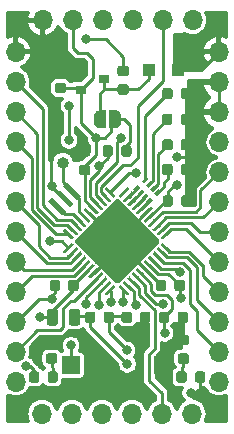
<source format=gbr>
G04 #@! TF.GenerationSoftware,KiCad,Pcbnew,5.1.2-f72e74a~84~ubuntu18.04.1*
G04 #@! TF.CreationDate,2019-12-11T23:46:12+03:00*
G04 #@! TF.ProjectId,OM-128,4f4d2d31-3238-42e6-9b69-6361645f7063,rev?*
G04 #@! TF.SameCoordinates,PX5f5e100PY7270e00*
G04 #@! TF.FileFunction,Copper,L1,Top*
G04 #@! TF.FilePolarity,Positive*
%FSLAX46Y46*%
G04 Gerber Fmt 4.6, Leading zero omitted, Abs format (unit mm)*
G04 Created by KiCad (PCBNEW 5.1.2-f72e74a~84~ubuntu18.04.1) date 2019-12-11 23:46:12*
%MOMM*%
%LPD*%
G04 APERTURE LIST*
%ADD10O,1.700000X1.700000*%
%ADD11C,0.100000*%
%ADD12C,5.200000*%
%ADD13C,0.700000*%
%ADD14C,0.250000*%
%ADD15C,0.875000*%
%ADD16R,0.900000X0.800000*%
%ADD17R,1.000000X1.000000*%
%ADD18O,1.000000X1.000000*%
%ADD19C,0.975000*%
%ADD20C,0.500000*%
%ADD21C,0.400000*%
%ADD22C,0.320000*%
%ADD23R,1.500000X1.500000*%
%ADD24C,0.800000*%
%ADD25C,0.250000*%
%ADD26C,0.400000*%
%ADD27C,0.350000*%
G04 APERTURE END LIST*
D10*
X16390000Y34700000D03*
X13850000Y34700000D03*
X11310000Y34700000D03*
X8770000Y34700000D03*
X6230000Y34700000D03*
X3690000Y34700000D03*
D11*
G36*
X10024504Y19572198D02*
G01*
X10048773Y19568598D01*
X10072571Y19562637D01*
X10095671Y19554372D01*
X10117849Y19543882D01*
X10138893Y19531269D01*
X10158598Y19516655D01*
X10176777Y19500179D01*
X13500179Y16176777D01*
X13516655Y16158598D01*
X13531269Y16138893D01*
X13543882Y16117849D01*
X13554372Y16095671D01*
X13562637Y16072571D01*
X13568598Y16048773D01*
X13572198Y16024504D01*
X13573402Y16000000D01*
X13572198Y15975496D01*
X13568598Y15951227D01*
X13562637Y15927429D01*
X13554372Y15904329D01*
X13543882Y15882151D01*
X13531269Y15861107D01*
X13516655Y15841402D01*
X13500179Y15823223D01*
X10176777Y12499821D01*
X10158598Y12483345D01*
X10138893Y12468731D01*
X10117849Y12456118D01*
X10095671Y12445628D01*
X10072571Y12437363D01*
X10048773Y12431402D01*
X10024504Y12427802D01*
X10000000Y12426598D01*
X9975496Y12427802D01*
X9951227Y12431402D01*
X9927429Y12437363D01*
X9904329Y12445628D01*
X9882151Y12456118D01*
X9861107Y12468731D01*
X9841402Y12483345D01*
X9823223Y12499821D01*
X6499821Y15823223D01*
X6483345Y15841402D01*
X6468731Y15861107D01*
X6456118Y15882151D01*
X6445628Y15904329D01*
X6437363Y15927429D01*
X6431402Y15951227D01*
X6427802Y15975496D01*
X6426598Y16000000D01*
X6427802Y16024504D01*
X6431402Y16048773D01*
X6437363Y16072571D01*
X6445628Y16095671D01*
X6456118Y16117849D01*
X6468731Y16138893D01*
X6483345Y16158598D01*
X6499821Y16176777D01*
X9823223Y19500179D01*
X9841402Y19516655D01*
X9861107Y19531269D01*
X9882151Y19543882D01*
X9904329Y19554372D01*
X9927429Y19562637D01*
X9951227Y19568598D01*
X9975496Y19572198D01*
X10000000Y19573402D01*
X10024504Y19572198D01*
X10024504Y19572198D01*
G37*
D12*
X10000000Y16000000D03*
D13*
X10070711Y18474874D03*
D11*
G36*
X9122242Y20570005D02*
G01*
X9128309Y20569105D01*
X9134259Y20567615D01*
X9140034Y20565548D01*
X9145578Y20562926D01*
X9150839Y20559773D01*
X9155766Y20556119D01*
X9160310Y20552000D01*
X9832062Y19880248D01*
X9836181Y19875704D01*
X9839835Y19870777D01*
X9842988Y19865516D01*
X9845610Y19859972D01*
X9847677Y19854197D01*
X9849167Y19848247D01*
X9850067Y19842180D01*
X9850368Y19836054D01*
X9850067Y19829928D01*
X9849167Y19823861D01*
X9847677Y19817911D01*
X9845610Y19812136D01*
X9842988Y19806592D01*
X9839835Y19801331D01*
X9836181Y19796404D01*
X9832062Y19791860D01*
X9743674Y19703472D01*
X9739130Y19699353D01*
X9734203Y19695699D01*
X9728942Y19692546D01*
X9723398Y19689924D01*
X9717623Y19687857D01*
X9711673Y19686367D01*
X9705606Y19685467D01*
X9699480Y19685166D01*
X9693354Y19685467D01*
X9687287Y19686367D01*
X9681337Y19687857D01*
X9675562Y19689924D01*
X9670018Y19692546D01*
X9664757Y19695699D01*
X9659830Y19699353D01*
X9655286Y19703472D01*
X8983534Y20375224D01*
X8979415Y20379768D01*
X8975761Y20384695D01*
X8972608Y20389956D01*
X8969986Y20395500D01*
X8967919Y20401275D01*
X8966429Y20407225D01*
X8965529Y20413292D01*
X8965228Y20419418D01*
X8965529Y20425544D01*
X8966429Y20431611D01*
X8967919Y20437561D01*
X8969986Y20443336D01*
X8972608Y20448880D01*
X8975761Y20454141D01*
X8979415Y20459068D01*
X8983534Y20463612D01*
X9071922Y20552000D01*
X9076466Y20556119D01*
X9081393Y20559773D01*
X9086654Y20562926D01*
X9092198Y20565548D01*
X9097973Y20567615D01*
X9103923Y20569105D01*
X9109990Y20570005D01*
X9116116Y20570306D01*
X9122242Y20570005D01*
X9122242Y20570005D01*
G37*
D14*
X9407798Y20127736D03*
D11*
G36*
X8768689Y20216451D02*
G01*
X8774756Y20215551D01*
X8780706Y20214061D01*
X8786481Y20211994D01*
X8792025Y20209372D01*
X8797286Y20206219D01*
X8802213Y20202565D01*
X8806757Y20198446D01*
X9478509Y19526694D01*
X9482628Y19522150D01*
X9486282Y19517223D01*
X9489435Y19511962D01*
X9492057Y19506418D01*
X9494124Y19500643D01*
X9495614Y19494693D01*
X9496514Y19488626D01*
X9496815Y19482500D01*
X9496514Y19476374D01*
X9495614Y19470307D01*
X9494124Y19464357D01*
X9492057Y19458582D01*
X9489435Y19453038D01*
X9486282Y19447777D01*
X9482628Y19442850D01*
X9478509Y19438306D01*
X9390121Y19349918D01*
X9385577Y19345799D01*
X9380650Y19342145D01*
X9375389Y19338992D01*
X9369845Y19336370D01*
X9364070Y19334303D01*
X9358120Y19332813D01*
X9352053Y19331913D01*
X9345927Y19331612D01*
X9339801Y19331913D01*
X9333734Y19332813D01*
X9327784Y19334303D01*
X9322009Y19336370D01*
X9316465Y19338992D01*
X9311204Y19342145D01*
X9306277Y19345799D01*
X9301733Y19349918D01*
X8629981Y20021670D01*
X8625862Y20026214D01*
X8622208Y20031141D01*
X8619055Y20036402D01*
X8616433Y20041946D01*
X8614366Y20047721D01*
X8612876Y20053671D01*
X8611976Y20059738D01*
X8611675Y20065864D01*
X8611976Y20071990D01*
X8612876Y20078057D01*
X8614366Y20084007D01*
X8616433Y20089782D01*
X8619055Y20095326D01*
X8622208Y20100587D01*
X8625862Y20105514D01*
X8629981Y20110058D01*
X8718369Y20198446D01*
X8722913Y20202565D01*
X8727840Y20206219D01*
X8733101Y20209372D01*
X8738645Y20211994D01*
X8744420Y20214061D01*
X8750370Y20215551D01*
X8756437Y20216451D01*
X8762563Y20216752D01*
X8768689Y20216451D01*
X8768689Y20216451D01*
G37*
D14*
X9054245Y19774182D03*
D11*
G36*
X8415135Y19862898D02*
G01*
X8421202Y19861998D01*
X8427152Y19860508D01*
X8432927Y19858441D01*
X8438471Y19855819D01*
X8443732Y19852666D01*
X8448659Y19849012D01*
X8453203Y19844893D01*
X9124955Y19173141D01*
X9129074Y19168597D01*
X9132728Y19163670D01*
X9135881Y19158409D01*
X9138503Y19152865D01*
X9140570Y19147090D01*
X9142060Y19141140D01*
X9142960Y19135073D01*
X9143261Y19128947D01*
X9142960Y19122821D01*
X9142060Y19116754D01*
X9140570Y19110804D01*
X9138503Y19105029D01*
X9135881Y19099485D01*
X9132728Y19094224D01*
X9129074Y19089297D01*
X9124955Y19084753D01*
X9036567Y18996365D01*
X9032023Y18992246D01*
X9027096Y18988592D01*
X9021835Y18985439D01*
X9016291Y18982817D01*
X9010516Y18980750D01*
X9004566Y18979260D01*
X8998499Y18978360D01*
X8992373Y18978059D01*
X8986247Y18978360D01*
X8980180Y18979260D01*
X8974230Y18980750D01*
X8968455Y18982817D01*
X8962911Y18985439D01*
X8957650Y18988592D01*
X8952723Y18992246D01*
X8948179Y18996365D01*
X8276427Y19668117D01*
X8272308Y19672661D01*
X8268654Y19677588D01*
X8265501Y19682849D01*
X8262879Y19688393D01*
X8260812Y19694168D01*
X8259322Y19700118D01*
X8258422Y19706185D01*
X8258121Y19712311D01*
X8258422Y19718437D01*
X8259322Y19724504D01*
X8260812Y19730454D01*
X8262879Y19736229D01*
X8265501Y19741773D01*
X8268654Y19747034D01*
X8272308Y19751961D01*
X8276427Y19756505D01*
X8364815Y19844893D01*
X8369359Y19849012D01*
X8374286Y19852666D01*
X8379547Y19855819D01*
X8385091Y19858441D01*
X8390866Y19860508D01*
X8396816Y19861998D01*
X8402883Y19862898D01*
X8409009Y19863199D01*
X8415135Y19862898D01*
X8415135Y19862898D01*
G37*
D14*
X8700691Y19420629D03*
D11*
G36*
X8061582Y19509345D02*
G01*
X8067649Y19508445D01*
X8073599Y19506955D01*
X8079374Y19504888D01*
X8084918Y19502266D01*
X8090179Y19499113D01*
X8095106Y19495459D01*
X8099650Y19491340D01*
X8771402Y18819588D01*
X8775521Y18815044D01*
X8779175Y18810117D01*
X8782328Y18804856D01*
X8784950Y18799312D01*
X8787017Y18793537D01*
X8788507Y18787587D01*
X8789407Y18781520D01*
X8789708Y18775394D01*
X8789407Y18769268D01*
X8788507Y18763201D01*
X8787017Y18757251D01*
X8784950Y18751476D01*
X8782328Y18745932D01*
X8779175Y18740671D01*
X8775521Y18735744D01*
X8771402Y18731200D01*
X8683014Y18642812D01*
X8678470Y18638693D01*
X8673543Y18635039D01*
X8668282Y18631886D01*
X8662738Y18629264D01*
X8656963Y18627197D01*
X8651013Y18625707D01*
X8644946Y18624807D01*
X8638820Y18624506D01*
X8632694Y18624807D01*
X8626627Y18625707D01*
X8620677Y18627197D01*
X8614902Y18629264D01*
X8609358Y18631886D01*
X8604097Y18635039D01*
X8599170Y18638693D01*
X8594626Y18642812D01*
X7922874Y19314564D01*
X7918755Y19319108D01*
X7915101Y19324035D01*
X7911948Y19329296D01*
X7909326Y19334840D01*
X7907259Y19340615D01*
X7905769Y19346565D01*
X7904869Y19352632D01*
X7904568Y19358758D01*
X7904869Y19364884D01*
X7905769Y19370951D01*
X7907259Y19376901D01*
X7909326Y19382676D01*
X7911948Y19388220D01*
X7915101Y19393481D01*
X7918755Y19398408D01*
X7922874Y19402952D01*
X8011262Y19491340D01*
X8015806Y19495459D01*
X8020733Y19499113D01*
X8025994Y19502266D01*
X8031538Y19504888D01*
X8037313Y19506955D01*
X8043263Y19508445D01*
X8049330Y19509345D01*
X8055456Y19509646D01*
X8061582Y19509345D01*
X8061582Y19509345D01*
G37*
D14*
X8347138Y19067076D03*
D11*
G36*
X7708029Y19155791D02*
G01*
X7714096Y19154891D01*
X7720046Y19153401D01*
X7725821Y19151334D01*
X7731365Y19148712D01*
X7736626Y19145559D01*
X7741553Y19141905D01*
X7746097Y19137786D01*
X8417849Y18466034D01*
X8421968Y18461490D01*
X8425622Y18456563D01*
X8428775Y18451302D01*
X8431397Y18445758D01*
X8433464Y18439983D01*
X8434954Y18434033D01*
X8435854Y18427966D01*
X8436155Y18421840D01*
X8435854Y18415714D01*
X8434954Y18409647D01*
X8433464Y18403697D01*
X8431397Y18397922D01*
X8428775Y18392378D01*
X8425622Y18387117D01*
X8421968Y18382190D01*
X8417849Y18377646D01*
X8329461Y18289258D01*
X8324917Y18285139D01*
X8319990Y18281485D01*
X8314729Y18278332D01*
X8309185Y18275710D01*
X8303410Y18273643D01*
X8297460Y18272153D01*
X8291393Y18271253D01*
X8285267Y18270952D01*
X8279141Y18271253D01*
X8273074Y18272153D01*
X8267124Y18273643D01*
X8261349Y18275710D01*
X8255805Y18278332D01*
X8250544Y18281485D01*
X8245617Y18285139D01*
X8241073Y18289258D01*
X7569321Y18961010D01*
X7565202Y18965554D01*
X7561548Y18970481D01*
X7558395Y18975742D01*
X7555773Y18981286D01*
X7553706Y18987061D01*
X7552216Y18993011D01*
X7551316Y18999078D01*
X7551015Y19005204D01*
X7551316Y19011330D01*
X7552216Y19017397D01*
X7553706Y19023347D01*
X7555773Y19029122D01*
X7558395Y19034666D01*
X7561548Y19039927D01*
X7565202Y19044854D01*
X7569321Y19049398D01*
X7657709Y19137786D01*
X7662253Y19141905D01*
X7667180Y19145559D01*
X7672441Y19148712D01*
X7677985Y19151334D01*
X7683760Y19153401D01*
X7689710Y19154891D01*
X7695777Y19155791D01*
X7701903Y19156092D01*
X7708029Y19155791D01*
X7708029Y19155791D01*
G37*
D14*
X7993585Y18713522D03*
D11*
G36*
X7354475Y18802238D02*
G01*
X7360542Y18801338D01*
X7366492Y18799848D01*
X7372267Y18797781D01*
X7377811Y18795159D01*
X7383072Y18792006D01*
X7387999Y18788352D01*
X7392543Y18784233D01*
X8064295Y18112481D01*
X8068414Y18107937D01*
X8072068Y18103010D01*
X8075221Y18097749D01*
X8077843Y18092205D01*
X8079910Y18086430D01*
X8081400Y18080480D01*
X8082300Y18074413D01*
X8082601Y18068287D01*
X8082300Y18062161D01*
X8081400Y18056094D01*
X8079910Y18050144D01*
X8077843Y18044369D01*
X8075221Y18038825D01*
X8072068Y18033564D01*
X8068414Y18028637D01*
X8064295Y18024093D01*
X7975907Y17935705D01*
X7971363Y17931586D01*
X7966436Y17927932D01*
X7961175Y17924779D01*
X7955631Y17922157D01*
X7949856Y17920090D01*
X7943906Y17918600D01*
X7937839Y17917700D01*
X7931713Y17917399D01*
X7925587Y17917700D01*
X7919520Y17918600D01*
X7913570Y17920090D01*
X7907795Y17922157D01*
X7902251Y17924779D01*
X7896990Y17927932D01*
X7892063Y17931586D01*
X7887519Y17935705D01*
X7215767Y18607457D01*
X7211648Y18612001D01*
X7207994Y18616928D01*
X7204841Y18622189D01*
X7202219Y18627733D01*
X7200152Y18633508D01*
X7198662Y18639458D01*
X7197762Y18645525D01*
X7197461Y18651651D01*
X7197762Y18657777D01*
X7198662Y18663844D01*
X7200152Y18669794D01*
X7202219Y18675569D01*
X7204841Y18681113D01*
X7207994Y18686374D01*
X7211648Y18691301D01*
X7215767Y18695845D01*
X7304155Y18784233D01*
X7308699Y18788352D01*
X7313626Y18792006D01*
X7318887Y18795159D01*
X7324431Y18797781D01*
X7330206Y18799848D01*
X7336156Y18801338D01*
X7342223Y18802238D01*
X7348349Y18802539D01*
X7354475Y18802238D01*
X7354475Y18802238D01*
G37*
D14*
X7640031Y18359969D03*
D11*
G36*
X7000922Y18448684D02*
G01*
X7006989Y18447784D01*
X7012939Y18446294D01*
X7018714Y18444227D01*
X7024258Y18441605D01*
X7029519Y18438452D01*
X7034446Y18434798D01*
X7038990Y18430679D01*
X7710742Y17758927D01*
X7714861Y17754383D01*
X7718515Y17749456D01*
X7721668Y17744195D01*
X7724290Y17738651D01*
X7726357Y17732876D01*
X7727847Y17726926D01*
X7728747Y17720859D01*
X7729048Y17714733D01*
X7728747Y17708607D01*
X7727847Y17702540D01*
X7726357Y17696590D01*
X7724290Y17690815D01*
X7721668Y17685271D01*
X7718515Y17680010D01*
X7714861Y17675083D01*
X7710742Y17670539D01*
X7622354Y17582151D01*
X7617810Y17578032D01*
X7612883Y17574378D01*
X7607622Y17571225D01*
X7602078Y17568603D01*
X7596303Y17566536D01*
X7590353Y17565046D01*
X7584286Y17564146D01*
X7578160Y17563845D01*
X7572034Y17564146D01*
X7565967Y17565046D01*
X7560017Y17566536D01*
X7554242Y17568603D01*
X7548698Y17571225D01*
X7543437Y17574378D01*
X7538510Y17578032D01*
X7533966Y17582151D01*
X6862214Y18253903D01*
X6858095Y18258447D01*
X6854441Y18263374D01*
X6851288Y18268635D01*
X6848666Y18274179D01*
X6846599Y18279954D01*
X6845109Y18285904D01*
X6844209Y18291971D01*
X6843908Y18298097D01*
X6844209Y18304223D01*
X6845109Y18310290D01*
X6846599Y18316240D01*
X6848666Y18322015D01*
X6851288Y18327559D01*
X6854441Y18332820D01*
X6858095Y18337747D01*
X6862214Y18342291D01*
X6950602Y18430679D01*
X6955146Y18434798D01*
X6960073Y18438452D01*
X6965334Y18441605D01*
X6970878Y18444227D01*
X6976653Y18446294D01*
X6982603Y18447784D01*
X6988670Y18448684D01*
X6994796Y18448985D01*
X7000922Y18448684D01*
X7000922Y18448684D01*
G37*
D14*
X7286478Y18006415D03*
D11*
G36*
X6647368Y18095131D02*
G01*
X6653435Y18094231D01*
X6659385Y18092741D01*
X6665160Y18090674D01*
X6670704Y18088052D01*
X6675965Y18084899D01*
X6680892Y18081245D01*
X6685436Y18077126D01*
X7357188Y17405374D01*
X7361307Y17400830D01*
X7364961Y17395903D01*
X7368114Y17390642D01*
X7370736Y17385098D01*
X7372803Y17379323D01*
X7374293Y17373373D01*
X7375193Y17367306D01*
X7375494Y17361180D01*
X7375193Y17355054D01*
X7374293Y17348987D01*
X7372803Y17343037D01*
X7370736Y17337262D01*
X7368114Y17331718D01*
X7364961Y17326457D01*
X7361307Y17321530D01*
X7357188Y17316986D01*
X7268800Y17228598D01*
X7264256Y17224479D01*
X7259329Y17220825D01*
X7254068Y17217672D01*
X7248524Y17215050D01*
X7242749Y17212983D01*
X7236799Y17211493D01*
X7230732Y17210593D01*
X7224606Y17210292D01*
X7218480Y17210593D01*
X7212413Y17211493D01*
X7206463Y17212983D01*
X7200688Y17215050D01*
X7195144Y17217672D01*
X7189883Y17220825D01*
X7184956Y17224479D01*
X7180412Y17228598D01*
X6508660Y17900350D01*
X6504541Y17904894D01*
X6500887Y17909821D01*
X6497734Y17915082D01*
X6495112Y17920626D01*
X6493045Y17926401D01*
X6491555Y17932351D01*
X6490655Y17938418D01*
X6490354Y17944544D01*
X6490655Y17950670D01*
X6491555Y17956737D01*
X6493045Y17962687D01*
X6495112Y17968462D01*
X6497734Y17974006D01*
X6500887Y17979267D01*
X6504541Y17984194D01*
X6508660Y17988738D01*
X6597048Y18077126D01*
X6601592Y18081245D01*
X6606519Y18084899D01*
X6611780Y18088052D01*
X6617324Y18090674D01*
X6623099Y18092741D01*
X6629049Y18094231D01*
X6635116Y18095131D01*
X6641242Y18095432D01*
X6647368Y18095131D01*
X6647368Y18095131D01*
G37*
D14*
X6932924Y17652862D03*
D11*
G36*
X6293815Y17741578D02*
G01*
X6299882Y17740678D01*
X6305832Y17739188D01*
X6311607Y17737121D01*
X6317151Y17734499D01*
X6322412Y17731346D01*
X6327339Y17727692D01*
X6331883Y17723573D01*
X7003635Y17051821D01*
X7007754Y17047277D01*
X7011408Y17042350D01*
X7014561Y17037089D01*
X7017183Y17031545D01*
X7019250Y17025770D01*
X7020740Y17019820D01*
X7021640Y17013753D01*
X7021941Y17007627D01*
X7021640Y17001501D01*
X7020740Y16995434D01*
X7019250Y16989484D01*
X7017183Y16983709D01*
X7014561Y16978165D01*
X7011408Y16972904D01*
X7007754Y16967977D01*
X7003635Y16963433D01*
X6915247Y16875045D01*
X6910703Y16870926D01*
X6905776Y16867272D01*
X6900515Y16864119D01*
X6894971Y16861497D01*
X6889196Y16859430D01*
X6883246Y16857940D01*
X6877179Y16857040D01*
X6871053Y16856739D01*
X6864927Y16857040D01*
X6858860Y16857940D01*
X6852910Y16859430D01*
X6847135Y16861497D01*
X6841591Y16864119D01*
X6836330Y16867272D01*
X6831403Y16870926D01*
X6826859Y16875045D01*
X6155107Y17546797D01*
X6150988Y17551341D01*
X6147334Y17556268D01*
X6144181Y17561529D01*
X6141559Y17567073D01*
X6139492Y17572848D01*
X6138002Y17578798D01*
X6137102Y17584865D01*
X6136801Y17590991D01*
X6137102Y17597117D01*
X6138002Y17603184D01*
X6139492Y17609134D01*
X6141559Y17614909D01*
X6144181Y17620453D01*
X6147334Y17625714D01*
X6150988Y17630641D01*
X6155107Y17635185D01*
X6243495Y17723573D01*
X6248039Y17727692D01*
X6252966Y17731346D01*
X6258227Y17734499D01*
X6263771Y17737121D01*
X6269546Y17739188D01*
X6275496Y17740678D01*
X6281563Y17741578D01*
X6287689Y17741879D01*
X6293815Y17741578D01*
X6293815Y17741578D01*
G37*
D14*
X6579371Y17299309D03*
D11*
G36*
X5940262Y17388024D02*
G01*
X5946329Y17387124D01*
X5952279Y17385634D01*
X5958054Y17383567D01*
X5963598Y17380945D01*
X5968859Y17377792D01*
X5973786Y17374138D01*
X5978330Y17370019D01*
X6650082Y16698267D01*
X6654201Y16693723D01*
X6657855Y16688796D01*
X6661008Y16683535D01*
X6663630Y16677991D01*
X6665697Y16672216D01*
X6667187Y16666266D01*
X6668087Y16660199D01*
X6668388Y16654073D01*
X6668087Y16647947D01*
X6667187Y16641880D01*
X6665697Y16635930D01*
X6663630Y16630155D01*
X6661008Y16624611D01*
X6657855Y16619350D01*
X6654201Y16614423D01*
X6650082Y16609879D01*
X6561694Y16521491D01*
X6557150Y16517372D01*
X6552223Y16513718D01*
X6546962Y16510565D01*
X6541418Y16507943D01*
X6535643Y16505876D01*
X6529693Y16504386D01*
X6523626Y16503486D01*
X6517500Y16503185D01*
X6511374Y16503486D01*
X6505307Y16504386D01*
X6499357Y16505876D01*
X6493582Y16507943D01*
X6488038Y16510565D01*
X6482777Y16513718D01*
X6477850Y16517372D01*
X6473306Y16521491D01*
X5801554Y17193243D01*
X5797435Y17197787D01*
X5793781Y17202714D01*
X5790628Y17207975D01*
X5788006Y17213519D01*
X5785939Y17219294D01*
X5784449Y17225244D01*
X5783549Y17231311D01*
X5783248Y17237437D01*
X5783549Y17243563D01*
X5784449Y17249630D01*
X5785939Y17255580D01*
X5788006Y17261355D01*
X5790628Y17266899D01*
X5793781Y17272160D01*
X5797435Y17277087D01*
X5801554Y17281631D01*
X5889942Y17370019D01*
X5894486Y17374138D01*
X5899413Y17377792D01*
X5904674Y17380945D01*
X5910218Y17383567D01*
X5915993Y17385634D01*
X5921943Y17387124D01*
X5928010Y17388024D01*
X5934136Y17388325D01*
X5940262Y17388024D01*
X5940262Y17388024D01*
G37*
D14*
X6225818Y16945755D03*
D11*
G36*
X5586708Y17034471D02*
G01*
X5592775Y17033571D01*
X5598725Y17032081D01*
X5604500Y17030014D01*
X5610044Y17027392D01*
X5615305Y17024239D01*
X5620232Y17020585D01*
X5624776Y17016466D01*
X6296528Y16344714D01*
X6300647Y16340170D01*
X6304301Y16335243D01*
X6307454Y16329982D01*
X6310076Y16324438D01*
X6312143Y16318663D01*
X6313633Y16312713D01*
X6314533Y16306646D01*
X6314834Y16300520D01*
X6314533Y16294394D01*
X6313633Y16288327D01*
X6312143Y16282377D01*
X6310076Y16276602D01*
X6307454Y16271058D01*
X6304301Y16265797D01*
X6300647Y16260870D01*
X6296528Y16256326D01*
X6208140Y16167938D01*
X6203596Y16163819D01*
X6198669Y16160165D01*
X6193408Y16157012D01*
X6187864Y16154390D01*
X6182089Y16152323D01*
X6176139Y16150833D01*
X6170072Y16149933D01*
X6163946Y16149632D01*
X6157820Y16149933D01*
X6151753Y16150833D01*
X6145803Y16152323D01*
X6140028Y16154390D01*
X6134484Y16157012D01*
X6129223Y16160165D01*
X6124296Y16163819D01*
X6119752Y16167938D01*
X5448000Y16839690D01*
X5443881Y16844234D01*
X5440227Y16849161D01*
X5437074Y16854422D01*
X5434452Y16859966D01*
X5432385Y16865741D01*
X5430895Y16871691D01*
X5429995Y16877758D01*
X5429694Y16883884D01*
X5429995Y16890010D01*
X5430895Y16896077D01*
X5432385Y16902027D01*
X5434452Y16907802D01*
X5437074Y16913346D01*
X5440227Y16918607D01*
X5443881Y16923534D01*
X5448000Y16928078D01*
X5536388Y17016466D01*
X5540932Y17020585D01*
X5545859Y17024239D01*
X5551120Y17027392D01*
X5556664Y17030014D01*
X5562439Y17032081D01*
X5568389Y17033571D01*
X5574456Y17034471D01*
X5580582Y17034772D01*
X5586708Y17034471D01*
X5586708Y17034471D01*
G37*
D14*
X5872264Y16592202D03*
D11*
G36*
X6170072Y15850067D02*
G01*
X6176139Y15849167D01*
X6182089Y15847677D01*
X6187864Y15845610D01*
X6193408Y15842988D01*
X6198669Y15839835D01*
X6203596Y15836181D01*
X6208140Y15832062D01*
X6296528Y15743674D01*
X6300647Y15739130D01*
X6304301Y15734203D01*
X6307454Y15728942D01*
X6310076Y15723398D01*
X6312143Y15717623D01*
X6313633Y15711673D01*
X6314533Y15705606D01*
X6314834Y15699480D01*
X6314533Y15693354D01*
X6313633Y15687287D01*
X6312143Y15681337D01*
X6310076Y15675562D01*
X6307454Y15670018D01*
X6304301Y15664757D01*
X6300647Y15659830D01*
X6296528Y15655286D01*
X5624776Y14983534D01*
X5620232Y14979415D01*
X5615305Y14975761D01*
X5610044Y14972608D01*
X5604500Y14969986D01*
X5598725Y14967919D01*
X5592775Y14966429D01*
X5586708Y14965529D01*
X5580582Y14965228D01*
X5574456Y14965529D01*
X5568389Y14966429D01*
X5562439Y14967919D01*
X5556664Y14969986D01*
X5551120Y14972608D01*
X5545859Y14975761D01*
X5540932Y14979415D01*
X5536388Y14983534D01*
X5448000Y15071922D01*
X5443881Y15076466D01*
X5440227Y15081393D01*
X5437074Y15086654D01*
X5434452Y15092198D01*
X5432385Y15097973D01*
X5430895Y15103923D01*
X5429995Y15109990D01*
X5429694Y15116116D01*
X5429995Y15122242D01*
X5430895Y15128309D01*
X5432385Y15134259D01*
X5434452Y15140034D01*
X5437074Y15145578D01*
X5440227Y15150839D01*
X5443881Y15155766D01*
X5448000Y15160310D01*
X6119752Y15832062D01*
X6124296Y15836181D01*
X6129223Y15839835D01*
X6134484Y15842988D01*
X6140028Y15845610D01*
X6145803Y15847677D01*
X6151753Y15849167D01*
X6157820Y15850067D01*
X6163946Y15850368D01*
X6170072Y15850067D01*
X6170072Y15850067D01*
G37*
D14*
X5872264Y15407798D03*
D11*
G36*
X6523626Y15496514D02*
G01*
X6529693Y15495614D01*
X6535643Y15494124D01*
X6541418Y15492057D01*
X6546962Y15489435D01*
X6552223Y15486282D01*
X6557150Y15482628D01*
X6561694Y15478509D01*
X6650082Y15390121D01*
X6654201Y15385577D01*
X6657855Y15380650D01*
X6661008Y15375389D01*
X6663630Y15369845D01*
X6665697Y15364070D01*
X6667187Y15358120D01*
X6668087Y15352053D01*
X6668388Y15345927D01*
X6668087Y15339801D01*
X6667187Y15333734D01*
X6665697Y15327784D01*
X6663630Y15322009D01*
X6661008Y15316465D01*
X6657855Y15311204D01*
X6654201Y15306277D01*
X6650082Y15301733D01*
X5978330Y14629981D01*
X5973786Y14625862D01*
X5968859Y14622208D01*
X5963598Y14619055D01*
X5958054Y14616433D01*
X5952279Y14614366D01*
X5946329Y14612876D01*
X5940262Y14611976D01*
X5934136Y14611675D01*
X5928010Y14611976D01*
X5921943Y14612876D01*
X5915993Y14614366D01*
X5910218Y14616433D01*
X5904674Y14619055D01*
X5899413Y14622208D01*
X5894486Y14625862D01*
X5889942Y14629981D01*
X5801554Y14718369D01*
X5797435Y14722913D01*
X5793781Y14727840D01*
X5790628Y14733101D01*
X5788006Y14738645D01*
X5785939Y14744420D01*
X5784449Y14750370D01*
X5783549Y14756437D01*
X5783248Y14762563D01*
X5783549Y14768689D01*
X5784449Y14774756D01*
X5785939Y14780706D01*
X5788006Y14786481D01*
X5790628Y14792025D01*
X5793781Y14797286D01*
X5797435Y14802213D01*
X5801554Y14806757D01*
X6473306Y15478509D01*
X6477850Y15482628D01*
X6482777Y15486282D01*
X6488038Y15489435D01*
X6493582Y15492057D01*
X6499357Y15494124D01*
X6505307Y15495614D01*
X6511374Y15496514D01*
X6517500Y15496815D01*
X6523626Y15496514D01*
X6523626Y15496514D01*
G37*
D14*
X6225818Y15054245D03*
D11*
G36*
X6877179Y15142960D02*
G01*
X6883246Y15142060D01*
X6889196Y15140570D01*
X6894971Y15138503D01*
X6900515Y15135881D01*
X6905776Y15132728D01*
X6910703Y15129074D01*
X6915247Y15124955D01*
X7003635Y15036567D01*
X7007754Y15032023D01*
X7011408Y15027096D01*
X7014561Y15021835D01*
X7017183Y15016291D01*
X7019250Y15010516D01*
X7020740Y15004566D01*
X7021640Y14998499D01*
X7021941Y14992373D01*
X7021640Y14986247D01*
X7020740Y14980180D01*
X7019250Y14974230D01*
X7017183Y14968455D01*
X7014561Y14962911D01*
X7011408Y14957650D01*
X7007754Y14952723D01*
X7003635Y14948179D01*
X6331883Y14276427D01*
X6327339Y14272308D01*
X6322412Y14268654D01*
X6317151Y14265501D01*
X6311607Y14262879D01*
X6305832Y14260812D01*
X6299882Y14259322D01*
X6293815Y14258422D01*
X6287689Y14258121D01*
X6281563Y14258422D01*
X6275496Y14259322D01*
X6269546Y14260812D01*
X6263771Y14262879D01*
X6258227Y14265501D01*
X6252966Y14268654D01*
X6248039Y14272308D01*
X6243495Y14276427D01*
X6155107Y14364815D01*
X6150988Y14369359D01*
X6147334Y14374286D01*
X6144181Y14379547D01*
X6141559Y14385091D01*
X6139492Y14390866D01*
X6138002Y14396816D01*
X6137102Y14402883D01*
X6136801Y14409009D01*
X6137102Y14415135D01*
X6138002Y14421202D01*
X6139492Y14427152D01*
X6141559Y14432927D01*
X6144181Y14438471D01*
X6147334Y14443732D01*
X6150988Y14448659D01*
X6155107Y14453203D01*
X6826859Y15124955D01*
X6831403Y15129074D01*
X6836330Y15132728D01*
X6841591Y15135881D01*
X6847135Y15138503D01*
X6852910Y15140570D01*
X6858860Y15142060D01*
X6864927Y15142960D01*
X6871053Y15143261D01*
X6877179Y15142960D01*
X6877179Y15142960D01*
G37*
D14*
X6579371Y14700691D03*
D11*
G36*
X7230732Y14789407D02*
G01*
X7236799Y14788507D01*
X7242749Y14787017D01*
X7248524Y14784950D01*
X7254068Y14782328D01*
X7259329Y14779175D01*
X7264256Y14775521D01*
X7268800Y14771402D01*
X7357188Y14683014D01*
X7361307Y14678470D01*
X7364961Y14673543D01*
X7368114Y14668282D01*
X7370736Y14662738D01*
X7372803Y14656963D01*
X7374293Y14651013D01*
X7375193Y14644946D01*
X7375494Y14638820D01*
X7375193Y14632694D01*
X7374293Y14626627D01*
X7372803Y14620677D01*
X7370736Y14614902D01*
X7368114Y14609358D01*
X7364961Y14604097D01*
X7361307Y14599170D01*
X7357188Y14594626D01*
X6685436Y13922874D01*
X6680892Y13918755D01*
X6675965Y13915101D01*
X6670704Y13911948D01*
X6665160Y13909326D01*
X6659385Y13907259D01*
X6653435Y13905769D01*
X6647368Y13904869D01*
X6641242Y13904568D01*
X6635116Y13904869D01*
X6629049Y13905769D01*
X6623099Y13907259D01*
X6617324Y13909326D01*
X6611780Y13911948D01*
X6606519Y13915101D01*
X6601592Y13918755D01*
X6597048Y13922874D01*
X6508660Y14011262D01*
X6504541Y14015806D01*
X6500887Y14020733D01*
X6497734Y14025994D01*
X6495112Y14031538D01*
X6493045Y14037313D01*
X6491555Y14043263D01*
X6490655Y14049330D01*
X6490354Y14055456D01*
X6490655Y14061582D01*
X6491555Y14067649D01*
X6493045Y14073599D01*
X6495112Y14079374D01*
X6497734Y14084918D01*
X6500887Y14090179D01*
X6504541Y14095106D01*
X6508660Y14099650D01*
X7180412Y14771402D01*
X7184956Y14775521D01*
X7189883Y14779175D01*
X7195144Y14782328D01*
X7200688Y14784950D01*
X7206463Y14787017D01*
X7212413Y14788507D01*
X7218480Y14789407D01*
X7224606Y14789708D01*
X7230732Y14789407D01*
X7230732Y14789407D01*
G37*
D14*
X6932924Y14347138D03*
D11*
G36*
X7584286Y14435854D02*
G01*
X7590353Y14434954D01*
X7596303Y14433464D01*
X7602078Y14431397D01*
X7607622Y14428775D01*
X7612883Y14425622D01*
X7617810Y14421968D01*
X7622354Y14417849D01*
X7710742Y14329461D01*
X7714861Y14324917D01*
X7718515Y14319990D01*
X7721668Y14314729D01*
X7724290Y14309185D01*
X7726357Y14303410D01*
X7727847Y14297460D01*
X7728747Y14291393D01*
X7729048Y14285267D01*
X7728747Y14279141D01*
X7727847Y14273074D01*
X7726357Y14267124D01*
X7724290Y14261349D01*
X7721668Y14255805D01*
X7718515Y14250544D01*
X7714861Y14245617D01*
X7710742Y14241073D01*
X7038990Y13569321D01*
X7034446Y13565202D01*
X7029519Y13561548D01*
X7024258Y13558395D01*
X7018714Y13555773D01*
X7012939Y13553706D01*
X7006989Y13552216D01*
X7000922Y13551316D01*
X6994796Y13551015D01*
X6988670Y13551316D01*
X6982603Y13552216D01*
X6976653Y13553706D01*
X6970878Y13555773D01*
X6965334Y13558395D01*
X6960073Y13561548D01*
X6955146Y13565202D01*
X6950602Y13569321D01*
X6862214Y13657709D01*
X6858095Y13662253D01*
X6854441Y13667180D01*
X6851288Y13672441D01*
X6848666Y13677985D01*
X6846599Y13683760D01*
X6845109Y13689710D01*
X6844209Y13695777D01*
X6843908Y13701903D01*
X6844209Y13708029D01*
X6845109Y13714096D01*
X6846599Y13720046D01*
X6848666Y13725821D01*
X6851288Y13731365D01*
X6854441Y13736626D01*
X6858095Y13741553D01*
X6862214Y13746097D01*
X7533966Y14417849D01*
X7538510Y14421968D01*
X7543437Y14425622D01*
X7548698Y14428775D01*
X7554242Y14431397D01*
X7560017Y14433464D01*
X7565967Y14434954D01*
X7572034Y14435854D01*
X7578160Y14436155D01*
X7584286Y14435854D01*
X7584286Y14435854D01*
G37*
D14*
X7286478Y13993585D03*
D11*
G36*
X7937839Y14082300D02*
G01*
X7943906Y14081400D01*
X7949856Y14079910D01*
X7955631Y14077843D01*
X7961175Y14075221D01*
X7966436Y14072068D01*
X7971363Y14068414D01*
X7975907Y14064295D01*
X8064295Y13975907D01*
X8068414Y13971363D01*
X8072068Y13966436D01*
X8075221Y13961175D01*
X8077843Y13955631D01*
X8079910Y13949856D01*
X8081400Y13943906D01*
X8082300Y13937839D01*
X8082601Y13931713D01*
X8082300Y13925587D01*
X8081400Y13919520D01*
X8079910Y13913570D01*
X8077843Y13907795D01*
X8075221Y13902251D01*
X8072068Y13896990D01*
X8068414Y13892063D01*
X8064295Y13887519D01*
X7392543Y13215767D01*
X7387999Y13211648D01*
X7383072Y13207994D01*
X7377811Y13204841D01*
X7372267Y13202219D01*
X7366492Y13200152D01*
X7360542Y13198662D01*
X7354475Y13197762D01*
X7348349Y13197461D01*
X7342223Y13197762D01*
X7336156Y13198662D01*
X7330206Y13200152D01*
X7324431Y13202219D01*
X7318887Y13204841D01*
X7313626Y13207994D01*
X7308699Y13211648D01*
X7304155Y13215767D01*
X7215767Y13304155D01*
X7211648Y13308699D01*
X7207994Y13313626D01*
X7204841Y13318887D01*
X7202219Y13324431D01*
X7200152Y13330206D01*
X7198662Y13336156D01*
X7197762Y13342223D01*
X7197461Y13348349D01*
X7197762Y13354475D01*
X7198662Y13360542D01*
X7200152Y13366492D01*
X7202219Y13372267D01*
X7204841Y13377811D01*
X7207994Y13383072D01*
X7211648Y13387999D01*
X7215767Y13392543D01*
X7887519Y14064295D01*
X7892063Y14068414D01*
X7896990Y14072068D01*
X7902251Y14075221D01*
X7907795Y14077843D01*
X7913570Y14079910D01*
X7919520Y14081400D01*
X7925587Y14082300D01*
X7931713Y14082601D01*
X7937839Y14082300D01*
X7937839Y14082300D01*
G37*
D14*
X7640031Y13640031D03*
D11*
G36*
X8291393Y13728747D02*
G01*
X8297460Y13727847D01*
X8303410Y13726357D01*
X8309185Y13724290D01*
X8314729Y13721668D01*
X8319990Y13718515D01*
X8324917Y13714861D01*
X8329461Y13710742D01*
X8417849Y13622354D01*
X8421968Y13617810D01*
X8425622Y13612883D01*
X8428775Y13607622D01*
X8431397Y13602078D01*
X8433464Y13596303D01*
X8434954Y13590353D01*
X8435854Y13584286D01*
X8436155Y13578160D01*
X8435854Y13572034D01*
X8434954Y13565967D01*
X8433464Y13560017D01*
X8431397Y13554242D01*
X8428775Y13548698D01*
X8425622Y13543437D01*
X8421968Y13538510D01*
X8417849Y13533966D01*
X7746097Y12862214D01*
X7741553Y12858095D01*
X7736626Y12854441D01*
X7731365Y12851288D01*
X7725821Y12848666D01*
X7720046Y12846599D01*
X7714096Y12845109D01*
X7708029Y12844209D01*
X7701903Y12843908D01*
X7695777Y12844209D01*
X7689710Y12845109D01*
X7683760Y12846599D01*
X7677985Y12848666D01*
X7672441Y12851288D01*
X7667180Y12854441D01*
X7662253Y12858095D01*
X7657709Y12862214D01*
X7569321Y12950602D01*
X7565202Y12955146D01*
X7561548Y12960073D01*
X7558395Y12965334D01*
X7555773Y12970878D01*
X7553706Y12976653D01*
X7552216Y12982603D01*
X7551316Y12988670D01*
X7551015Y12994796D01*
X7551316Y13000922D01*
X7552216Y13006989D01*
X7553706Y13012939D01*
X7555773Y13018714D01*
X7558395Y13024258D01*
X7561548Y13029519D01*
X7565202Y13034446D01*
X7569321Y13038990D01*
X8241073Y13710742D01*
X8245617Y13714861D01*
X8250544Y13718515D01*
X8255805Y13721668D01*
X8261349Y13724290D01*
X8267124Y13726357D01*
X8273074Y13727847D01*
X8279141Y13728747D01*
X8285267Y13729048D01*
X8291393Y13728747D01*
X8291393Y13728747D01*
G37*
D14*
X7993585Y13286478D03*
D11*
G36*
X8644946Y13375193D02*
G01*
X8651013Y13374293D01*
X8656963Y13372803D01*
X8662738Y13370736D01*
X8668282Y13368114D01*
X8673543Y13364961D01*
X8678470Y13361307D01*
X8683014Y13357188D01*
X8771402Y13268800D01*
X8775521Y13264256D01*
X8779175Y13259329D01*
X8782328Y13254068D01*
X8784950Y13248524D01*
X8787017Y13242749D01*
X8788507Y13236799D01*
X8789407Y13230732D01*
X8789708Y13224606D01*
X8789407Y13218480D01*
X8788507Y13212413D01*
X8787017Y13206463D01*
X8784950Y13200688D01*
X8782328Y13195144D01*
X8779175Y13189883D01*
X8775521Y13184956D01*
X8771402Y13180412D01*
X8099650Y12508660D01*
X8095106Y12504541D01*
X8090179Y12500887D01*
X8084918Y12497734D01*
X8079374Y12495112D01*
X8073599Y12493045D01*
X8067649Y12491555D01*
X8061582Y12490655D01*
X8055456Y12490354D01*
X8049330Y12490655D01*
X8043263Y12491555D01*
X8037313Y12493045D01*
X8031538Y12495112D01*
X8025994Y12497734D01*
X8020733Y12500887D01*
X8015806Y12504541D01*
X8011262Y12508660D01*
X7922874Y12597048D01*
X7918755Y12601592D01*
X7915101Y12606519D01*
X7911948Y12611780D01*
X7909326Y12617324D01*
X7907259Y12623099D01*
X7905769Y12629049D01*
X7904869Y12635116D01*
X7904568Y12641242D01*
X7904869Y12647368D01*
X7905769Y12653435D01*
X7907259Y12659385D01*
X7909326Y12665160D01*
X7911948Y12670704D01*
X7915101Y12675965D01*
X7918755Y12680892D01*
X7922874Y12685436D01*
X8594626Y13357188D01*
X8599170Y13361307D01*
X8604097Y13364961D01*
X8609358Y13368114D01*
X8614902Y13370736D01*
X8620677Y13372803D01*
X8626627Y13374293D01*
X8632694Y13375193D01*
X8638820Y13375494D01*
X8644946Y13375193D01*
X8644946Y13375193D01*
G37*
D14*
X8347138Y12932924D03*
D11*
G36*
X8998499Y13021640D02*
G01*
X9004566Y13020740D01*
X9010516Y13019250D01*
X9016291Y13017183D01*
X9021835Y13014561D01*
X9027096Y13011408D01*
X9032023Y13007754D01*
X9036567Y13003635D01*
X9124955Y12915247D01*
X9129074Y12910703D01*
X9132728Y12905776D01*
X9135881Y12900515D01*
X9138503Y12894971D01*
X9140570Y12889196D01*
X9142060Y12883246D01*
X9142960Y12877179D01*
X9143261Y12871053D01*
X9142960Y12864927D01*
X9142060Y12858860D01*
X9140570Y12852910D01*
X9138503Y12847135D01*
X9135881Y12841591D01*
X9132728Y12836330D01*
X9129074Y12831403D01*
X9124955Y12826859D01*
X8453203Y12155107D01*
X8448659Y12150988D01*
X8443732Y12147334D01*
X8438471Y12144181D01*
X8432927Y12141559D01*
X8427152Y12139492D01*
X8421202Y12138002D01*
X8415135Y12137102D01*
X8409009Y12136801D01*
X8402883Y12137102D01*
X8396816Y12138002D01*
X8390866Y12139492D01*
X8385091Y12141559D01*
X8379547Y12144181D01*
X8374286Y12147334D01*
X8369359Y12150988D01*
X8364815Y12155107D01*
X8276427Y12243495D01*
X8272308Y12248039D01*
X8268654Y12252966D01*
X8265501Y12258227D01*
X8262879Y12263771D01*
X8260812Y12269546D01*
X8259322Y12275496D01*
X8258422Y12281563D01*
X8258121Y12287689D01*
X8258422Y12293815D01*
X8259322Y12299882D01*
X8260812Y12305832D01*
X8262879Y12311607D01*
X8265501Y12317151D01*
X8268654Y12322412D01*
X8272308Y12327339D01*
X8276427Y12331883D01*
X8948179Y13003635D01*
X8952723Y13007754D01*
X8957650Y13011408D01*
X8962911Y13014561D01*
X8968455Y13017183D01*
X8974230Y13019250D01*
X8980180Y13020740D01*
X8986247Y13021640D01*
X8992373Y13021941D01*
X8998499Y13021640D01*
X8998499Y13021640D01*
G37*
D14*
X8700691Y12579371D03*
D11*
G36*
X9352053Y12668087D02*
G01*
X9358120Y12667187D01*
X9364070Y12665697D01*
X9369845Y12663630D01*
X9375389Y12661008D01*
X9380650Y12657855D01*
X9385577Y12654201D01*
X9390121Y12650082D01*
X9478509Y12561694D01*
X9482628Y12557150D01*
X9486282Y12552223D01*
X9489435Y12546962D01*
X9492057Y12541418D01*
X9494124Y12535643D01*
X9495614Y12529693D01*
X9496514Y12523626D01*
X9496815Y12517500D01*
X9496514Y12511374D01*
X9495614Y12505307D01*
X9494124Y12499357D01*
X9492057Y12493582D01*
X9489435Y12488038D01*
X9486282Y12482777D01*
X9482628Y12477850D01*
X9478509Y12473306D01*
X8806757Y11801554D01*
X8802213Y11797435D01*
X8797286Y11793781D01*
X8792025Y11790628D01*
X8786481Y11788006D01*
X8780706Y11785939D01*
X8774756Y11784449D01*
X8768689Y11783549D01*
X8762563Y11783248D01*
X8756437Y11783549D01*
X8750370Y11784449D01*
X8744420Y11785939D01*
X8738645Y11788006D01*
X8733101Y11790628D01*
X8727840Y11793781D01*
X8722913Y11797435D01*
X8718369Y11801554D01*
X8629981Y11889942D01*
X8625862Y11894486D01*
X8622208Y11899413D01*
X8619055Y11904674D01*
X8616433Y11910218D01*
X8614366Y11915993D01*
X8612876Y11921943D01*
X8611976Y11928010D01*
X8611675Y11934136D01*
X8611976Y11940262D01*
X8612876Y11946329D01*
X8614366Y11952279D01*
X8616433Y11958054D01*
X8619055Y11963598D01*
X8622208Y11968859D01*
X8625862Y11973786D01*
X8629981Y11978330D01*
X9301733Y12650082D01*
X9306277Y12654201D01*
X9311204Y12657855D01*
X9316465Y12661008D01*
X9322009Y12663630D01*
X9327784Y12665697D01*
X9333734Y12667187D01*
X9339801Y12668087D01*
X9345927Y12668388D01*
X9352053Y12668087D01*
X9352053Y12668087D01*
G37*
D14*
X9054245Y12225818D03*
D11*
G36*
X9705606Y12314533D02*
G01*
X9711673Y12313633D01*
X9717623Y12312143D01*
X9723398Y12310076D01*
X9728942Y12307454D01*
X9734203Y12304301D01*
X9739130Y12300647D01*
X9743674Y12296528D01*
X9832062Y12208140D01*
X9836181Y12203596D01*
X9839835Y12198669D01*
X9842988Y12193408D01*
X9845610Y12187864D01*
X9847677Y12182089D01*
X9849167Y12176139D01*
X9850067Y12170072D01*
X9850368Y12163946D01*
X9850067Y12157820D01*
X9849167Y12151753D01*
X9847677Y12145803D01*
X9845610Y12140028D01*
X9842988Y12134484D01*
X9839835Y12129223D01*
X9836181Y12124296D01*
X9832062Y12119752D01*
X9160310Y11448000D01*
X9155766Y11443881D01*
X9150839Y11440227D01*
X9145578Y11437074D01*
X9140034Y11434452D01*
X9134259Y11432385D01*
X9128309Y11430895D01*
X9122242Y11429995D01*
X9116116Y11429694D01*
X9109990Y11429995D01*
X9103923Y11430895D01*
X9097973Y11432385D01*
X9092198Y11434452D01*
X9086654Y11437074D01*
X9081393Y11440227D01*
X9076466Y11443881D01*
X9071922Y11448000D01*
X8983534Y11536388D01*
X8979415Y11540932D01*
X8975761Y11545859D01*
X8972608Y11551120D01*
X8969986Y11556664D01*
X8967919Y11562439D01*
X8966429Y11568389D01*
X8965529Y11574456D01*
X8965228Y11580582D01*
X8965529Y11586708D01*
X8966429Y11592775D01*
X8967919Y11598725D01*
X8969986Y11604500D01*
X8972608Y11610044D01*
X8975761Y11615305D01*
X8979415Y11620232D01*
X8983534Y11624776D01*
X9655286Y12296528D01*
X9659830Y12300647D01*
X9664757Y12304301D01*
X9670018Y12307454D01*
X9675562Y12310076D01*
X9681337Y12312143D01*
X9687287Y12313633D01*
X9693354Y12314533D01*
X9699480Y12314834D01*
X9705606Y12314533D01*
X9705606Y12314533D01*
G37*
D14*
X9407798Y11872264D03*
D11*
G36*
X10306646Y12314533D02*
G01*
X10312713Y12313633D01*
X10318663Y12312143D01*
X10324438Y12310076D01*
X10329982Y12307454D01*
X10335243Y12304301D01*
X10340170Y12300647D01*
X10344714Y12296528D01*
X11016466Y11624776D01*
X11020585Y11620232D01*
X11024239Y11615305D01*
X11027392Y11610044D01*
X11030014Y11604500D01*
X11032081Y11598725D01*
X11033571Y11592775D01*
X11034471Y11586708D01*
X11034772Y11580582D01*
X11034471Y11574456D01*
X11033571Y11568389D01*
X11032081Y11562439D01*
X11030014Y11556664D01*
X11027392Y11551120D01*
X11024239Y11545859D01*
X11020585Y11540932D01*
X11016466Y11536388D01*
X10928078Y11448000D01*
X10923534Y11443881D01*
X10918607Y11440227D01*
X10913346Y11437074D01*
X10907802Y11434452D01*
X10902027Y11432385D01*
X10896077Y11430895D01*
X10890010Y11429995D01*
X10883884Y11429694D01*
X10877758Y11429995D01*
X10871691Y11430895D01*
X10865741Y11432385D01*
X10859966Y11434452D01*
X10854422Y11437074D01*
X10849161Y11440227D01*
X10844234Y11443881D01*
X10839690Y11448000D01*
X10167938Y12119752D01*
X10163819Y12124296D01*
X10160165Y12129223D01*
X10157012Y12134484D01*
X10154390Y12140028D01*
X10152323Y12145803D01*
X10150833Y12151753D01*
X10149933Y12157820D01*
X10149632Y12163946D01*
X10149933Y12170072D01*
X10150833Y12176139D01*
X10152323Y12182089D01*
X10154390Y12187864D01*
X10157012Y12193408D01*
X10160165Y12198669D01*
X10163819Y12203596D01*
X10167938Y12208140D01*
X10256326Y12296528D01*
X10260870Y12300647D01*
X10265797Y12304301D01*
X10271058Y12307454D01*
X10276602Y12310076D01*
X10282377Y12312143D01*
X10288327Y12313633D01*
X10294394Y12314533D01*
X10300520Y12314834D01*
X10306646Y12314533D01*
X10306646Y12314533D01*
G37*
D14*
X10592202Y11872264D03*
D11*
G36*
X10660199Y12668087D02*
G01*
X10666266Y12667187D01*
X10672216Y12665697D01*
X10677991Y12663630D01*
X10683535Y12661008D01*
X10688796Y12657855D01*
X10693723Y12654201D01*
X10698267Y12650082D01*
X11370019Y11978330D01*
X11374138Y11973786D01*
X11377792Y11968859D01*
X11380945Y11963598D01*
X11383567Y11958054D01*
X11385634Y11952279D01*
X11387124Y11946329D01*
X11388024Y11940262D01*
X11388325Y11934136D01*
X11388024Y11928010D01*
X11387124Y11921943D01*
X11385634Y11915993D01*
X11383567Y11910218D01*
X11380945Y11904674D01*
X11377792Y11899413D01*
X11374138Y11894486D01*
X11370019Y11889942D01*
X11281631Y11801554D01*
X11277087Y11797435D01*
X11272160Y11793781D01*
X11266899Y11790628D01*
X11261355Y11788006D01*
X11255580Y11785939D01*
X11249630Y11784449D01*
X11243563Y11783549D01*
X11237437Y11783248D01*
X11231311Y11783549D01*
X11225244Y11784449D01*
X11219294Y11785939D01*
X11213519Y11788006D01*
X11207975Y11790628D01*
X11202714Y11793781D01*
X11197787Y11797435D01*
X11193243Y11801554D01*
X10521491Y12473306D01*
X10517372Y12477850D01*
X10513718Y12482777D01*
X10510565Y12488038D01*
X10507943Y12493582D01*
X10505876Y12499357D01*
X10504386Y12505307D01*
X10503486Y12511374D01*
X10503185Y12517500D01*
X10503486Y12523626D01*
X10504386Y12529693D01*
X10505876Y12535643D01*
X10507943Y12541418D01*
X10510565Y12546962D01*
X10513718Y12552223D01*
X10517372Y12557150D01*
X10521491Y12561694D01*
X10609879Y12650082D01*
X10614423Y12654201D01*
X10619350Y12657855D01*
X10624611Y12661008D01*
X10630155Y12663630D01*
X10635930Y12665697D01*
X10641880Y12667187D01*
X10647947Y12668087D01*
X10654073Y12668388D01*
X10660199Y12668087D01*
X10660199Y12668087D01*
G37*
D14*
X10945755Y12225818D03*
D11*
G36*
X11013753Y13021640D02*
G01*
X11019820Y13020740D01*
X11025770Y13019250D01*
X11031545Y13017183D01*
X11037089Y13014561D01*
X11042350Y13011408D01*
X11047277Y13007754D01*
X11051821Y13003635D01*
X11723573Y12331883D01*
X11727692Y12327339D01*
X11731346Y12322412D01*
X11734499Y12317151D01*
X11737121Y12311607D01*
X11739188Y12305832D01*
X11740678Y12299882D01*
X11741578Y12293815D01*
X11741879Y12287689D01*
X11741578Y12281563D01*
X11740678Y12275496D01*
X11739188Y12269546D01*
X11737121Y12263771D01*
X11734499Y12258227D01*
X11731346Y12252966D01*
X11727692Y12248039D01*
X11723573Y12243495D01*
X11635185Y12155107D01*
X11630641Y12150988D01*
X11625714Y12147334D01*
X11620453Y12144181D01*
X11614909Y12141559D01*
X11609134Y12139492D01*
X11603184Y12138002D01*
X11597117Y12137102D01*
X11590991Y12136801D01*
X11584865Y12137102D01*
X11578798Y12138002D01*
X11572848Y12139492D01*
X11567073Y12141559D01*
X11561529Y12144181D01*
X11556268Y12147334D01*
X11551341Y12150988D01*
X11546797Y12155107D01*
X10875045Y12826859D01*
X10870926Y12831403D01*
X10867272Y12836330D01*
X10864119Y12841591D01*
X10861497Y12847135D01*
X10859430Y12852910D01*
X10857940Y12858860D01*
X10857040Y12864927D01*
X10856739Y12871053D01*
X10857040Y12877179D01*
X10857940Y12883246D01*
X10859430Y12889196D01*
X10861497Y12894971D01*
X10864119Y12900515D01*
X10867272Y12905776D01*
X10870926Y12910703D01*
X10875045Y12915247D01*
X10963433Y13003635D01*
X10967977Y13007754D01*
X10972904Y13011408D01*
X10978165Y13014561D01*
X10983709Y13017183D01*
X10989484Y13019250D01*
X10995434Y13020740D01*
X11001501Y13021640D01*
X11007627Y13021941D01*
X11013753Y13021640D01*
X11013753Y13021640D01*
G37*
D14*
X11299309Y12579371D03*
D11*
G36*
X11367306Y13375193D02*
G01*
X11373373Y13374293D01*
X11379323Y13372803D01*
X11385098Y13370736D01*
X11390642Y13368114D01*
X11395903Y13364961D01*
X11400830Y13361307D01*
X11405374Y13357188D01*
X12077126Y12685436D01*
X12081245Y12680892D01*
X12084899Y12675965D01*
X12088052Y12670704D01*
X12090674Y12665160D01*
X12092741Y12659385D01*
X12094231Y12653435D01*
X12095131Y12647368D01*
X12095432Y12641242D01*
X12095131Y12635116D01*
X12094231Y12629049D01*
X12092741Y12623099D01*
X12090674Y12617324D01*
X12088052Y12611780D01*
X12084899Y12606519D01*
X12081245Y12601592D01*
X12077126Y12597048D01*
X11988738Y12508660D01*
X11984194Y12504541D01*
X11979267Y12500887D01*
X11974006Y12497734D01*
X11968462Y12495112D01*
X11962687Y12493045D01*
X11956737Y12491555D01*
X11950670Y12490655D01*
X11944544Y12490354D01*
X11938418Y12490655D01*
X11932351Y12491555D01*
X11926401Y12493045D01*
X11920626Y12495112D01*
X11915082Y12497734D01*
X11909821Y12500887D01*
X11904894Y12504541D01*
X11900350Y12508660D01*
X11228598Y13180412D01*
X11224479Y13184956D01*
X11220825Y13189883D01*
X11217672Y13195144D01*
X11215050Y13200688D01*
X11212983Y13206463D01*
X11211493Y13212413D01*
X11210593Y13218480D01*
X11210292Y13224606D01*
X11210593Y13230732D01*
X11211493Y13236799D01*
X11212983Y13242749D01*
X11215050Y13248524D01*
X11217672Y13254068D01*
X11220825Y13259329D01*
X11224479Y13264256D01*
X11228598Y13268800D01*
X11316986Y13357188D01*
X11321530Y13361307D01*
X11326457Y13364961D01*
X11331718Y13368114D01*
X11337262Y13370736D01*
X11343037Y13372803D01*
X11348987Y13374293D01*
X11355054Y13375193D01*
X11361180Y13375494D01*
X11367306Y13375193D01*
X11367306Y13375193D01*
G37*
D14*
X11652862Y12932924D03*
D11*
G36*
X11720859Y13728747D02*
G01*
X11726926Y13727847D01*
X11732876Y13726357D01*
X11738651Y13724290D01*
X11744195Y13721668D01*
X11749456Y13718515D01*
X11754383Y13714861D01*
X11758927Y13710742D01*
X12430679Y13038990D01*
X12434798Y13034446D01*
X12438452Y13029519D01*
X12441605Y13024258D01*
X12444227Y13018714D01*
X12446294Y13012939D01*
X12447784Y13006989D01*
X12448684Y13000922D01*
X12448985Y12994796D01*
X12448684Y12988670D01*
X12447784Y12982603D01*
X12446294Y12976653D01*
X12444227Y12970878D01*
X12441605Y12965334D01*
X12438452Y12960073D01*
X12434798Y12955146D01*
X12430679Y12950602D01*
X12342291Y12862214D01*
X12337747Y12858095D01*
X12332820Y12854441D01*
X12327559Y12851288D01*
X12322015Y12848666D01*
X12316240Y12846599D01*
X12310290Y12845109D01*
X12304223Y12844209D01*
X12298097Y12843908D01*
X12291971Y12844209D01*
X12285904Y12845109D01*
X12279954Y12846599D01*
X12274179Y12848666D01*
X12268635Y12851288D01*
X12263374Y12854441D01*
X12258447Y12858095D01*
X12253903Y12862214D01*
X11582151Y13533966D01*
X11578032Y13538510D01*
X11574378Y13543437D01*
X11571225Y13548698D01*
X11568603Y13554242D01*
X11566536Y13560017D01*
X11565046Y13565967D01*
X11564146Y13572034D01*
X11563845Y13578160D01*
X11564146Y13584286D01*
X11565046Y13590353D01*
X11566536Y13596303D01*
X11568603Y13602078D01*
X11571225Y13607622D01*
X11574378Y13612883D01*
X11578032Y13617810D01*
X11582151Y13622354D01*
X11670539Y13710742D01*
X11675083Y13714861D01*
X11680010Y13718515D01*
X11685271Y13721668D01*
X11690815Y13724290D01*
X11696590Y13726357D01*
X11702540Y13727847D01*
X11708607Y13728747D01*
X11714733Y13729048D01*
X11720859Y13728747D01*
X11720859Y13728747D01*
G37*
D14*
X12006415Y13286478D03*
D11*
G36*
X12074413Y14082300D02*
G01*
X12080480Y14081400D01*
X12086430Y14079910D01*
X12092205Y14077843D01*
X12097749Y14075221D01*
X12103010Y14072068D01*
X12107937Y14068414D01*
X12112481Y14064295D01*
X12784233Y13392543D01*
X12788352Y13387999D01*
X12792006Y13383072D01*
X12795159Y13377811D01*
X12797781Y13372267D01*
X12799848Y13366492D01*
X12801338Y13360542D01*
X12802238Y13354475D01*
X12802539Y13348349D01*
X12802238Y13342223D01*
X12801338Y13336156D01*
X12799848Y13330206D01*
X12797781Y13324431D01*
X12795159Y13318887D01*
X12792006Y13313626D01*
X12788352Y13308699D01*
X12784233Y13304155D01*
X12695845Y13215767D01*
X12691301Y13211648D01*
X12686374Y13207994D01*
X12681113Y13204841D01*
X12675569Y13202219D01*
X12669794Y13200152D01*
X12663844Y13198662D01*
X12657777Y13197762D01*
X12651651Y13197461D01*
X12645525Y13197762D01*
X12639458Y13198662D01*
X12633508Y13200152D01*
X12627733Y13202219D01*
X12622189Y13204841D01*
X12616928Y13207994D01*
X12612001Y13211648D01*
X12607457Y13215767D01*
X11935705Y13887519D01*
X11931586Y13892063D01*
X11927932Y13896990D01*
X11924779Y13902251D01*
X11922157Y13907795D01*
X11920090Y13913570D01*
X11918600Y13919520D01*
X11917700Y13925587D01*
X11917399Y13931713D01*
X11917700Y13937839D01*
X11918600Y13943906D01*
X11920090Y13949856D01*
X11922157Y13955631D01*
X11924779Y13961175D01*
X11927932Y13966436D01*
X11931586Y13971363D01*
X11935705Y13975907D01*
X12024093Y14064295D01*
X12028637Y14068414D01*
X12033564Y14072068D01*
X12038825Y14075221D01*
X12044369Y14077843D01*
X12050144Y14079910D01*
X12056094Y14081400D01*
X12062161Y14082300D01*
X12068287Y14082601D01*
X12074413Y14082300D01*
X12074413Y14082300D01*
G37*
D14*
X12359969Y13640031D03*
D11*
G36*
X12427966Y14435854D02*
G01*
X12434033Y14434954D01*
X12439983Y14433464D01*
X12445758Y14431397D01*
X12451302Y14428775D01*
X12456563Y14425622D01*
X12461490Y14421968D01*
X12466034Y14417849D01*
X13137786Y13746097D01*
X13141905Y13741553D01*
X13145559Y13736626D01*
X13148712Y13731365D01*
X13151334Y13725821D01*
X13153401Y13720046D01*
X13154891Y13714096D01*
X13155791Y13708029D01*
X13156092Y13701903D01*
X13155791Y13695777D01*
X13154891Y13689710D01*
X13153401Y13683760D01*
X13151334Y13677985D01*
X13148712Y13672441D01*
X13145559Y13667180D01*
X13141905Y13662253D01*
X13137786Y13657709D01*
X13049398Y13569321D01*
X13044854Y13565202D01*
X13039927Y13561548D01*
X13034666Y13558395D01*
X13029122Y13555773D01*
X13023347Y13553706D01*
X13017397Y13552216D01*
X13011330Y13551316D01*
X13005204Y13551015D01*
X12999078Y13551316D01*
X12993011Y13552216D01*
X12987061Y13553706D01*
X12981286Y13555773D01*
X12975742Y13558395D01*
X12970481Y13561548D01*
X12965554Y13565202D01*
X12961010Y13569321D01*
X12289258Y14241073D01*
X12285139Y14245617D01*
X12281485Y14250544D01*
X12278332Y14255805D01*
X12275710Y14261349D01*
X12273643Y14267124D01*
X12272153Y14273074D01*
X12271253Y14279141D01*
X12270952Y14285267D01*
X12271253Y14291393D01*
X12272153Y14297460D01*
X12273643Y14303410D01*
X12275710Y14309185D01*
X12278332Y14314729D01*
X12281485Y14319990D01*
X12285139Y14324917D01*
X12289258Y14329461D01*
X12377646Y14417849D01*
X12382190Y14421968D01*
X12387117Y14425622D01*
X12392378Y14428775D01*
X12397922Y14431397D01*
X12403697Y14433464D01*
X12409647Y14434954D01*
X12415714Y14435854D01*
X12421840Y14436155D01*
X12427966Y14435854D01*
X12427966Y14435854D01*
G37*
D14*
X12713522Y13993585D03*
D11*
G36*
X12781520Y14789407D02*
G01*
X12787587Y14788507D01*
X12793537Y14787017D01*
X12799312Y14784950D01*
X12804856Y14782328D01*
X12810117Y14779175D01*
X12815044Y14775521D01*
X12819588Y14771402D01*
X13491340Y14099650D01*
X13495459Y14095106D01*
X13499113Y14090179D01*
X13502266Y14084918D01*
X13504888Y14079374D01*
X13506955Y14073599D01*
X13508445Y14067649D01*
X13509345Y14061582D01*
X13509646Y14055456D01*
X13509345Y14049330D01*
X13508445Y14043263D01*
X13506955Y14037313D01*
X13504888Y14031538D01*
X13502266Y14025994D01*
X13499113Y14020733D01*
X13495459Y14015806D01*
X13491340Y14011262D01*
X13402952Y13922874D01*
X13398408Y13918755D01*
X13393481Y13915101D01*
X13388220Y13911948D01*
X13382676Y13909326D01*
X13376901Y13907259D01*
X13370951Y13905769D01*
X13364884Y13904869D01*
X13358758Y13904568D01*
X13352632Y13904869D01*
X13346565Y13905769D01*
X13340615Y13907259D01*
X13334840Y13909326D01*
X13329296Y13911948D01*
X13324035Y13915101D01*
X13319108Y13918755D01*
X13314564Y13922874D01*
X12642812Y14594626D01*
X12638693Y14599170D01*
X12635039Y14604097D01*
X12631886Y14609358D01*
X12629264Y14614902D01*
X12627197Y14620677D01*
X12625707Y14626627D01*
X12624807Y14632694D01*
X12624506Y14638820D01*
X12624807Y14644946D01*
X12625707Y14651013D01*
X12627197Y14656963D01*
X12629264Y14662738D01*
X12631886Y14668282D01*
X12635039Y14673543D01*
X12638693Y14678470D01*
X12642812Y14683014D01*
X12731200Y14771402D01*
X12735744Y14775521D01*
X12740671Y14779175D01*
X12745932Y14782328D01*
X12751476Y14784950D01*
X12757251Y14787017D01*
X12763201Y14788507D01*
X12769268Y14789407D01*
X12775394Y14789708D01*
X12781520Y14789407D01*
X12781520Y14789407D01*
G37*
D14*
X13067076Y14347138D03*
D11*
G36*
X13135073Y15142960D02*
G01*
X13141140Y15142060D01*
X13147090Y15140570D01*
X13152865Y15138503D01*
X13158409Y15135881D01*
X13163670Y15132728D01*
X13168597Y15129074D01*
X13173141Y15124955D01*
X13844893Y14453203D01*
X13849012Y14448659D01*
X13852666Y14443732D01*
X13855819Y14438471D01*
X13858441Y14432927D01*
X13860508Y14427152D01*
X13861998Y14421202D01*
X13862898Y14415135D01*
X13863199Y14409009D01*
X13862898Y14402883D01*
X13861998Y14396816D01*
X13860508Y14390866D01*
X13858441Y14385091D01*
X13855819Y14379547D01*
X13852666Y14374286D01*
X13849012Y14369359D01*
X13844893Y14364815D01*
X13756505Y14276427D01*
X13751961Y14272308D01*
X13747034Y14268654D01*
X13741773Y14265501D01*
X13736229Y14262879D01*
X13730454Y14260812D01*
X13724504Y14259322D01*
X13718437Y14258422D01*
X13712311Y14258121D01*
X13706185Y14258422D01*
X13700118Y14259322D01*
X13694168Y14260812D01*
X13688393Y14262879D01*
X13682849Y14265501D01*
X13677588Y14268654D01*
X13672661Y14272308D01*
X13668117Y14276427D01*
X12996365Y14948179D01*
X12992246Y14952723D01*
X12988592Y14957650D01*
X12985439Y14962911D01*
X12982817Y14968455D01*
X12980750Y14974230D01*
X12979260Y14980180D01*
X12978360Y14986247D01*
X12978059Y14992373D01*
X12978360Y14998499D01*
X12979260Y15004566D01*
X12980750Y15010516D01*
X12982817Y15016291D01*
X12985439Y15021835D01*
X12988592Y15027096D01*
X12992246Y15032023D01*
X12996365Y15036567D01*
X13084753Y15124955D01*
X13089297Y15129074D01*
X13094224Y15132728D01*
X13099485Y15135881D01*
X13105029Y15138503D01*
X13110804Y15140570D01*
X13116754Y15142060D01*
X13122821Y15142960D01*
X13128947Y15143261D01*
X13135073Y15142960D01*
X13135073Y15142960D01*
G37*
D14*
X13420629Y14700691D03*
D11*
G36*
X13488626Y15496514D02*
G01*
X13494693Y15495614D01*
X13500643Y15494124D01*
X13506418Y15492057D01*
X13511962Y15489435D01*
X13517223Y15486282D01*
X13522150Y15482628D01*
X13526694Y15478509D01*
X14198446Y14806757D01*
X14202565Y14802213D01*
X14206219Y14797286D01*
X14209372Y14792025D01*
X14211994Y14786481D01*
X14214061Y14780706D01*
X14215551Y14774756D01*
X14216451Y14768689D01*
X14216752Y14762563D01*
X14216451Y14756437D01*
X14215551Y14750370D01*
X14214061Y14744420D01*
X14211994Y14738645D01*
X14209372Y14733101D01*
X14206219Y14727840D01*
X14202565Y14722913D01*
X14198446Y14718369D01*
X14110058Y14629981D01*
X14105514Y14625862D01*
X14100587Y14622208D01*
X14095326Y14619055D01*
X14089782Y14616433D01*
X14084007Y14614366D01*
X14078057Y14612876D01*
X14071990Y14611976D01*
X14065864Y14611675D01*
X14059738Y14611976D01*
X14053671Y14612876D01*
X14047721Y14614366D01*
X14041946Y14616433D01*
X14036402Y14619055D01*
X14031141Y14622208D01*
X14026214Y14625862D01*
X14021670Y14629981D01*
X13349918Y15301733D01*
X13345799Y15306277D01*
X13342145Y15311204D01*
X13338992Y15316465D01*
X13336370Y15322009D01*
X13334303Y15327784D01*
X13332813Y15333734D01*
X13331913Y15339801D01*
X13331612Y15345927D01*
X13331913Y15352053D01*
X13332813Y15358120D01*
X13334303Y15364070D01*
X13336370Y15369845D01*
X13338992Y15375389D01*
X13342145Y15380650D01*
X13345799Y15385577D01*
X13349918Y15390121D01*
X13438306Y15478509D01*
X13442850Y15482628D01*
X13447777Y15486282D01*
X13453038Y15489435D01*
X13458582Y15492057D01*
X13464357Y15494124D01*
X13470307Y15495614D01*
X13476374Y15496514D01*
X13482500Y15496815D01*
X13488626Y15496514D01*
X13488626Y15496514D01*
G37*
D14*
X13774182Y15054245D03*
D11*
G36*
X13842180Y15850067D02*
G01*
X13848247Y15849167D01*
X13854197Y15847677D01*
X13859972Y15845610D01*
X13865516Y15842988D01*
X13870777Y15839835D01*
X13875704Y15836181D01*
X13880248Y15832062D01*
X14552000Y15160310D01*
X14556119Y15155766D01*
X14559773Y15150839D01*
X14562926Y15145578D01*
X14565548Y15140034D01*
X14567615Y15134259D01*
X14569105Y15128309D01*
X14570005Y15122242D01*
X14570306Y15116116D01*
X14570005Y15109990D01*
X14569105Y15103923D01*
X14567615Y15097973D01*
X14565548Y15092198D01*
X14562926Y15086654D01*
X14559773Y15081393D01*
X14556119Y15076466D01*
X14552000Y15071922D01*
X14463612Y14983534D01*
X14459068Y14979415D01*
X14454141Y14975761D01*
X14448880Y14972608D01*
X14443336Y14969986D01*
X14437561Y14967919D01*
X14431611Y14966429D01*
X14425544Y14965529D01*
X14419418Y14965228D01*
X14413292Y14965529D01*
X14407225Y14966429D01*
X14401275Y14967919D01*
X14395500Y14969986D01*
X14389956Y14972608D01*
X14384695Y14975761D01*
X14379768Y14979415D01*
X14375224Y14983534D01*
X13703472Y15655286D01*
X13699353Y15659830D01*
X13695699Y15664757D01*
X13692546Y15670018D01*
X13689924Y15675562D01*
X13687857Y15681337D01*
X13686367Y15687287D01*
X13685467Y15693354D01*
X13685166Y15699480D01*
X13685467Y15705606D01*
X13686367Y15711673D01*
X13687857Y15717623D01*
X13689924Y15723398D01*
X13692546Y15728942D01*
X13695699Y15734203D01*
X13699353Y15739130D01*
X13703472Y15743674D01*
X13791860Y15832062D01*
X13796404Y15836181D01*
X13801331Y15839835D01*
X13806592Y15842988D01*
X13812136Y15845610D01*
X13817911Y15847677D01*
X13823861Y15849167D01*
X13829928Y15850067D01*
X13836054Y15850368D01*
X13842180Y15850067D01*
X13842180Y15850067D01*
G37*
D14*
X14127736Y15407798D03*
D11*
G36*
X14425544Y17034471D02*
G01*
X14431611Y17033571D01*
X14437561Y17032081D01*
X14443336Y17030014D01*
X14448880Y17027392D01*
X14454141Y17024239D01*
X14459068Y17020585D01*
X14463612Y17016466D01*
X14552000Y16928078D01*
X14556119Y16923534D01*
X14559773Y16918607D01*
X14562926Y16913346D01*
X14565548Y16907802D01*
X14567615Y16902027D01*
X14569105Y16896077D01*
X14570005Y16890010D01*
X14570306Y16883884D01*
X14570005Y16877758D01*
X14569105Y16871691D01*
X14567615Y16865741D01*
X14565548Y16859966D01*
X14562926Y16854422D01*
X14559773Y16849161D01*
X14556119Y16844234D01*
X14552000Y16839690D01*
X13880248Y16167938D01*
X13875704Y16163819D01*
X13870777Y16160165D01*
X13865516Y16157012D01*
X13859972Y16154390D01*
X13854197Y16152323D01*
X13848247Y16150833D01*
X13842180Y16149933D01*
X13836054Y16149632D01*
X13829928Y16149933D01*
X13823861Y16150833D01*
X13817911Y16152323D01*
X13812136Y16154390D01*
X13806592Y16157012D01*
X13801331Y16160165D01*
X13796404Y16163819D01*
X13791860Y16167938D01*
X13703472Y16256326D01*
X13699353Y16260870D01*
X13695699Y16265797D01*
X13692546Y16271058D01*
X13689924Y16276602D01*
X13687857Y16282377D01*
X13686367Y16288327D01*
X13685467Y16294394D01*
X13685166Y16300520D01*
X13685467Y16306646D01*
X13686367Y16312713D01*
X13687857Y16318663D01*
X13689924Y16324438D01*
X13692546Y16329982D01*
X13695699Y16335243D01*
X13699353Y16340170D01*
X13703472Y16344714D01*
X14375224Y17016466D01*
X14379768Y17020585D01*
X14384695Y17024239D01*
X14389956Y17027392D01*
X14395500Y17030014D01*
X14401275Y17032081D01*
X14407225Y17033571D01*
X14413292Y17034471D01*
X14419418Y17034772D01*
X14425544Y17034471D01*
X14425544Y17034471D01*
G37*
D14*
X14127736Y16592202D03*
D11*
G36*
X14071990Y17388024D02*
G01*
X14078057Y17387124D01*
X14084007Y17385634D01*
X14089782Y17383567D01*
X14095326Y17380945D01*
X14100587Y17377792D01*
X14105514Y17374138D01*
X14110058Y17370019D01*
X14198446Y17281631D01*
X14202565Y17277087D01*
X14206219Y17272160D01*
X14209372Y17266899D01*
X14211994Y17261355D01*
X14214061Y17255580D01*
X14215551Y17249630D01*
X14216451Y17243563D01*
X14216752Y17237437D01*
X14216451Y17231311D01*
X14215551Y17225244D01*
X14214061Y17219294D01*
X14211994Y17213519D01*
X14209372Y17207975D01*
X14206219Y17202714D01*
X14202565Y17197787D01*
X14198446Y17193243D01*
X13526694Y16521491D01*
X13522150Y16517372D01*
X13517223Y16513718D01*
X13511962Y16510565D01*
X13506418Y16507943D01*
X13500643Y16505876D01*
X13494693Y16504386D01*
X13488626Y16503486D01*
X13482500Y16503185D01*
X13476374Y16503486D01*
X13470307Y16504386D01*
X13464357Y16505876D01*
X13458582Y16507943D01*
X13453038Y16510565D01*
X13447777Y16513718D01*
X13442850Y16517372D01*
X13438306Y16521491D01*
X13349918Y16609879D01*
X13345799Y16614423D01*
X13342145Y16619350D01*
X13338992Y16624611D01*
X13336370Y16630155D01*
X13334303Y16635930D01*
X13332813Y16641880D01*
X13331913Y16647947D01*
X13331612Y16654073D01*
X13331913Y16660199D01*
X13332813Y16666266D01*
X13334303Y16672216D01*
X13336370Y16677991D01*
X13338992Y16683535D01*
X13342145Y16688796D01*
X13345799Y16693723D01*
X13349918Y16698267D01*
X14021670Y17370019D01*
X14026214Y17374138D01*
X14031141Y17377792D01*
X14036402Y17380945D01*
X14041946Y17383567D01*
X14047721Y17385634D01*
X14053671Y17387124D01*
X14059738Y17388024D01*
X14065864Y17388325D01*
X14071990Y17388024D01*
X14071990Y17388024D01*
G37*
D14*
X13774182Y16945755D03*
D11*
G36*
X13718437Y17741578D02*
G01*
X13724504Y17740678D01*
X13730454Y17739188D01*
X13736229Y17737121D01*
X13741773Y17734499D01*
X13747034Y17731346D01*
X13751961Y17727692D01*
X13756505Y17723573D01*
X13844893Y17635185D01*
X13849012Y17630641D01*
X13852666Y17625714D01*
X13855819Y17620453D01*
X13858441Y17614909D01*
X13860508Y17609134D01*
X13861998Y17603184D01*
X13862898Y17597117D01*
X13863199Y17590991D01*
X13862898Y17584865D01*
X13861998Y17578798D01*
X13860508Y17572848D01*
X13858441Y17567073D01*
X13855819Y17561529D01*
X13852666Y17556268D01*
X13849012Y17551341D01*
X13844893Y17546797D01*
X13173141Y16875045D01*
X13168597Y16870926D01*
X13163670Y16867272D01*
X13158409Y16864119D01*
X13152865Y16861497D01*
X13147090Y16859430D01*
X13141140Y16857940D01*
X13135073Y16857040D01*
X13128947Y16856739D01*
X13122821Y16857040D01*
X13116754Y16857940D01*
X13110804Y16859430D01*
X13105029Y16861497D01*
X13099485Y16864119D01*
X13094224Y16867272D01*
X13089297Y16870926D01*
X13084753Y16875045D01*
X12996365Y16963433D01*
X12992246Y16967977D01*
X12988592Y16972904D01*
X12985439Y16978165D01*
X12982817Y16983709D01*
X12980750Y16989484D01*
X12979260Y16995434D01*
X12978360Y17001501D01*
X12978059Y17007627D01*
X12978360Y17013753D01*
X12979260Y17019820D01*
X12980750Y17025770D01*
X12982817Y17031545D01*
X12985439Y17037089D01*
X12988592Y17042350D01*
X12992246Y17047277D01*
X12996365Y17051821D01*
X13668117Y17723573D01*
X13672661Y17727692D01*
X13677588Y17731346D01*
X13682849Y17734499D01*
X13688393Y17737121D01*
X13694168Y17739188D01*
X13700118Y17740678D01*
X13706185Y17741578D01*
X13712311Y17741879D01*
X13718437Y17741578D01*
X13718437Y17741578D01*
G37*
D14*
X13420629Y17299309D03*
D11*
G36*
X13364884Y18095131D02*
G01*
X13370951Y18094231D01*
X13376901Y18092741D01*
X13382676Y18090674D01*
X13388220Y18088052D01*
X13393481Y18084899D01*
X13398408Y18081245D01*
X13402952Y18077126D01*
X13491340Y17988738D01*
X13495459Y17984194D01*
X13499113Y17979267D01*
X13502266Y17974006D01*
X13504888Y17968462D01*
X13506955Y17962687D01*
X13508445Y17956737D01*
X13509345Y17950670D01*
X13509646Y17944544D01*
X13509345Y17938418D01*
X13508445Y17932351D01*
X13506955Y17926401D01*
X13504888Y17920626D01*
X13502266Y17915082D01*
X13499113Y17909821D01*
X13495459Y17904894D01*
X13491340Y17900350D01*
X12819588Y17228598D01*
X12815044Y17224479D01*
X12810117Y17220825D01*
X12804856Y17217672D01*
X12799312Y17215050D01*
X12793537Y17212983D01*
X12787587Y17211493D01*
X12781520Y17210593D01*
X12775394Y17210292D01*
X12769268Y17210593D01*
X12763201Y17211493D01*
X12757251Y17212983D01*
X12751476Y17215050D01*
X12745932Y17217672D01*
X12740671Y17220825D01*
X12735744Y17224479D01*
X12731200Y17228598D01*
X12642812Y17316986D01*
X12638693Y17321530D01*
X12635039Y17326457D01*
X12631886Y17331718D01*
X12629264Y17337262D01*
X12627197Y17343037D01*
X12625707Y17348987D01*
X12624807Y17355054D01*
X12624506Y17361180D01*
X12624807Y17367306D01*
X12625707Y17373373D01*
X12627197Y17379323D01*
X12629264Y17385098D01*
X12631886Y17390642D01*
X12635039Y17395903D01*
X12638693Y17400830D01*
X12642812Y17405374D01*
X13314564Y18077126D01*
X13319108Y18081245D01*
X13324035Y18084899D01*
X13329296Y18088052D01*
X13334840Y18090674D01*
X13340615Y18092741D01*
X13346565Y18094231D01*
X13352632Y18095131D01*
X13358758Y18095432D01*
X13364884Y18095131D01*
X13364884Y18095131D01*
G37*
D14*
X13067076Y17652862D03*
D11*
G36*
X13011330Y18448684D02*
G01*
X13017397Y18447784D01*
X13023347Y18446294D01*
X13029122Y18444227D01*
X13034666Y18441605D01*
X13039927Y18438452D01*
X13044854Y18434798D01*
X13049398Y18430679D01*
X13137786Y18342291D01*
X13141905Y18337747D01*
X13145559Y18332820D01*
X13148712Y18327559D01*
X13151334Y18322015D01*
X13153401Y18316240D01*
X13154891Y18310290D01*
X13155791Y18304223D01*
X13156092Y18298097D01*
X13155791Y18291971D01*
X13154891Y18285904D01*
X13153401Y18279954D01*
X13151334Y18274179D01*
X13148712Y18268635D01*
X13145559Y18263374D01*
X13141905Y18258447D01*
X13137786Y18253903D01*
X12466034Y17582151D01*
X12461490Y17578032D01*
X12456563Y17574378D01*
X12451302Y17571225D01*
X12445758Y17568603D01*
X12439983Y17566536D01*
X12434033Y17565046D01*
X12427966Y17564146D01*
X12421840Y17563845D01*
X12415714Y17564146D01*
X12409647Y17565046D01*
X12403697Y17566536D01*
X12397922Y17568603D01*
X12392378Y17571225D01*
X12387117Y17574378D01*
X12382190Y17578032D01*
X12377646Y17582151D01*
X12289258Y17670539D01*
X12285139Y17675083D01*
X12281485Y17680010D01*
X12278332Y17685271D01*
X12275710Y17690815D01*
X12273643Y17696590D01*
X12272153Y17702540D01*
X12271253Y17708607D01*
X12270952Y17714733D01*
X12271253Y17720859D01*
X12272153Y17726926D01*
X12273643Y17732876D01*
X12275710Y17738651D01*
X12278332Y17744195D01*
X12281485Y17749456D01*
X12285139Y17754383D01*
X12289258Y17758927D01*
X12961010Y18430679D01*
X12965554Y18434798D01*
X12970481Y18438452D01*
X12975742Y18441605D01*
X12981286Y18444227D01*
X12987061Y18446294D01*
X12993011Y18447784D01*
X12999078Y18448684D01*
X13005204Y18448985D01*
X13011330Y18448684D01*
X13011330Y18448684D01*
G37*
D14*
X12713522Y18006415D03*
D11*
G36*
X12657777Y18802238D02*
G01*
X12663844Y18801338D01*
X12669794Y18799848D01*
X12675569Y18797781D01*
X12681113Y18795159D01*
X12686374Y18792006D01*
X12691301Y18788352D01*
X12695845Y18784233D01*
X12784233Y18695845D01*
X12788352Y18691301D01*
X12792006Y18686374D01*
X12795159Y18681113D01*
X12797781Y18675569D01*
X12799848Y18669794D01*
X12801338Y18663844D01*
X12802238Y18657777D01*
X12802539Y18651651D01*
X12802238Y18645525D01*
X12801338Y18639458D01*
X12799848Y18633508D01*
X12797781Y18627733D01*
X12795159Y18622189D01*
X12792006Y18616928D01*
X12788352Y18612001D01*
X12784233Y18607457D01*
X12112481Y17935705D01*
X12107937Y17931586D01*
X12103010Y17927932D01*
X12097749Y17924779D01*
X12092205Y17922157D01*
X12086430Y17920090D01*
X12080480Y17918600D01*
X12074413Y17917700D01*
X12068287Y17917399D01*
X12062161Y17917700D01*
X12056094Y17918600D01*
X12050144Y17920090D01*
X12044369Y17922157D01*
X12038825Y17924779D01*
X12033564Y17927932D01*
X12028637Y17931586D01*
X12024093Y17935705D01*
X11935705Y18024093D01*
X11931586Y18028637D01*
X11927932Y18033564D01*
X11924779Y18038825D01*
X11922157Y18044369D01*
X11920090Y18050144D01*
X11918600Y18056094D01*
X11917700Y18062161D01*
X11917399Y18068287D01*
X11917700Y18074413D01*
X11918600Y18080480D01*
X11920090Y18086430D01*
X11922157Y18092205D01*
X11924779Y18097749D01*
X11927932Y18103010D01*
X11931586Y18107937D01*
X11935705Y18112481D01*
X12607457Y18784233D01*
X12612001Y18788352D01*
X12616928Y18792006D01*
X12622189Y18795159D01*
X12627733Y18797781D01*
X12633508Y18799848D01*
X12639458Y18801338D01*
X12645525Y18802238D01*
X12651651Y18802539D01*
X12657777Y18802238D01*
X12657777Y18802238D01*
G37*
D14*
X12359969Y18359969D03*
D11*
G36*
X12304223Y19155791D02*
G01*
X12310290Y19154891D01*
X12316240Y19153401D01*
X12322015Y19151334D01*
X12327559Y19148712D01*
X12332820Y19145559D01*
X12337747Y19141905D01*
X12342291Y19137786D01*
X12430679Y19049398D01*
X12434798Y19044854D01*
X12438452Y19039927D01*
X12441605Y19034666D01*
X12444227Y19029122D01*
X12446294Y19023347D01*
X12447784Y19017397D01*
X12448684Y19011330D01*
X12448985Y19005204D01*
X12448684Y18999078D01*
X12447784Y18993011D01*
X12446294Y18987061D01*
X12444227Y18981286D01*
X12441605Y18975742D01*
X12438452Y18970481D01*
X12434798Y18965554D01*
X12430679Y18961010D01*
X11758927Y18289258D01*
X11754383Y18285139D01*
X11749456Y18281485D01*
X11744195Y18278332D01*
X11738651Y18275710D01*
X11732876Y18273643D01*
X11726926Y18272153D01*
X11720859Y18271253D01*
X11714733Y18270952D01*
X11708607Y18271253D01*
X11702540Y18272153D01*
X11696590Y18273643D01*
X11690815Y18275710D01*
X11685271Y18278332D01*
X11680010Y18281485D01*
X11675083Y18285139D01*
X11670539Y18289258D01*
X11582151Y18377646D01*
X11578032Y18382190D01*
X11574378Y18387117D01*
X11571225Y18392378D01*
X11568603Y18397922D01*
X11566536Y18403697D01*
X11565046Y18409647D01*
X11564146Y18415714D01*
X11563845Y18421840D01*
X11564146Y18427966D01*
X11565046Y18434033D01*
X11566536Y18439983D01*
X11568603Y18445758D01*
X11571225Y18451302D01*
X11574378Y18456563D01*
X11578032Y18461490D01*
X11582151Y18466034D01*
X12253903Y19137786D01*
X12258447Y19141905D01*
X12263374Y19145559D01*
X12268635Y19148712D01*
X12274179Y19151334D01*
X12279954Y19153401D01*
X12285904Y19154891D01*
X12291971Y19155791D01*
X12298097Y19156092D01*
X12304223Y19155791D01*
X12304223Y19155791D01*
G37*
D14*
X12006415Y18713522D03*
D11*
G36*
X11950670Y19509345D02*
G01*
X11956737Y19508445D01*
X11962687Y19506955D01*
X11968462Y19504888D01*
X11974006Y19502266D01*
X11979267Y19499113D01*
X11984194Y19495459D01*
X11988738Y19491340D01*
X12077126Y19402952D01*
X12081245Y19398408D01*
X12084899Y19393481D01*
X12088052Y19388220D01*
X12090674Y19382676D01*
X12092741Y19376901D01*
X12094231Y19370951D01*
X12095131Y19364884D01*
X12095432Y19358758D01*
X12095131Y19352632D01*
X12094231Y19346565D01*
X12092741Y19340615D01*
X12090674Y19334840D01*
X12088052Y19329296D01*
X12084899Y19324035D01*
X12081245Y19319108D01*
X12077126Y19314564D01*
X11405374Y18642812D01*
X11400830Y18638693D01*
X11395903Y18635039D01*
X11390642Y18631886D01*
X11385098Y18629264D01*
X11379323Y18627197D01*
X11373373Y18625707D01*
X11367306Y18624807D01*
X11361180Y18624506D01*
X11355054Y18624807D01*
X11348987Y18625707D01*
X11343037Y18627197D01*
X11337262Y18629264D01*
X11331718Y18631886D01*
X11326457Y18635039D01*
X11321530Y18638693D01*
X11316986Y18642812D01*
X11228598Y18731200D01*
X11224479Y18735744D01*
X11220825Y18740671D01*
X11217672Y18745932D01*
X11215050Y18751476D01*
X11212983Y18757251D01*
X11211493Y18763201D01*
X11210593Y18769268D01*
X11210292Y18775394D01*
X11210593Y18781520D01*
X11211493Y18787587D01*
X11212983Y18793537D01*
X11215050Y18799312D01*
X11217672Y18804856D01*
X11220825Y18810117D01*
X11224479Y18815044D01*
X11228598Y18819588D01*
X11900350Y19491340D01*
X11904894Y19495459D01*
X11909821Y19499113D01*
X11915082Y19502266D01*
X11920626Y19504888D01*
X11926401Y19506955D01*
X11932351Y19508445D01*
X11938418Y19509345D01*
X11944544Y19509646D01*
X11950670Y19509345D01*
X11950670Y19509345D01*
G37*
D14*
X11652862Y19067076D03*
D11*
G36*
X11597117Y19862898D02*
G01*
X11603184Y19861998D01*
X11609134Y19860508D01*
X11614909Y19858441D01*
X11620453Y19855819D01*
X11625714Y19852666D01*
X11630641Y19849012D01*
X11635185Y19844893D01*
X11723573Y19756505D01*
X11727692Y19751961D01*
X11731346Y19747034D01*
X11734499Y19741773D01*
X11737121Y19736229D01*
X11739188Y19730454D01*
X11740678Y19724504D01*
X11741578Y19718437D01*
X11741879Y19712311D01*
X11741578Y19706185D01*
X11740678Y19700118D01*
X11739188Y19694168D01*
X11737121Y19688393D01*
X11734499Y19682849D01*
X11731346Y19677588D01*
X11727692Y19672661D01*
X11723573Y19668117D01*
X11051821Y18996365D01*
X11047277Y18992246D01*
X11042350Y18988592D01*
X11037089Y18985439D01*
X11031545Y18982817D01*
X11025770Y18980750D01*
X11019820Y18979260D01*
X11013753Y18978360D01*
X11007627Y18978059D01*
X11001501Y18978360D01*
X10995434Y18979260D01*
X10989484Y18980750D01*
X10983709Y18982817D01*
X10978165Y18985439D01*
X10972904Y18988592D01*
X10967977Y18992246D01*
X10963433Y18996365D01*
X10875045Y19084753D01*
X10870926Y19089297D01*
X10867272Y19094224D01*
X10864119Y19099485D01*
X10861497Y19105029D01*
X10859430Y19110804D01*
X10857940Y19116754D01*
X10857040Y19122821D01*
X10856739Y19128947D01*
X10857040Y19135073D01*
X10857940Y19141140D01*
X10859430Y19147090D01*
X10861497Y19152865D01*
X10864119Y19158409D01*
X10867272Y19163670D01*
X10870926Y19168597D01*
X10875045Y19173141D01*
X11546797Y19844893D01*
X11551341Y19849012D01*
X11556268Y19852666D01*
X11561529Y19855819D01*
X11567073Y19858441D01*
X11572848Y19860508D01*
X11578798Y19861998D01*
X11584865Y19862898D01*
X11590991Y19863199D01*
X11597117Y19862898D01*
X11597117Y19862898D01*
G37*
D14*
X11299309Y19420629D03*
D11*
G36*
X11243563Y20216451D02*
G01*
X11249630Y20215551D01*
X11255580Y20214061D01*
X11261355Y20211994D01*
X11266899Y20209372D01*
X11272160Y20206219D01*
X11277087Y20202565D01*
X11281631Y20198446D01*
X11370019Y20110058D01*
X11374138Y20105514D01*
X11377792Y20100587D01*
X11380945Y20095326D01*
X11383567Y20089782D01*
X11385634Y20084007D01*
X11387124Y20078057D01*
X11388024Y20071990D01*
X11388325Y20065864D01*
X11388024Y20059738D01*
X11387124Y20053671D01*
X11385634Y20047721D01*
X11383567Y20041946D01*
X11380945Y20036402D01*
X11377792Y20031141D01*
X11374138Y20026214D01*
X11370019Y20021670D01*
X10698267Y19349918D01*
X10693723Y19345799D01*
X10688796Y19342145D01*
X10683535Y19338992D01*
X10677991Y19336370D01*
X10672216Y19334303D01*
X10666266Y19332813D01*
X10660199Y19331913D01*
X10654073Y19331612D01*
X10647947Y19331913D01*
X10641880Y19332813D01*
X10635930Y19334303D01*
X10630155Y19336370D01*
X10624611Y19338992D01*
X10619350Y19342145D01*
X10614423Y19345799D01*
X10609879Y19349918D01*
X10521491Y19438306D01*
X10517372Y19442850D01*
X10513718Y19447777D01*
X10510565Y19453038D01*
X10507943Y19458582D01*
X10505876Y19464357D01*
X10504386Y19470307D01*
X10503486Y19476374D01*
X10503185Y19482500D01*
X10503486Y19488626D01*
X10504386Y19494693D01*
X10505876Y19500643D01*
X10507943Y19506418D01*
X10510565Y19511962D01*
X10513718Y19517223D01*
X10517372Y19522150D01*
X10521491Y19526694D01*
X11193243Y20198446D01*
X11197787Y20202565D01*
X11202714Y20206219D01*
X11207975Y20209372D01*
X11213519Y20211994D01*
X11219294Y20214061D01*
X11225244Y20215551D01*
X11231311Y20216451D01*
X11237437Y20216752D01*
X11243563Y20216451D01*
X11243563Y20216451D01*
G37*
D14*
X10945755Y19774182D03*
D11*
G36*
X10890010Y20570005D02*
G01*
X10896077Y20569105D01*
X10902027Y20567615D01*
X10907802Y20565548D01*
X10913346Y20562926D01*
X10918607Y20559773D01*
X10923534Y20556119D01*
X10928078Y20552000D01*
X11016466Y20463612D01*
X11020585Y20459068D01*
X11024239Y20454141D01*
X11027392Y20448880D01*
X11030014Y20443336D01*
X11032081Y20437561D01*
X11033571Y20431611D01*
X11034471Y20425544D01*
X11034772Y20419418D01*
X11034471Y20413292D01*
X11033571Y20407225D01*
X11032081Y20401275D01*
X11030014Y20395500D01*
X11027392Y20389956D01*
X11024239Y20384695D01*
X11020585Y20379768D01*
X11016466Y20375224D01*
X10344714Y19703472D01*
X10340170Y19699353D01*
X10335243Y19695699D01*
X10329982Y19692546D01*
X10324438Y19689924D01*
X10318663Y19687857D01*
X10312713Y19686367D01*
X10306646Y19685467D01*
X10300520Y19685166D01*
X10294394Y19685467D01*
X10288327Y19686367D01*
X10282377Y19687857D01*
X10276602Y19689924D01*
X10271058Y19692546D01*
X10265797Y19695699D01*
X10260870Y19699353D01*
X10256326Y19703472D01*
X10167938Y19791860D01*
X10163819Y19796404D01*
X10160165Y19801331D01*
X10157012Y19806592D01*
X10154390Y19812136D01*
X10152323Y19817911D01*
X10150833Y19823861D01*
X10149933Y19829928D01*
X10149632Y19836054D01*
X10149933Y19842180D01*
X10150833Y19848247D01*
X10152323Y19854197D01*
X10154390Y19859972D01*
X10157012Y19865516D01*
X10160165Y19870777D01*
X10163819Y19875704D01*
X10167938Y19880248D01*
X10839690Y20552000D01*
X10844234Y20556119D01*
X10849161Y20559773D01*
X10854422Y20562926D01*
X10859966Y20565548D01*
X10865741Y20567615D01*
X10871691Y20569105D01*
X10877758Y20570005D01*
X10883884Y20570306D01*
X10890010Y20570005D01*
X10890010Y20570005D01*
G37*
D14*
X10592202Y20127736D03*
D13*
X10848528Y17697056D03*
X11697056Y16848528D03*
X12545584Y16000000D03*
X9151472Y17626346D03*
X7525126Y16000000D03*
X8338299Y16813173D03*
X10000000Y16848528D03*
X9151472Y16000000D03*
X8338299Y15186827D03*
X10000000Y15151472D03*
X9186827Y14338299D03*
X10848528Y16000000D03*
X10830850Y14320621D03*
X10017678Y13507449D03*
X11679379Y15169150D03*
D11*
G36*
X17265191Y4973947D02*
G01*
X17286426Y4970797D01*
X17307250Y4965581D01*
X17327462Y4958349D01*
X17346868Y4949170D01*
X17365281Y4938134D01*
X17382524Y4925346D01*
X17398430Y4910930D01*
X17412846Y4895024D01*
X17425634Y4877781D01*
X17436670Y4859368D01*
X17445849Y4839962D01*
X17453081Y4819750D01*
X17458297Y4798926D01*
X17461447Y4777691D01*
X17462500Y4756250D01*
X17462500Y4243750D01*
X17461447Y4222309D01*
X17458297Y4201074D01*
X17453081Y4180250D01*
X17445849Y4160038D01*
X17436670Y4140632D01*
X17425634Y4122219D01*
X17412846Y4104976D01*
X17398430Y4089070D01*
X17382524Y4074654D01*
X17365281Y4061866D01*
X17346868Y4050830D01*
X17327462Y4041651D01*
X17307250Y4034419D01*
X17286426Y4029203D01*
X17265191Y4026053D01*
X17243750Y4025000D01*
X16806250Y4025000D01*
X16784809Y4026053D01*
X16763574Y4029203D01*
X16742750Y4034419D01*
X16722538Y4041651D01*
X16703132Y4050830D01*
X16684719Y4061866D01*
X16667476Y4074654D01*
X16651570Y4089070D01*
X16637154Y4104976D01*
X16624366Y4122219D01*
X16613330Y4140632D01*
X16604151Y4160038D01*
X16596919Y4180250D01*
X16591703Y4201074D01*
X16588553Y4222309D01*
X16587500Y4243750D01*
X16587500Y4756250D01*
X16588553Y4777691D01*
X16591703Y4798926D01*
X16596919Y4819750D01*
X16604151Y4839962D01*
X16613330Y4859368D01*
X16624366Y4877781D01*
X16637154Y4895024D01*
X16651570Y4910930D01*
X16667476Y4925346D01*
X16684719Y4938134D01*
X16703132Y4949170D01*
X16722538Y4958349D01*
X16742750Y4965581D01*
X16763574Y4970797D01*
X16784809Y4973947D01*
X16806250Y4975000D01*
X17243750Y4975000D01*
X17265191Y4973947D01*
X17265191Y4973947D01*
G37*
D15*
X17025000Y4500000D03*
D11*
G36*
X15690191Y4973947D02*
G01*
X15711426Y4970797D01*
X15732250Y4965581D01*
X15752462Y4958349D01*
X15771868Y4949170D01*
X15790281Y4938134D01*
X15807524Y4925346D01*
X15823430Y4910930D01*
X15837846Y4895024D01*
X15850634Y4877781D01*
X15861670Y4859368D01*
X15870849Y4839962D01*
X15878081Y4819750D01*
X15883297Y4798926D01*
X15886447Y4777691D01*
X15887500Y4756250D01*
X15887500Y4243750D01*
X15886447Y4222309D01*
X15883297Y4201074D01*
X15878081Y4180250D01*
X15870849Y4160038D01*
X15861670Y4140632D01*
X15850634Y4122219D01*
X15837846Y4104976D01*
X15823430Y4089070D01*
X15807524Y4074654D01*
X15790281Y4061866D01*
X15771868Y4050830D01*
X15752462Y4041651D01*
X15732250Y4034419D01*
X15711426Y4029203D01*
X15690191Y4026053D01*
X15668750Y4025000D01*
X15231250Y4025000D01*
X15209809Y4026053D01*
X15188574Y4029203D01*
X15167750Y4034419D01*
X15147538Y4041651D01*
X15128132Y4050830D01*
X15109719Y4061866D01*
X15092476Y4074654D01*
X15076570Y4089070D01*
X15062154Y4104976D01*
X15049366Y4122219D01*
X15038330Y4140632D01*
X15029151Y4160038D01*
X15021919Y4180250D01*
X15016703Y4201074D01*
X15013553Y4222309D01*
X15012500Y4243750D01*
X15012500Y4756250D01*
X15013553Y4777691D01*
X15016703Y4798926D01*
X15021919Y4819750D01*
X15029151Y4839962D01*
X15038330Y4859368D01*
X15049366Y4877781D01*
X15062154Y4895024D01*
X15076570Y4910930D01*
X15092476Y4925346D01*
X15109719Y4938134D01*
X15128132Y4949170D01*
X15147538Y4958349D01*
X15167750Y4965581D01*
X15188574Y4970797D01*
X15209809Y4973947D01*
X15231250Y4975000D01*
X15668750Y4975000D01*
X15690191Y4973947D01*
X15690191Y4973947D01*
G37*
D15*
X15450000Y4500000D03*
D11*
G36*
X4777691Y4973947D02*
G01*
X4798926Y4970797D01*
X4819750Y4965581D01*
X4839962Y4958349D01*
X4859368Y4949170D01*
X4877781Y4938134D01*
X4895024Y4925346D01*
X4910930Y4910930D01*
X4925346Y4895024D01*
X4938134Y4877781D01*
X4949170Y4859368D01*
X4958349Y4839962D01*
X4965581Y4819750D01*
X4970797Y4798926D01*
X4973947Y4777691D01*
X4975000Y4756250D01*
X4975000Y4243750D01*
X4973947Y4222309D01*
X4970797Y4201074D01*
X4965581Y4180250D01*
X4958349Y4160038D01*
X4949170Y4140632D01*
X4938134Y4122219D01*
X4925346Y4104976D01*
X4910930Y4089070D01*
X4895024Y4074654D01*
X4877781Y4061866D01*
X4859368Y4050830D01*
X4839962Y4041651D01*
X4819750Y4034419D01*
X4798926Y4029203D01*
X4777691Y4026053D01*
X4756250Y4025000D01*
X4318750Y4025000D01*
X4297309Y4026053D01*
X4276074Y4029203D01*
X4255250Y4034419D01*
X4235038Y4041651D01*
X4215632Y4050830D01*
X4197219Y4061866D01*
X4179976Y4074654D01*
X4164070Y4089070D01*
X4149654Y4104976D01*
X4136866Y4122219D01*
X4125830Y4140632D01*
X4116651Y4160038D01*
X4109419Y4180250D01*
X4104203Y4201074D01*
X4101053Y4222309D01*
X4100000Y4243750D01*
X4100000Y4756250D01*
X4101053Y4777691D01*
X4104203Y4798926D01*
X4109419Y4819750D01*
X4116651Y4839962D01*
X4125830Y4859368D01*
X4136866Y4877781D01*
X4149654Y4895024D01*
X4164070Y4910930D01*
X4179976Y4925346D01*
X4197219Y4938134D01*
X4215632Y4949170D01*
X4235038Y4958349D01*
X4255250Y4965581D01*
X4276074Y4970797D01*
X4297309Y4973947D01*
X4318750Y4975000D01*
X4756250Y4975000D01*
X4777691Y4973947D01*
X4777691Y4973947D01*
G37*
D15*
X4537500Y4500000D03*
D11*
G36*
X3202691Y4973947D02*
G01*
X3223926Y4970797D01*
X3244750Y4965581D01*
X3264962Y4958349D01*
X3284368Y4949170D01*
X3302781Y4938134D01*
X3320024Y4925346D01*
X3335930Y4910930D01*
X3350346Y4895024D01*
X3363134Y4877781D01*
X3374170Y4859368D01*
X3383349Y4839962D01*
X3390581Y4819750D01*
X3395797Y4798926D01*
X3398947Y4777691D01*
X3400000Y4756250D01*
X3400000Y4243750D01*
X3398947Y4222309D01*
X3395797Y4201074D01*
X3390581Y4180250D01*
X3383349Y4160038D01*
X3374170Y4140632D01*
X3363134Y4122219D01*
X3350346Y4104976D01*
X3335930Y4089070D01*
X3320024Y4074654D01*
X3302781Y4061866D01*
X3284368Y4050830D01*
X3264962Y4041651D01*
X3244750Y4034419D01*
X3223926Y4029203D01*
X3202691Y4026053D01*
X3181250Y4025000D01*
X2743750Y4025000D01*
X2722309Y4026053D01*
X2701074Y4029203D01*
X2680250Y4034419D01*
X2660038Y4041651D01*
X2640632Y4050830D01*
X2622219Y4061866D01*
X2604976Y4074654D01*
X2589070Y4089070D01*
X2574654Y4104976D01*
X2561866Y4122219D01*
X2550830Y4140632D01*
X2541651Y4160038D01*
X2534419Y4180250D01*
X2529203Y4201074D01*
X2526053Y4222309D01*
X2525000Y4243750D01*
X2525000Y4756250D01*
X2526053Y4777691D01*
X2529203Y4798926D01*
X2534419Y4819750D01*
X2541651Y4839962D01*
X2550830Y4859368D01*
X2561866Y4877781D01*
X2574654Y4895024D01*
X2589070Y4910930D01*
X2604976Y4925346D01*
X2622219Y4938134D01*
X2640632Y4949170D01*
X2660038Y4958349D01*
X2680250Y4965581D01*
X2701074Y4970797D01*
X2722309Y4973947D01*
X2743750Y4975000D01*
X3181250Y4975000D01*
X3202691Y4973947D01*
X3202691Y4973947D01*
G37*
D15*
X2962500Y4500000D03*
D16*
X6900000Y30700000D03*
X6900000Y28800000D03*
X8900000Y29750000D03*
D17*
X12650000Y30500000D03*
X15150000Y30500000D03*
D11*
G36*
X16067691Y28973947D02*
G01*
X16088926Y28970797D01*
X16109750Y28965581D01*
X16129962Y28958349D01*
X16149368Y28949170D01*
X16167781Y28938134D01*
X16185024Y28925346D01*
X16200930Y28910930D01*
X16215346Y28895024D01*
X16228134Y28877781D01*
X16239170Y28859368D01*
X16248349Y28839962D01*
X16255581Y28819750D01*
X16260797Y28798926D01*
X16263947Y28777691D01*
X16265000Y28756250D01*
X16265000Y28243750D01*
X16263947Y28222309D01*
X16260797Y28201074D01*
X16255581Y28180250D01*
X16248349Y28160038D01*
X16239170Y28140632D01*
X16228134Y28122219D01*
X16215346Y28104976D01*
X16200930Y28089070D01*
X16185024Y28074654D01*
X16167781Y28061866D01*
X16149368Y28050830D01*
X16129962Y28041651D01*
X16109750Y28034419D01*
X16088926Y28029203D01*
X16067691Y28026053D01*
X16046250Y28025000D01*
X15608750Y28025000D01*
X15587309Y28026053D01*
X15566074Y28029203D01*
X15545250Y28034419D01*
X15525038Y28041651D01*
X15505632Y28050830D01*
X15487219Y28061866D01*
X15469976Y28074654D01*
X15454070Y28089070D01*
X15439654Y28104976D01*
X15426866Y28122219D01*
X15415830Y28140632D01*
X15406651Y28160038D01*
X15399419Y28180250D01*
X15394203Y28201074D01*
X15391053Y28222309D01*
X15390000Y28243750D01*
X15390000Y28756250D01*
X15391053Y28777691D01*
X15394203Y28798926D01*
X15399419Y28819750D01*
X15406651Y28839962D01*
X15415830Y28859368D01*
X15426866Y28877781D01*
X15439654Y28895024D01*
X15454070Y28910930D01*
X15469976Y28925346D01*
X15487219Y28938134D01*
X15505632Y28949170D01*
X15525038Y28958349D01*
X15545250Y28965581D01*
X15566074Y28970797D01*
X15587309Y28973947D01*
X15608750Y28975000D01*
X16046250Y28975000D01*
X16067691Y28973947D01*
X16067691Y28973947D01*
G37*
D15*
X15827500Y28500000D03*
D11*
G36*
X14492691Y28973947D02*
G01*
X14513926Y28970797D01*
X14534750Y28965581D01*
X14554962Y28958349D01*
X14574368Y28949170D01*
X14592781Y28938134D01*
X14610024Y28925346D01*
X14625930Y28910930D01*
X14640346Y28895024D01*
X14653134Y28877781D01*
X14664170Y28859368D01*
X14673349Y28839962D01*
X14680581Y28819750D01*
X14685797Y28798926D01*
X14688947Y28777691D01*
X14690000Y28756250D01*
X14690000Y28243750D01*
X14688947Y28222309D01*
X14685797Y28201074D01*
X14680581Y28180250D01*
X14673349Y28160038D01*
X14664170Y28140632D01*
X14653134Y28122219D01*
X14640346Y28104976D01*
X14625930Y28089070D01*
X14610024Y28074654D01*
X14592781Y28061866D01*
X14574368Y28050830D01*
X14554962Y28041651D01*
X14534750Y28034419D01*
X14513926Y28029203D01*
X14492691Y28026053D01*
X14471250Y28025000D01*
X14033750Y28025000D01*
X14012309Y28026053D01*
X13991074Y28029203D01*
X13970250Y28034419D01*
X13950038Y28041651D01*
X13930632Y28050830D01*
X13912219Y28061866D01*
X13894976Y28074654D01*
X13879070Y28089070D01*
X13864654Y28104976D01*
X13851866Y28122219D01*
X13840830Y28140632D01*
X13831651Y28160038D01*
X13824419Y28180250D01*
X13819203Y28201074D01*
X13816053Y28222309D01*
X13815000Y28243750D01*
X13815000Y28756250D01*
X13816053Y28777691D01*
X13819203Y28798926D01*
X13824419Y28819750D01*
X13831651Y28839962D01*
X13840830Y28859368D01*
X13851866Y28877781D01*
X13864654Y28895024D01*
X13879070Y28910930D01*
X13894976Y28925346D01*
X13912219Y28938134D01*
X13930632Y28949170D01*
X13950038Y28958349D01*
X13970250Y28965581D01*
X13991074Y28970797D01*
X14012309Y28973947D01*
X14033750Y28975000D01*
X14471250Y28975000D01*
X14492691Y28973947D01*
X14492691Y28973947D01*
G37*
D15*
X14252500Y28500000D03*
D11*
G36*
X14482691Y26803947D02*
G01*
X14503926Y26800797D01*
X14524750Y26795581D01*
X14544962Y26788349D01*
X14564368Y26779170D01*
X14582781Y26768134D01*
X14600024Y26755346D01*
X14615930Y26740930D01*
X14630346Y26725024D01*
X14643134Y26707781D01*
X14654170Y26689368D01*
X14663349Y26669962D01*
X14670581Y26649750D01*
X14675797Y26628926D01*
X14678947Y26607691D01*
X14680000Y26586250D01*
X14680000Y26073750D01*
X14678947Y26052309D01*
X14675797Y26031074D01*
X14670581Y26010250D01*
X14663349Y25990038D01*
X14654170Y25970632D01*
X14643134Y25952219D01*
X14630346Y25934976D01*
X14615930Y25919070D01*
X14600024Y25904654D01*
X14582781Y25891866D01*
X14564368Y25880830D01*
X14544962Y25871651D01*
X14524750Y25864419D01*
X14503926Y25859203D01*
X14482691Y25856053D01*
X14461250Y25855000D01*
X14023750Y25855000D01*
X14002309Y25856053D01*
X13981074Y25859203D01*
X13960250Y25864419D01*
X13940038Y25871651D01*
X13920632Y25880830D01*
X13902219Y25891866D01*
X13884976Y25904654D01*
X13869070Y25919070D01*
X13854654Y25934976D01*
X13841866Y25952219D01*
X13830830Y25970632D01*
X13821651Y25990038D01*
X13814419Y26010250D01*
X13809203Y26031074D01*
X13806053Y26052309D01*
X13805000Y26073750D01*
X13805000Y26586250D01*
X13806053Y26607691D01*
X13809203Y26628926D01*
X13814419Y26649750D01*
X13821651Y26669962D01*
X13830830Y26689368D01*
X13841866Y26707781D01*
X13854654Y26725024D01*
X13869070Y26740930D01*
X13884976Y26755346D01*
X13902219Y26768134D01*
X13920632Y26779170D01*
X13940038Y26788349D01*
X13960250Y26795581D01*
X13981074Y26800797D01*
X14002309Y26803947D01*
X14023750Y26805000D01*
X14461250Y26805000D01*
X14482691Y26803947D01*
X14482691Y26803947D01*
G37*
D15*
X14242500Y26330000D03*
D11*
G36*
X16057691Y26803947D02*
G01*
X16078926Y26800797D01*
X16099750Y26795581D01*
X16119962Y26788349D01*
X16139368Y26779170D01*
X16157781Y26768134D01*
X16175024Y26755346D01*
X16190930Y26740930D01*
X16205346Y26725024D01*
X16218134Y26707781D01*
X16229170Y26689368D01*
X16238349Y26669962D01*
X16245581Y26649750D01*
X16250797Y26628926D01*
X16253947Y26607691D01*
X16255000Y26586250D01*
X16255000Y26073750D01*
X16253947Y26052309D01*
X16250797Y26031074D01*
X16245581Y26010250D01*
X16238349Y25990038D01*
X16229170Y25970632D01*
X16218134Y25952219D01*
X16205346Y25934976D01*
X16190930Y25919070D01*
X16175024Y25904654D01*
X16157781Y25891866D01*
X16139368Y25880830D01*
X16119962Y25871651D01*
X16099750Y25864419D01*
X16078926Y25859203D01*
X16057691Y25856053D01*
X16036250Y25855000D01*
X15598750Y25855000D01*
X15577309Y25856053D01*
X15556074Y25859203D01*
X15535250Y25864419D01*
X15515038Y25871651D01*
X15495632Y25880830D01*
X15477219Y25891866D01*
X15459976Y25904654D01*
X15444070Y25919070D01*
X15429654Y25934976D01*
X15416866Y25952219D01*
X15405830Y25970632D01*
X15396651Y25990038D01*
X15389419Y26010250D01*
X15384203Y26031074D01*
X15381053Y26052309D01*
X15380000Y26073750D01*
X15380000Y26586250D01*
X15381053Y26607691D01*
X15384203Y26628926D01*
X15389419Y26649750D01*
X15396651Y26669962D01*
X15405830Y26689368D01*
X15416866Y26707781D01*
X15429654Y26725024D01*
X15444070Y26740930D01*
X15459976Y26755346D01*
X15477219Y26768134D01*
X15495632Y26779170D01*
X15515038Y26788349D01*
X15535250Y26795581D01*
X15556074Y26800797D01*
X15577309Y26803947D01*
X15598750Y26805000D01*
X16036250Y26805000D01*
X16057691Y26803947D01*
X16057691Y26803947D01*
G37*
D15*
X15817500Y26330000D03*
D11*
G36*
X16067691Y24633947D02*
G01*
X16088926Y24630797D01*
X16109750Y24625581D01*
X16129962Y24618349D01*
X16149368Y24609170D01*
X16167781Y24598134D01*
X16185024Y24585346D01*
X16200930Y24570930D01*
X16215346Y24555024D01*
X16228134Y24537781D01*
X16239170Y24519368D01*
X16248349Y24499962D01*
X16255581Y24479750D01*
X16260797Y24458926D01*
X16263947Y24437691D01*
X16265000Y24416250D01*
X16265000Y23903750D01*
X16263947Y23882309D01*
X16260797Y23861074D01*
X16255581Y23840250D01*
X16248349Y23820038D01*
X16239170Y23800632D01*
X16228134Y23782219D01*
X16215346Y23764976D01*
X16200930Y23749070D01*
X16185024Y23734654D01*
X16167781Y23721866D01*
X16149368Y23710830D01*
X16129962Y23701651D01*
X16109750Y23694419D01*
X16088926Y23689203D01*
X16067691Y23686053D01*
X16046250Y23685000D01*
X15608750Y23685000D01*
X15587309Y23686053D01*
X15566074Y23689203D01*
X15545250Y23694419D01*
X15525038Y23701651D01*
X15505632Y23710830D01*
X15487219Y23721866D01*
X15469976Y23734654D01*
X15454070Y23749070D01*
X15439654Y23764976D01*
X15426866Y23782219D01*
X15415830Y23800632D01*
X15406651Y23820038D01*
X15399419Y23840250D01*
X15394203Y23861074D01*
X15391053Y23882309D01*
X15390000Y23903750D01*
X15390000Y24416250D01*
X15391053Y24437691D01*
X15394203Y24458926D01*
X15399419Y24479750D01*
X15406651Y24499962D01*
X15415830Y24519368D01*
X15426866Y24537781D01*
X15439654Y24555024D01*
X15454070Y24570930D01*
X15469976Y24585346D01*
X15487219Y24598134D01*
X15505632Y24609170D01*
X15525038Y24618349D01*
X15545250Y24625581D01*
X15566074Y24630797D01*
X15587309Y24633947D01*
X15608750Y24635000D01*
X16046250Y24635000D01*
X16067691Y24633947D01*
X16067691Y24633947D01*
G37*
D15*
X15827500Y24160000D03*
D11*
G36*
X14492691Y24633947D02*
G01*
X14513926Y24630797D01*
X14534750Y24625581D01*
X14554962Y24618349D01*
X14574368Y24609170D01*
X14592781Y24598134D01*
X14610024Y24585346D01*
X14625930Y24570930D01*
X14640346Y24555024D01*
X14653134Y24537781D01*
X14664170Y24519368D01*
X14673349Y24499962D01*
X14680581Y24479750D01*
X14685797Y24458926D01*
X14688947Y24437691D01*
X14690000Y24416250D01*
X14690000Y23903750D01*
X14688947Y23882309D01*
X14685797Y23861074D01*
X14680581Y23840250D01*
X14673349Y23820038D01*
X14664170Y23800632D01*
X14653134Y23782219D01*
X14640346Y23764976D01*
X14625930Y23749070D01*
X14610024Y23734654D01*
X14592781Y23721866D01*
X14574368Y23710830D01*
X14554962Y23701651D01*
X14534750Y23694419D01*
X14513926Y23689203D01*
X14492691Y23686053D01*
X14471250Y23685000D01*
X14033750Y23685000D01*
X14012309Y23686053D01*
X13991074Y23689203D01*
X13970250Y23694419D01*
X13950038Y23701651D01*
X13930632Y23710830D01*
X13912219Y23721866D01*
X13894976Y23734654D01*
X13879070Y23749070D01*
X13864654Y23764976D01*
X13851866Y23782219D01*
X13840830Y23800632D01*
X13831651Y23820038D01*
X13824419Y23840250D01*
X13819203Y23861074D01*
X13816053Y23882309D01*
X13815000Y23903750D01*
X13815000Y24416250D01*
X13816053Y24437691D01*
X13819203Y24458926D01*
X13824419Y24479750D01*
X13831651Y24499962D01*
X13840830Y24519368D01*
X13851866Y24537781D01*
X13864654Y24555024D01*
X13879070Y24570930D01*
X13894976Y24585346D01*
X13912219Y24598134D01*
X13930632Y24609170D01*
X13950038Y24618349D01*
X13970250Y24625581D01*
X13991074Y24630797D01*
X14012309Y24633947D01*
X14033750Y24635000D01*
X14471250Y24635000D01*
X14492691Y24633947D01*
X14492691Y24633947D01*
G37*
D15*
X14252500Y24160000D03*
D11*
G36*
X14492691Y22553947D02*
G01*
X14513926Y22550797D01*
X14534750Y22545581D01*
X14554962Y22538349D01*
X14574368Y22529170D01*
X14592781Y22518134D01*
X14610024Y22505346D01*
X14625930Y22490930D01*
X14640346Y22475024D01*
X14653134Y22457781D01*
X14664170Y22439368D01*
X14673349Y22419962D01*
X14680581Y22399750D01*
X14685797Y22378926D01*
X14688947Y22357691D01*
X14690000Y22336250D01*
X14690000Y21823750D01*
X14688947Y21802309D01*
X14685797Y21781074D01*
X14680581Y21760250D01*
X14673349Y21740038D01*
X14664170Y21720632D01*
X14653134Y21702219D01*
X14640346Y21684976D01*
X14625930Y21669070D01*
X14610024Y21654654D01*
X14592781Y21641866D01*
X14574368Y21630830D01*
X14554962Y21621651D01*
X14534750Y21614419D01*
X14513926Y21609203D01*
X14492691Y21606053D01*
X14471250Y21605000D01*
X14033750Y21605000D01*
X14012309Y21606053D01*
X13991074Y21609203D01*
X13970250Y21614419D01*
X13950038Y21621651D01*
X13930632Y21630830D01*
X13912219Y21641866D01*
X13894976Y21654654D01*
X13879070Y21669070D01*
X13864654Y21684976D01*
X13851866Y21702219D01*
X13840830Y21720632D01*
X13831651Y21740038D01*
X13824419Y21760250D01*
X13819203Y21781074D01*
X13816053Y21802309D01*
X13815000Y21823750D01*
X13815000Y22336250D01*
X13816053Y22357691D01*
X13819203Y22378926D01*
X13824419Y22399750D01*
X13831651Y22419962D01*
X13840830Y22439368D01*
X13851866Y22457781D01*
X13864654Y22475024D01*
X13879070Y22490930D01*
X13894976Y22505346D01*
X13912219Y22518134D01*
X13930632Y22529170D01*
X13950038Y22538349D01*
X13970250Y22545581D01*
X13991074Y22550797D01*
X14012309Y22553947D01*
X14033750Y22555000D01*
X14471250Y22555000D01*
X14492691Y22553947D01*
X14492691Y22553947D01*
G37*
D15*
X14252500Y22080000D03*
D11*
G36*
X16067691Y22553947D02*
G01*
X16088926Y22550797D01*
X16109750Y22545581D01*
X16129962Y22538349D01*
X16149368Y22529170D01*
X16167781Y22518134D01*
X16185024Y22505346D01*
X16200930Y22490930D01*
X16215346Y22475024D01*
X16228134Y22457781D01*
X16239170Y22439368D01*
X16248349Y22419962D01*
X16255581Y22399750D01*
X16260797Y22378926D01*
X16263947Y22357691D01*
X16265000Y22336250D01*
X16265000Y21823750D01*
X16263947Y21802309D01*
X16260797Y21781074D01*
X16255581Y21760250D01*
X16248349Y21740038D01*
X16239170Y21720632D01*
X16228134Y21702219D01*
X16215346Y21684976D01*
X16200930Y21669070D01*
X16185024Y21654654D01*
X16167781Y21641866D01*
X16149368Y21630830D01*
X16129962Y21621651D01*
X16109750Y21614419D01*
X16088926Y21609203D01*
X16067691Y21606053D01*
X16046250Y21605000D01*
X15608750Y21605000D01*
X15587309Y21606053D01*
X15566074Y21609203D01*
X15545250Y21614419D01*
X15525038Y21621651D01*
X15505632Y21630830D01*
X15487219Y21641866D01*
X15469976Y21654654D01*
X15454070Y21669070D01*
X15439654Y21684976D01*
X15426866Y21702219D01*
X15415830Y21720632D01*
X15406651Y21740038D01*
X15399419Y21760250D01*
X15394203Y21781074D01*
X15391053Y21802309D01*
X15390000Y21823750D01*
X15390000Y22336250D01*
X15391053Y22357691D01*
X15394203Y22378926D01*
X15399419Y22399750D01*
X15406651Y22419962D01*
X15415830Y22439368D01*
X15426866Y22457781D01*
X15439654Y22475024D01*
X15454070Y22490930D01*
X15469976Y22505346D01*
X15487219Y22518134D01*
X15505632Y22529170D01*
X15525038Y22538349D01*
X15545250Y22545581D01*
X15566074Y22550797D01*
X15587309Y22553947D01*
X15608750Y22555000D01*
X16046250Y22555000D01*
X16067691Y22553947D01*
X16067691Y22553947D01*
G37*
D15*
X15827500Y22080000D03*
D18*
X5400000Y22650000D03*
D10*
X16330000Y1400000D03*
X13790000Y1400000D03*
X11250000Y1400000D03*
X8710000Y1400000D03*
X6170000Y1400000D03*
X3630000Y1400000D03*
X1400000Y4100000D03*
X1400000Y6640000D03*
X1400000Y9180000D03*
X1400000Y11720000D03*
X1400000Y14260000D03*
X1400000Y16800000D03*
X1400000Y19340000D03*
X1400000Y21880000D03*
X1400000Y24420000D03*
X1400000Y26960000D03*
X1400000Y29500000D03*
X1400000Y32040000D03*
X18600000Y4100000D03*
X18600000Y6640000D03*
X18600000Y9180000D03*
X18600000Y11720000D03*
X18600000Y14260000D03*
X18600000Y16800000D03*
X18600000Y19340000D03*
X18600000Y21880000D03*
X18600000Y24420000D03*
X18600000Y26960000D03*
X18600000Y29500000D03*
X18600000Y32040000D03*
D11*
G36*
X13952691Y12723947D02*
G01*
X13973926Y12720797D01*
X13994750Y12715581D01*
X14014962Y12708349D01*
X14034368Y12699170D01*
X14052781Y12688134D01*
X14070024Y12675346D01*
X14085930Y12660930D01*
X14100346Y12645024D01*
X14113134Y12627781D01*
X14124170Y12609368D01*
X14133349Y12589962D01*
X14140581Y12569750D01*
X14145797Y12548926D01*
X14148947Y12527691D01*
X14150000Y12506250D01*
X14150000Y11993750D01*
X14148947Y11972309D01*
X14145797Y11951074D01*
X14140581Y11930250D01*
X14133349Y11910038D01*
X14124170Y11890632D01*
X14113134Y11872219D01*
X14100346Y11854976D01*
X14085930Y11839070D01*
X14070024Y11824654D01*
X14052781Y11811866D01*
X14034368Y11800830D01*
X14014962Y11791651D01*
X13994750Y11784419D01*
X13973926Y11779203D01*
X13952691Y11776053D01*
X13931250Y11775000D01*
X13493750Y11775000D01*
X13472309Y11776053D01*
X13451074Y11779203D01*
X13430250Y11784419D01*
X13410038Y11791651D01*
X13390632Y11800830D01*
X13372219Y11811866D01*
X13354976Y11824654D01*
X13339070Y11839070D01*
X13324654Y11854976D01*
X13311866Y11872219D01*
X13300830Y11890632D01*
X13291651Y11910038D01*
X13284419Y11930250D01*
X13279203Y11951074D01*
X13276053Y11972309D01*
X13275000Y11993750D01*
X13275000Y12506250D01*
X13276053Y12527691D01*
X13279203Y12548926D01*
X13284419Y12569750D01*
X13291651Y12589962D01*
X13300830Y12609368D01*
X13311866Y12627781D01*
X13324654Y12645024D01*
X13339070Y12660930D01*
X13354976Y12675346D01*
X13372219Y12688134D01*
X13390632Y12699170D01*
X13410038Y12708349D01*
X13430250Y12715581D01*
X13451074Y12720797D01*
X13472309Y12723947D01*
X13493750Y12725000D01*
X13931250Y12725000D01*
X13952691Y12723947D01*
X13952691Y12723947D01*
G37*
D15*
X13712500Y12250000D03*
D11*
G36*
X15527691Y12723947D02*
G01*
X15548926Y12720797D01*
X15569750Y12715581D01*
X15589962Y12708349D01*
X15609368Y12699170D01*
X15627781Y12688134D01*
X15645024Y12675346D01*
X15660930Y12660930D01*
X15675346Y12645024D01*
X15688134Y12627781D01*
X15699170Y12609368D01*
X15708349Y12589962D01*
X15715581Y12569750D01*
X15720797Y12548926D01*
X15723947Y12527691D01*
X15725000Y12506250D01*
X15725000Y11993750D01*
X15723947Y11972309D01*
X15720797Y11951074D01*
X15715581Y11930250D01*
X15708349Y11910038D01*
X15699170Y11890632D01*
X15688134Y11872219D01*
X15675346Y11854976D01*
X15660930Y11839070D01*
X15645024Y11824654D01*
X15627781Y11811866D01*
X15609368Y11800830D01*
X15589962Y11791651D01*
X15569750Y11784419D01*
X15548926Y11779203D01*
X15527691Y11776053D01*
X15506250Y11775000D01*
X15068750Y11775000D01*
X15047309Y11776053D01*
X15026074Y11779203D01*
X15005250Y11784419D01*
X14985038Y11791651D01*
X14965632Y11800830D01*
X14947219Y11811866D01*
X14929976Y11824654D01*
X14914070Y11839070D01*
X14899654Y11854976D01*
X14886866Y11872219D01*
X14875830Y11890632D01*
X14866651Y11910038D01*
X14859419Y11930250D01*
X14854203Y11951074D01*
X14851053Y11972309D01*
X14850000Y11993750D01*
X14850000Y12506250D01*
X14851053Y12527691D01*
X14854203Y12548926D01*
X14859419Y12569750D01*
X14866651Y12589962D01*
X14875830Y12609368D01*
X14886866Y12627781D01*
X14899654Y12645024D01*
X14914070Y12660930D01*
X14929976Y12675346D01*
X14947219Y12688134D01*
X14965632Y12699170D01*
X14985038Y12708349D01*
X15005250Y12715581D01*
X15026074Y12720797D01*
X15047309Y12723947D01*
X15068750Y12725000D01*
X15506250Y12725000D01*
X15527691Y12723947D01*
X15527691Y12723947D01*
G37*
D15*
X15287500Y12250000D03*
D11*
G36*
X10777691Y29286447D02*
G01*
X10798926Y29283297D01*
X10819750Y29278081D01*
X10839962Y29270849D01*
X10859368Y29261670D01*
X10877781Y29250634D01*
X10895024Y29237846D01*
X10910930Y29223430D01*
X10925346Y29207524D01*
X10938134Y29190281D01*
X10949170Y29171868D01*
X10958349Y29152462D01*
X10965581Y29132250D01*
X10970797Y29111426D01*
X10973947Y29090191D01*
X10975000Y29068750D01*
X10975000Y28631250D01*
X10973947Y28609809D01*
X10970797Y28588574D01*
X10965581Y28567750D01*
X10958349Y28547538D01*
X10949170Y28528132D01*
X10938134Y28509719D01*
X10925346Y28492476D01*
X10910930Y28476570D01*
X10895024Y28462154D01*
X10877781Y28449366D01*
X10859368Y28438330D01*
X10839962Y28429151D01*
X10819750Y28421919D01*
X10798926Y28416703D01*
X10777691Y28413553D01*
X10756250Y28412500D01*
X10243750Y28412500D01*
X10222309Y28413553D01*
X10201074Y28416703D01*
X10180250Y28421919D01*
X10160038Y28429151D01*
X10140632Y28438330D01*
X10122219Y28449366D01*
X10104976Y28462154D01*
X10089070Y28476570D01*
X10074654Y28492476D01*
X10061866Y28509719D01*
X10050830Y28528132D01*
X10041651Y28547538D01*
X10034419Y28567750D01*
X10029203Y28588574D01*
X10026053Y28609809D01*
X10025000Y28631250D01*
X10025000Y29068750D01*
X10026053Y29090191D01*
X10029203Y29111426D01*
X10034419Y29132250D01*
X10041651Y29152462D01*
X10050830Y29171868D01*
X10061866Y29190281D01*
X10074654Y29207524D01*
X10089070Y29223430D01*
X10104976Y29237846D01*
X10122219Y29250634D01*
X10140632Y29261670D01*
X10160038Y29270849D01*
X10180250Y29278081D01*
X10201074Y29283297D01*
X10222309Y29286447D01*
X10243750Y29287500D01*
X10756250Y29287500D01*
X10777691Y29286447D01*
X10777691Y29286447D01*
G37*
D15*
X10500000Y28850000D03*
D11*
G36*
X10777691Y30861447D02*
G01*
X10798926Y30858297D01*
X10819750Y30853081D01*
X10839962Y30845849D01*
X10859368Y30836670D01*
X10877781Y30825634D01*
X10895024Y30812846D01*
X10910930Y30798430D01*
X10925346Y30782524D01*
X10938134Y30765281D01*
X10949170Y30746868D01*
X10958349Y30727462D01*
X10965581Y30707250D01*
X10970797Y30686426D01*
X10973947Y30665191D01*
X10975000Y30643750D01*
X10975000Y30206250D01*
X10973947Y30184809D01*
X10970797Y30163574D01*
X10965581Y30142750D01*
X10958349Y30122538D01*
X10949170Y30103132D01*
X10938134Y30084719D01*
X10925346Y30067476D01*
X10910930Y30051570D01*
X10895024Y30037154D01*
X10877781Y30024366D01*
X10859368Y30013330D01*
X10839962Y30004151D01*
X10819750Y29996919D01*
X10798926Y29991703D01*
X10777691Y29988553D01*
X10756250Y29987500D01*
X10243750Y29987500D01*
X10222309Y29988553D01*
X10201074Y29991703D01*
X10180250Y29996919D01*
X10160038Y30004151D01*
X10140632Y30013330D01*
X10122219Y30024366D01*
X10104976Y30037154D01*
X10089070Y30051570D01*
X10074654Y30067476D01*
X10061866Y30084719D01*
X10050830Y30103132D01*
X10041651Y30122538D01*
X10034419Y30142750D01*
X10029203Y30163574D01*
X10026053Y30184809D01*
X10025000Y30206250D01*
X10025000Y30643750D01*
X10026053Y30665191D01*
X10029203Y30686426D01*
X10034419Y30707250D01*
X10041651Y30727462D01*
X10050830Y30746868D01*
X10061866Y30765281D01*
X10074654Y30782524D01*
X10089070Y30798430D01*
X10104976Y30812846D01*
X10122219Y30825634D01*
X10140632Y30836670D01*
X10160038Y30845849D01*
X10180250Y30853081D01*
X10201074Y30858297D01*
X10222309Y30861447D01*
X10243750Y30862500D01*
X10756250Y30862500D01*
X10777691Y30861447D01*
X10777691Y30861447D01*
G37*
D15*
X10500000Y30425000D03*
D11*
G36*
X5477691Y30973947D02*
G01*
X5498926Y30970797D01*
X5519750Y30965581D01*
X5539962Y30958349D01*
X5559368Y30949170D01*
X5577781Y30938134D01*
X5595024Y30925346D01*
X5610930Y30910930D01*
X5625346Y30895024D01*
X5638134Y30877781D01*
X5649170Y30859368D01*
X5658349Y30839962D01*
X5665581Y30819750D01*
X5670797Y30798926D01*
X5673947Y30777691D01*
X5675000Y30756250D01*
X5675000Y30318750D01*
X5673947Y30297309D01*
X5670797Y30276074D01*
X5665581Y30255250D01*
X5658349Y30235038D01*
X5649170Y30215632D01*
X5638134Y30197219D01*
X5625346Y30179976D01*
X5610930Y30164070D01*
X5595024Y30149654D01*
X5577781Y30136866D01*
X5559368Y30125830D01*
X5539962Y30116651D01*
X5519750Y30109419D01*
X5498926Y30104203D01*
X5477691Y30101053D01*
X5456250Y30100000D01*
X4943750Y30100000D01*
X4922309Y30101053D01*
X4901074Y30104203D01*
X4880250Y30109419D01*
X4860038Y30116651D01*
X4840632Y30125830D01*
X4822219Y30136866D01*
X4804976Y30149654D01*
X4789070Y30164070D01*
X4774654Y30179976D01*
X4761866Y30197219D01*
X4750830Y30215632D01*
X4741651Y30235038D01*
X4734419Y30255250D01*
X4729203Y30276074D01*
X4726053Y30297309D01*
X4725000Y30318750D01*
X4725000Y30756250D01*
X4726053Y30777691D01*
X4729203Y30798926D01*
X4734419Y30819750D01*
X4741651Y30839962D01*
X4750830Y30859368D01*
X4761866Y30877781D01*
X4774654Y30895024D01*
X4789070Y30910930D01*
X4804976Y30925346D01*
X4822219Y30938134D01*
X4840632Y30949170D01*
X4860038Y30958349D01*
X4880250Y30965581D01*
X4901074Y30970797D01*
X4922309Y30973947D01*
X4943750Y30975000D01*
X5456250Y30975000D01*
X5477691Y30973947D01*
X5477691Y30973947D01*
G37*
D15*
X5200000Y30537500D03*
D11*
G36*
X5477691Y29398947D02*
G01*
X5498926Y29395797D01*
X5519750Y29390581D01*
X5539962Y29383349D01*
X5559368Y29374170D01*
X5577781Y29363134D01*
X5595024Y29350346D01*
X5610930Y29335930D01*
X5625346Y29320024D01*
X5638134Y29302781D01*
X5649170Y29284368D01*
X5658349Y29264962D01*
X5665581Y29244750D01*
X5670797Y29223926D01*
X5673947Y29202691D01*
X5675000Y29181250D01*
X5675000Y28743750D01*
X5673947Y28722309D01*
X5670797Y28701074D01*
X5665581Y28680250D01*
X5658349Y28660038D01*
X5649170Y28640632D01*
X5638134Y28622219D01*
X5625346Y28604976D01*
X5610930Y28589070D01*
X5595024Y28574654D01*
X5577781Y28561866D01*
X5559368Y28550830D01*
X5539962Y28541651D01*
X5519750Y28534419D01*
X5498926Y28529203D01*
X5477691Y28526053D01*
X5456250Y28525000D01*
X4943750Y28525000D01*
X4922309Y28526053D01*
X4901074Y28529203D01*
X4880250Y28534419D01*
X4860038Y28541651D01*
X4840632Y28550830D01*
X4822219Y28561866D01*
X4804976Y28574654D01*
X4789070Y28589070D01*
X4774654Y28604976D01*
X4761866Y28622219D01*
X4750830Y28640632D01*
X4741651Y28660038D01*
X4734419Y28680250D01*
X4729203Y28701074D01*
X4726053Y28722309D01*
X4725000Y28743750D01*
X4725000Y29181250D01*
X4726053Y29202691D01*
X4729203Y29223926D01*
X4734419Y29244750D01*
X4741651Y29264962D01*
X4750830Y29284368D01*
X4761866Y29302781D01*
X4774654Y29320024D01*
X4789070Y29335930D01*
X4804976Y29350346D01*
X4822219Y29363134D01*
X4840632Y29374170D01*
X4860038Y29383349D01*
X4880250Y29390581D01*
X4901074Y29395797D01*
X4922309Y29398947D01*
X4943750Y29400000D01*
X5456250Y29400000D01*
X5477691Y29398947D01*
X5477691Y29398947D01*
G37*
D15*
X5200000Y28962500D03*
D11*
G36*
X6527691Y12723947D02*
G01*
X6548926Y12720797D01*
X6569750Y12715581D01*
X6589962Y12708349D01*
X6609368Y12699170D01*
X6627781Y12688134D01*
X6645024Y12675346D01*
X6660930Y12660930D01*
X6675346Y12645024D01*
X6688134Y12627781D01*
X6699170Y12609368D01*
X6708349Y12589962D01*
X6715581Y12569750D01*
X6720797Y12548926D01*
X6723947Y12527691D01*
X6725000Y12506250D01*
X6725000Y11993750D01*
X6723947Y11972309D01*
X6720797Y11951074D01*
X6715581Y11930250D01*
X6708349Y11910038D01*
X6699170Y11890632D01*
X6688134Y11872219D01*
X6675346Y11854976D01*
X6660930Y11839070D01*
X6645024Y11824654D01*
X6627781Y11811866D01*
X6609368Y11800830D01*
X6589962Y11791651D01*
X6569750Y11784419D01*
X6548926Y11779203D01*
X6527691Y11776053D01*
X6506250Y11775000D01*
X6068750Y11775000D01*
X6047309Y11776053D01*
X6026074Y11779203D01*
X6005250Y11784419D01*
X5985038Y11791651D01*
X5965632Y11800830D01*
X5947219Y11811866D01*
X5929976Y11824654D01*
X5914070Y11839070D01*
X5899654Y11854976D01*
X5886866Y11872219D01*
X5875830Y11890632D01*
X5866651Y11910038D01*
X5859419Y11930250D01*
X5854203Y11951074D01*
X5851053Y11972309D01*
X5850000Y11993750D01*
X5850000Y12506250D01*
X5851053Y12527691D01*
X5854203Y12548926D01*
X5859419Y12569750D01*
X5866651Y12589962D01*
X5875830Y12609368D01*
X5886866Y12627781D01*
X5899654Y12645024D01*
X5914070Y12660930D01*
X5929976Y12675346D01*
X5947219Y12688134D01*
X5965632Y12699170D01*
X5985038Y12708349D01*
X6005250Y12715581D01*
X6026074Y12720797D01*
X6047309Y12723947D01*
X6068750Y12725000D01*
X6506250Y12725000D01*
X6527691Y12723947D01*
X6527691Y12723947D01*
G37*
D15*
X6287500Y12250000D03*
D11*
G36*
X4952691Y12723947D02*
G01*
X4973926Y12720797D01*
X4994750Y12715581D01*
X5014962Y12708349D01*
X5034368Y12699170D01*
X5052781Y12688134D01*
X5070024Y12675346D01*
X5085930Y12660930D01*
X5100346Y12645024D01*
X5113134Y12627781D01*
X5124170Y12609368D01*
X5133349Y12589962D01*
X5140581Y12569750D01*
X5145797Y12548926D01*
X5148947Y12527691D01*
X5150000Y12506250D01*
X5150000Y11993750D01*
X5148947Y11972309D01*
X5145797Y11951074D01*
X5140581Y11930250D01*
X5133349Y11910038D01*
X5124170Y11890632D01*
X5113134Y11872219D01*
X5100346Y11854976D01*
X5085930Y11839070D01*
X5070024Y11824654D01*
X5052781Y11811866D01*
X5034368Y11800830D01*
X5014962Y11791651D01*
X4994750Y11784419D01*
X4973926Y11779203D01*
X4952691Y11776053D01*
X4931250Y11775000D01*
X4493750Y11775000D01*
X4472309Y11776053D01*
X4451074Y11779203D01*
X4430250Y11784419D01*
X4410038Y11791651D01*
X4390632Y11800830D01*
X4372219Y11811866D01*
X4354976Y11824654D01*
X4339070Y11839070D01*
X4324654Y11854976D01*
X4311866Y11872219D01*
X4300830Y11890632D01*
X4291651Y11910038D01*
X4284419Y11930250D01*
X4279203Y11951074D01*
X4276053Y11972309D01*
X4275000Y11993750D01*
X4275000Y12506250D01*
X4276053Y12527691D01*
X4279203Y12548926D01*
X4284419Y12569750D01*
X4291651Y12589962D01*
X4300830Y12609368D01*
X4311866Y12627781D01*
X4324654Y12645024D01*
X4339070Y12660930D01*
X4354976Y12675346D01*
X4372219Y12688134D01*
X4390632Y12699170D01*
X4410038Y12708349D01*
X4430250Y12715581D01*
X4451074Y12720797D01*
X4472309Y12723947D01*
X4493750Y12725000D01*
X4931250Y12725000D01*
X4952691Y12723947D01*
X4952691Y12723947D01*
G37*
D15*
X4712500Y12250000D03*
D11*
G36*
X16090191Y19873947D02*
G01*
X16111426Y19870797D01*
X16132250Y19865581D01*
X16152462Y19858349D01*
X16171868Y19849170D01*
X16190281Y19838134D01*
X16207524Y19825346D01*
X16223430Y19810930D01*
X16237846Y19795024D01*
X16250634Y19777781D01*
X16261670Y19759368D01*
X16270849Y19739962D01*
X16278081Y19719750D01*
X16283297Y19698926D01*
X16286447Y19677691D01*
X16287500Y19656250D01*
X16287500Y19143750D01*
X16286447Y19122309D01*
X16283297Y19101074D01*
X16278081Y19080250D01*
X16270849Y19060038D01*
X16261670Y19040632D01*
X16250634Y19022219D01*
X16237846Y19004976D01*
X16223430Y18989070D01*
X16207524Y18974654D01*
X16190281Y18961866D01*
X16171868Y18950830D01*
X16152462Y18941651D01*
X16132250Y18934419D01*
X16111426Y18929203D01*
X16090191Y18926053D01*
X16068750Y18925000D01*
X15631250Y18925000D01*
X15609809Y18926053D01*
X15588574Y18929203D01*
X15567750Y18934419D01*
X15547538Y18941651D01*
X15528132Y18950830D01*
X15509719Y18961866D01*
X15492476Y18974654D01*
X15476570Y18989070D01*
X15462154Y19004976D01*
X15449366Y19022219D01*
X15438330Y19040632D01*
X15429151Y19060038D01*
X15421919Y19080250D01*
X15416703Y19101074D01*
X15413553Y19122309D01*
X15412500Y19143750D01*
X15412500Y19656250D01*
X15413553Y19677691D01*
X15416703Y19698926D01*
X15421919Y19719750D01*
X15429151Y19739962D01*
X15438330Y19759368D01*
X15449366Y19777781D01*
X15462154Y19795024D01*
X15476570Y19810930D01*
X15492476Y19825346D01*
X15509719Y19838134D01*
X15528132Y19849170D01*
X15547538Y19858349D01*
X15567750Y19865581D01*
X15588574Y19870797D01*
X15609809Y19873947D01*
X15631250Y19875000D01*
X16068750Y19875000D01*
X16090191Y19873947D01*
X16090191Y19873947D01*
G37*
D15*
X15850000Y19400000D03*
D11*
G36*
X14515191Y19873947D02*
G01*
X14536426Y19870797D01*
X14557250Y19865581D01*
X14577462Y19858349D01*
X14596868Y19849170D01*
X14615281Y19838134D01*
X14632524Y19825346D01*
X14648430Y19810930D01*
X14662846Y19795024D01*
X14675634Y19777781D01*
X14686670Y19759368D01*
X14695849Y19739962D01*
X14703081Y19719750D01*
X14708297Y19698926D01*
X14711447Y19677691D01*
X14712500Y19656250D01*
X14712500Y19143750D01*
X14711447Y19122309D01*
X14708297Y19101074D01*
X14703081Y19080250D01*
X14695849Y19060038D01*
X14686670Y19040632D01*
X14675634Y19022219D01*
X14662846Y19004976D01*
X14648430Y18989070D01*
X14632524Y18974654D01*
X14615281Y18961866D01*
X14596868Y18950830D01*
X14577462Y18941651D01*
X14557250Y18934419D01*
X14536426Y18929203D01*
X14515191Y18926053D01*
X14493750Y18925000D01*
X14056250Y18925000D01*
X14034809Y18926053D01*
X14013574Y18929203D01*
X13992750Y18934419D01*
X13972538Y18941651D01*
X13953132Y18950830D01*
X13934719Y18961866D01*
X13917476Y18974654D01*
X13901570Y18989070D01*
X13887154Y19004976D01*
X13874366Y19022219D01*
X13863330Y19040632D01*
X13854151Y19060038D01*
X13846919Y19080250D01*
X13841703Y19101074D01*
X13838553Y19122309D01*
X13837500Y19143750D01*
X13837500Y19656250D01*
X13838553Y19677691D01*
X13841703Y19698926D01*
X13846919Y19719750D01*
X13854151Y19739962D01*
X13863330Y19759368D01*
X13874366Y19777781D01*
X13887154Y19795024D01*
X13901570Y19810930D01*
X13917476Y19825346D01*
X13934719Y19838134D01*
X13953132Y19849170D01*
X13972538Y19858349D01*
X13992750Y19865581D01*
X14013574Y19870797D01*
X14034809Y19873947D01*
X14056250Y19875000D01*
X14493750Y19875000D01*
X14515191Y19873947D01*
X14515191Y19873947D01*
G37*
D15*
X14275000Y19400000D03*
D11*
G36*
X7527691Y22461447D02*
G01*
X7548926Y22458297D01*
X7569750Y22453081D01*
X7589962Y22445849D01*
X7609368Y22436670D01*
X7627781Y22425634D01*
X7645024Y22412846D01*
X7660930Y22398430D01*
X7675346Y22382524D01*
X7688134Y22365281D01*
X7699170Y22346868D01*
X7708349Y22327462D01*
X7715581Y22307250D01*
X7720797Y22286426D01*
X7723947Y22265191D01*
X7725000Y22243750D01*
X7725000Y21806250D01*
X7723947Y21784809D01*
X7720797Y21763574D01*
X7715581Y21742750D01*
X7708349Y21722538D01*
X7699170Y21703132D01*
X7688134Y21684719D01*
X7675346Y21667476D01*
X7660930Y21651570D01*
X7645024Y21637154D01*
X7627781Y21624366D01*
X7609368Y21613330D01*
X7589962Y21604151D01*
X7569750Y21596919D01*
X7548926Y21591703D01*
X7527691Y21588553D01*
X7506250Y21587500D01*
X6993750Y21587500D01*
X6972309Y21588553D01*
X6951074Y21591703D01*
X6930250Y21596919D01*
X6910038Y21604151D01*
X6890632Y21613330D01*
X6872219Y21624366D01*
X6854976Y21637154D01*
X6839070Y21651570D01*
X6824654Y21667476D01*
X6811866Y21684719D01*
X6800830Y21703132D01*
X6791651Y21722538D01*
X6784419Y21742750D01*
X6779203Y21763574D01*
X6776053Y21784809D01*
X6775000Y21806250D01*
X6775000Y22243750D01*
X6776053Y22265191D01*
X6779203Y22286426D01*
X6784419Y22307250D01*
X6791651Y22327462D01*
X6800830Y22346868D01*
X6811866Y22365281D01*
X6824654Y22382524D01*
X6839070Y22398430D01*
X6854976Y22412846D01*
X6872219Y22425634D01*
X6890632Y22436670D01*
X6910038Y22445849D01*
X6930250Y22453081D01*
X6951074Y22458297D01*
X6972309Y22461447D01*
X6993750Y22462500D01*
X7506250Y22462500D01*
X7527691Y22461447D01*
X7527691Y22461447D01*
G37*
D15*
X7250000Y22025000D03*
D11*
G36*
X7527691Y24036447D02*
G01*
X7548926Y24033297D01*
X7569750Y24028081D01*
X7589962Y24020849D01*
X7609368Y24011670D01*
X7627781Y24000634D01*
X7645024Y23987846D01*
X7660930Y23973430D01*
X7675346Y23957524D01*
X7688134Y23940281D01*
X7699170Y23921868D01*
X7708349Y23902462D01*
X7715581Y23882250D01*
X7720797Y23861426D01*
X7723947Y23840191D01*
X7725000Y23818750D01*
X7725000Y23381250D01*
X7723947Y23359809D01*
X7720797Y23338574D01*
X7715581Y23317750D01*
X7708349Y23297538D01*
X7699170Y23278132D01*
X7688134Y23259719D01*
X7675346Y23242476D01*
X7660930Y23226570D01*
X7645024Y23212154D01*
X7627781Y23199366D01*
X7609368Y23188330D01*
X7589962Y23179151D01*
X7569750Y23171919D01*
X7548926Y23166703D01*
X7527691Y23163553D01*
X7506250Y23162500D01*
X6993750Y23162500D01*
X6972309Y23163553D01*
X6951074Y23166703D01*
X6930250Y23171919D01*
X6910038Y23179151D01*
X6890632Y23188330D01*
X6872219Y23199366D01*
X6854976Y23212154D01*
X6839070Y23226570D01*
X6824654Y23242476D01*
X6811866Y23259719D01*
X6800830Y23278132D01*
X6791651Y23297538D01*
X6784419Y23317750D01*
X6779203Y23338574D01*
X6776053Y23359809D01*
X6775000Y23381250D01*
X6775000Y23818750D01*
X6776053Y23840191D01*
X6779203Y23861426D01*
X6784419Y23882250D01*
X6791651Y23902462D01*
X6800830Y23921868D01*
X6811866Y23940281D01*
X6824654Y23957524D01*
X6839070Y23973430D01*
X6854976Y23987846D01*
X6872219Y24000634D01*
X6890632Y24011670D01*
X6910038Y24020849D01*
X6930250Y24028081D01*
X6951074Y24033297D01*
X6972309Y24036447D01*
X6993750Y24037500D01*
X7506250Y24037500D01*
X7527691Y24036447D01*
X7527691Y24036447D01*
G37*
D15*
X7250000Y23600000D03*
D11*
G36*
X15787691Y10033947D02*
G01*
X15808926Y10030797D01*
X15829750Y10025581D01*
X15849962Y10018349D01*
X15869368Y10009170D01*
X15887781Y9998134D01*
X15905024Y9985346D01*
X15920930Y9970930D01*
X15935346Y9955024D01*
X15948134Y9937781D01*
X15959170Y9919368D01*
X15968349Y9899962D01*
X15975581Y9879750D01*
X15980797Y9858926D01*
X15983947Y9837691D01*
X15985000Y9816250D01*
X15985000Y9303750D01*
X15983947Y9282309D01*
X15980797Y9261074D01*
X15975581Y9240250D01*
X15968349Y9220038D01*
X15959170Y9200632D01*
X15948134Y9182219D01*
X15935346Y9164976D01*
X15920930Y9149070D01*
X15905024Y9134654D01*
X15887781Y9121866D01*
X15869368Y9110830D01*
X15849962Y9101651D01*
X15829750Y9094419D01*
X15808926Y9089203D01*
X15787691Y9086053D01*
X15766250Y9085000D01*
X15328750Y9085000D01*
X15307309Y9086053D01*
X15286074Y9089203D01*
X15265250Y9094419D01*
X15245038Y9101651D01*
X15225632Y9110830D01*
X15207219Y9121866D01*
X15189976Y9134654D01*
X15174070Y9149070D01*
X15159654Y9164976D01*
X15146866Y9182219D01*
X15135830Y9200632D01*
X15126651Y9220038D01*
X15119419Y9240250D01*
X15114203Y9261074D01*
X15111053Y9282309D01*
X15110000Y9303750D01*
X15110000Y9816250D01*
X15111053Y9837691D01*
X15114203Y9858926D01*
X15119419Y9879750D01*
X15126651Y9899962D01*
X15135830Y9919368D01*
X15146866Y9937781D01*
X15159654Y9955024D01*
X15174070Y9970930D01*
X15189976Y9985346D01*
X15207219Y9998134D01*
X15225632Y10009170D01*
X15245038Y10018349D01*
X15265250Y10025581D01*
X15286074Y10030797D01*
X15307309Y10033947D01*
X15328750Y10035000D01*
X15766250Y10035000D01*
X15787691Y10033947D01*
X15787691Y10033947D01*
G37*
D15*
X15547500Y9560000D03*
D11*
G36*
X14212691Y10033947D02*
G01*
X14233926Y10030797D01*
X14254750Y10025581D01*
X14274962Y10018349D01*
X14294368Y10009170D01*
X14312781Y9998134D01*
X14330024Y9985346D01*
X14345930Y9970930D01*
X14360346Y9955024D01*
X14373134Y9937781D01*
X14384170Y9919368D01*
X14393349Y9899962D01*
X14400581Y9879750D01*
X14405797Y9858926D01*
X14408947Y9837691D01*
X14410000Y9816250D01*
X14410000Y9303750D01*
X14408947Y9282309D01*
X14405797Y9261074D01*
X14400581Y9240250D01*
X14393349Y9220038D01*
X14384170Y9200632D01*
X14373134Y9182219D01*
X14360346Y9164976D01*
X14345930Y9149070D01*
X14330024Y9134654D01*
X14312781Y9121866D01*
X14294368Y9110830D01*
X14274962Y9101651D01*
X14254750Y9094419D01*
X14233926Y9089203D01*
X14212691Y9086053D01*
X14191250Y9085000D01*
X13753750Y9085000D01*
X13732309Y9086053D01*
X13711074Y9089203D01*
X13690250Y9094419D01*
X13670038Y9101651D01*
X13650632Y9110830D01*
X13632219Y9121866D01*
X13614976Y9134654D01*
X13599070Y9149070D01*
X13584654Y9164976D01*
X13571866Y9182219D01*
X13560830Y9200632D01*
X13551651Y9220038D01*
X13544419Y9240250D01*
X13539203Y9261074D01*
X13536053Y9282309D01*
X13535000Y9303750D01*
X13535000Y9816250D01*
X13536053Y9837691D01*
X13539203Y9858926D01*
X13544419Y9879750D01*
X13551651Y9899962D01*
X13560830Y9919368D01*
X13571866Y9937781D01*
X13584654Y9955024D01*
X13599070Y9970930D01*
X13614976Y9985346D01*
X13632219Y9998134D01*
X13650632Y10009170D01*
X13670038Y10018349D01*
X13690250Y10025581D01*
X13711074Y10030797D01*
X13732309Y10033947D01*
X13753750Y10035000D01*
X14191250Y10035000D01*
X14212691Y10033947D01*
X14212691Y10033947D01*
G37*
D15*
X13972500Y9560000D03*
D11*
G36*
X4780142Y10258826D02*
G01*
X4803803Y10255316D01*
X4827007Y10249504D01*
X4849529Y10241446D01*
X4871153Y10231218D01*
X4891670Y10218921D01*
X4910883Y10204671D01*
X4928607Y10188607D01*
X4944671Y10170883D01*
X4958921Y10151670D01*
X4971218Y10131153D01*
X4981446Y10109529D01*
X4989504Y10087007D01*
X4995316Y10063803D01*
X4998826Y10040142D01*
X5000000Y10016250D01*
X5000000Y9103750D01*
X4998826Y9079858D01*
X4995316Y9056197D01*
X4989504Y9032993D01*
X4981446Y9010471D01*
X4971218Y8988847D01*
X4958921Y8968330D01*
X4944671Y8949117D01*
X4928607Y8931393D01*
X4910883Y8915329D01*
X4891670Y8901079D01*
X4871153Y8888782D01*
X4849529Y8878554D01*
X4827007Y8870496D01*
X4803803Y8864684D01*
X4780142Y8861174D01*
X4756250Y8860000D01*
X4268750Y8860000D01*
X4244858Y8861174D01*
X4221197Y8864684D01*
X4197993Y8870496D01*
X4175471Y8878554D01*
X4153847Y8888782D01*
X4133330Y8901079D01*
X4114117Y8915329D01*
X4096393Y8931393D01*
X4080329Y8949117D01*
X4066079Y8968330D01*
X4053782Y8988847D01*
X4043554Y9010471D01*
X4035496Y9032993D01*
X4029684Y9056197D01*
X4026174Y9079858D01*
X4025000Y9103750D01*
X4025000Y10016250D01*
X4026174Y10040142D01*
X4029684Y10063803D01*
X4035496Y10087007D01*
X4043554Y10109529D01*
X4053782Y10131153D01*
X4066079Y10151670D01*
X4080329Y10170883D01*
X4096393Y10188607D01*
X4114117Y10204671D01*
X4133330Y10218921D01*
X4153847Y10231218D01*
X4175471Y10241446D01*
X4197993Y10249504D01*
X4221197Y10255316D01*
X4244858Y10258826D01*
X4268750Y10260000D01*
X4756250Y10260000D01*
X4780142Y10258826D01*
X4780142Y10258826D01*
G37*
D19*
X4512500Y9560000D03*
D11*
G36*
X6655142Y10258826D02*
G01*
X6678803Y10255316D01*
X6702007Y10249504D01*
X6724529Y10241446D01*
X6746153Y10231218D01*
X6766670Y10218921D01*
X6785883Y10204671D01*
X6803607Y10188607D01*
X6819671Y10170883D01*
X6833921Y10151670D01*
X6846218Y10131153D01*
X6856446Y10109529D01*
X6864504Y10087007D01*
X6870316Y10063803D01*
X6873826Y10040142D01*
X6875000Y10016250D01*
X6875000Y9103750D01*
X6873826Y9079858D01*
X6870316Y9056197D01*
X6864504Y9032993D01*
X6856446Y9010471D01*
X6846218Y8988847D01*
X6833921Y8968330D01*
X6819671Y8949117D01*
X6803607Y8931393D01*
X6785883Y8915329D01*
X6766670Y8901079D01*
X6746153Y8888782D01*
X6724529Y8878554D01*
X6702007Y8870496D01*
X6678803Y8864684D01*
X6655142Y8861174D01*
X6631250Y8860000D01*
X6143750Y8860000D01*
X6119858Y8861174D01*
X6096197Y8864684D01*
X6072993Y8870496D01*
X6050471Y8878554D01*
X6028847Y8888782D01*
X6008330Y8901079D01*
X5989117Y8915329D01*
X5971393Y8931393D01*
X5955329Y8949117D01*
X5941079Y8968330D01*
X5928782Y8988847D01*
X5918554Y9010471D01*
X5910496Y9032993D01*
X5904684Y9056197D01*
X5901174Y9079858D01*
X5900000Y9103750D01*
X5900000Y10016250D01*
X5901174Y10040142D01*
X5904684Y10063803D01*
X5910496Y10087007D01*
X5918554Y10109529D01*
X5928782Y10131153D01*
X5941079Y10151670D01*
X5955329Y10170883D01*
X5971393Y10188607D01*
X5989117Y10204671D01*
X6008330Y10218921D01*
X6028847Y10231218D01*
X6050471Y10241446D01*
X6072993Y10249504D01*
X6096197Y10255316D01*
X6119858Y10258826D01*
X6143750Y10260000D01*
X6631250Y10260000D01*
X6655142Y10258826D01*
X6655142Y10258826D01*
G37*
D19*
X6387500Y9560000D03*
D20*
X8540000Y26340000D03*
D11*
G36*
X9040000Y25590000D02*
G01*
X8540000Y25590000D01*
X8540000Y25590602D01*
X8515466Y25590602D01*
X8466635Y25595412D01*
X8418510Y25604984D01*
X8371555Y25619228D01*
X8326222Y25638005D01*
X8282949Y25661136D01*
X8242150Y25688396D01*
X8204221Y25719524D01*
X8169524Y25754221D01*
X8138396Y25792150D01*
X8111136Y25832949D01*
X8088005Y25876222D01*
X8069228Y25921555D01*
X8054984Y25968510D01*
X8045412Y26016635D01*
X8040602Y26065466D01*
X8040602Y26090000D01*
X8040000Y26090000D01*
X8040000Y26590000D01*
X8040602Y26590000D01*
X8040602Y26614534D01*
X8045412Y26663365D01*
X8054984Y26711490D01*
X8069228Y26758445D01*
X8088005Y26803778D01*
X8111136Y26847051D01*
X8138396Y26887850D01*
X8169524Y26925779D01*
X8204221Y26960476D01*
X8242150Y26991604D01*
X8282949Y27018864D01*
X8326222Y27041995D01*
X8371555Y27060772D01*
X8418510Y27075016D01*
X8466635Y27084588D01*
X8515466Y27089398D01*
X8540000Y27089398D01*
X8540000Y27090000D01*
X9040000Y27090000D01*
X9040000Y25590000D01*
X9040000Y25590000D01*
G37*
D20*
X9840000Y26340000D03*
D11*
G36*
X9840000Y27089398D02*
G01*
X9864534Y27089398D01*
X9913365Y27084588D01*
X9961490Y27075016D01*
X10008445Y27060772D01*
X10053778Y27041995D01*
X10097051Y27018864D01*
X10137850Y26991604D01*
X10175779Y26960476D01*
X10210476Y26925779D01*
X10241604Y26887850D01*
X10268864Y26847051D01*
X10291995Y26803778D01*
X10310772Y26758445D01*
X10325016Y26711490D01*
X10334588Y26663365D01*
X10339398Y26614534D01*
X10339398Y26590000D01*
X10340000Y26590000D01*
X10340000Y26090000D01*
X10339398Y26090000D01*
X10339398Y26065466D01*
X10334588Y26016635D01*
X10325016Y25968510D01*
X10310772Y25921555D01*
X10291995Y25876222D01*
X10268864Y25832949D01*
X10241604Y25792150D01*
X10210476Y25754221D01*
X10175779Y25719524D01*
X10137850Y25688396D01*
X10097051Y25661136D01*
X10053778Y25638005D01*
X10008445Y25619228D01*
X9961490Y25604984D01*
X9913365Y25595412D01*
X9864534Y25590602D01*
X9840000Y25590602D01*
X9840000Y25590000D01*
X9340000Y25590000D01*
X9340000Y27090000D01*
X9840000Y27090000D01*
X9840000Y27089398D01*
X9840000Y27089398D01*
G37*
D20*
X4903604Y18963604D03*
D11*
G36*
X4161142Y19352513D02*
G01*
X4514695Y19706066D01*
X5646066Y18574695D01*
X5292513Y18221142D01*
X4161142Y19352513D01*
X4161142Y19352513D01*
G37*
D20*
X6176396Y20236396D03*
D11*
G36*
X5433934Y20625305D02*
G01*
X5787487Y20978858D01*
X6918858Y19847487D01*
X6565305Y19493934D01*
X5433934Y20625305D01*
X5433934Y20625305D01*
G37*
D21*
X5540000Y19600000D03*
D11*
G36*
X4832893Y20024264D02*
G01*
X5115736Y20307107D01*
X6247107Y19175736D01*
X5964264Y18892893D01*
X4832893Y20024264D01*
X4832893Y20024264D01*
G37*
G36*
X15877691Y6498947D02*
G01*
X15898926Y6495797D01*
X15919750Y6490581D01*
X15939962Y6483349D01*
X15959368Y6474170D01*
X15977781Y6463134D01*
X15995024Y6450346D01*
X16010930Y6435930D01*
X16025346Y6420024D01*
X16038134Y6402781D01*
X16049170Y6384368D01*
X16058349Y6364962D01*
X16065581Y6344750D01*
X16070797Y6323926D01*
X16073947Y6302691D01*
X16075000Y6281250D01*
X16075000Y5843750D01*
X16073947Y5822309D01*
X16070797Y5801074D01*
X16065581Y5780250D01*
X16058349Y5760038D01*
X16049170Y5740632D01*
X16038134Y5722219D01*
X16025346Y5704976D01*
X16010930Y5689070D01*
X15995024Y5674654D01*
X15977781Y5661866D01*
X15959368Y5650830D01*
X15939962Y5641651D01*
X15919750Y5634419D01*
X15898926Y5629203D01*
X15877691Y5626053D01*
X15856250Y5625000D01*
X15343750Y5625000D01*
X15322309Y5626053D01*
X15301074Y5629203D01*
X15280250Y5634419D01*
X15260038Y5641651D01*
X15240632Y5650830D01*
X15222219Y5661866D01*
X15204976Y5674654D01*
X15189070Y5689070D01*
X15174654Y5704976D01*
X15161866Y5722219D01*
X15150830Y5740632D01*
X15141651Y5760038D01*
X15134419Y5780250D01*
X15129203Y5801074D01*
X15126053Y5822309D01*
X15125000Y5843750D01*
X15125000Y6281250D01*
X15126053Y6302691D01*
X15129203Y6323926D01*
X15134419Y6344750D01*
X15141651Y6364962D01*
X15150830Y6384368D01*
X15161866Y6402781D01*
X15174654Y6420024D01*
X15189070Y6435930D01*
X15204976Y6450346D01*
X15222219Y6463134D01*
X15240632Y6474170D01*
X15260038Y6483349D01*
X15280250Y6490581D01*
X15301074Y6495797D01*
X15322309Y6498947D01*
X15343750Y6500000D01*
X15856250Y6500000D01*
X15877691Y6498947D01*
X15877691Y6498947D01*
G37*
D15*
X15600000Y6062500D03*
D11*
G36*
X15877691Y8073947D02*
G01*
X15898926Y8070797D01*
X15919750Y8065581D01*
X15939962Y8058349D01*
X15959368Y8049170D01*
X15977781Y8038134D01*
X15995024Y8025346D01*
X16010930Y8010930D01*
X16025346Y7995024D01*
X16038134Y7977781D01*
X16049170Y7959368D01*
X16058349Y7939962D01*
X16065581Y7919750D01*
X16070797Y7898926D01*
X16073947Y7877691D01*
X16075000Y7856250D01*
X16075000Y7418750D01*
X16073947Y7397309D01*
X16070797Y7376074D01*
X16065581Y7355250D01*
X16058349Y7335038D01*
X16049170Y7315632D01*
X16038134Y7297219D01*
X16025346Y7279976D01*
X16010930Y7264070D01*
X15995024Y7249654D01*
X15977781Y7236866D01*
X15959368Y7225830D01*
X15939962Y7216651D01*
X15919750Y7209419D01*
X15898926Y7204203D01*
X15877691Y7201053D01*
X15856250Y7200000D01*
X15343750Y7200000D01*
X15322309Y7201053D01*
X15301074Y7204203D01*
X15280250Y7209419D01*
X15260038Y7216651D01*
X15240632Y7225830D01*
X15222219Y7236866D01*
X15204976Y7249654D01*
X15189070Y7264070D01*
X15174654Y7279976D01*
X15161866Y7297219D01*
X15150830Y7315632D01*
X15141651Y7335038D01*
X15134419Y7355250D01*
X15129203Y7376074D01*
X15126053Y7397309D01*
X15125000Y7418750D01*
X15125000Y7856250D01*
X15126053Y7877691D01*
X15129203Y7898926D01*
X15134419Y7919750D01*
X15141651Y7939962D01*
X15150830Y7959368D01*
X15161866Y7977781D01*
X15174654Y7995024D01*
X15189070Y8010930D01*
X15204976Y8025346D01*
X15222219Y8038134D01*
X15240632Y8049170D01*
X15260038Y8058349D01*
X15280250Y8065581D01*
X15301074Y8070797D01*
X15322309Y8073947D01*
X15343750Y8075000D01*
X15856250Y8075000D01*
X15877691Y8073947D01*
X15877691Y8073947D01*
G37*
D15*
X15600000Y7637500D03*
D11*
G36*
X4727691Y6511447D02*
G01*
X4748926Y6508297D01*
X4769750Y6503081D01*
X4789962Y6495849D01*
X4809368Y6486670D01*
X4827781Y6475634D01*
X4845024Y6462846D01*
X4860930Y6448430D01*
X4875346Y6432524D01*
X4888134Y6415281D01*
X4899170Y6396868D01*
X4908349Y6377462D01*
X4915581Y6357250D01*
X4920797Y6336426D01*
X4923947Y6315191D01*
X4925000Y6293750D01*
X4925000Y5856250D01*
X4923947Y5834809D01*
X4920797Y5813574D01*
X4915581Y5792750D01*
X4908349Y5772538D01*
X4899170Y5753132D01*
X4888134Y5734719D01*
X4875346Y5717476D01*
X4860930Y5701570D01*
X4845024Y5687154D01*
X4827781Y5674366D01*
X4809368Y5663330D01*
X4789962Y5654151D01*
X4769750Y5646919D01*
X4748926Y5641703D01*
X4727691Y5638553D01*
X4706250Y5637500D01*
X4193750Y5637500D01*
X4172309Y5638553D01*
X4151074Y5641703D01*
X4130250Y5646919D01*
X4110038Y5654151D01*
X4090632Y5663330D01*
X4072219Y5674366D01*
X4054976Y5687154D01*
X4039070Y5701570D01*
X4024654Y5717476D01*
X4011866Y5734719D01*
X4000830Y5753132D01*
X3991651Y5772538D01*
X3984419Y5792750D01*
X3979203Y5813574D01*
X3976053Y5834809D01*
X3975000Y5856250D01*
X3975000Y6293750D01*
X3976053Y6315191D01*
X3979203Y6336426D01*
X3984419Y6357250D01*
X3991651Y6377462D01*
X4000830Y6396868D01*
X4011866Y6415281D01*
X4024654Y6432524D01*
X4039070Y6448430D01*
X4054976Y6462846D01*
X4072219Y6475634D01*
X4090632Y6486670D01*
X4110038Y6495849D01*
X4130250Y6503081D01*
X4151074Y6508297D01*
X4172309Y6511447D01*
X4193750Y6512500D01*
X4706250Y6512500D01*
X4727691Y6511447D01*
X4727691Y6511447D01*
G37*
D15*
X4450000Y6075000D03*
D11*
G36*
X4727691Y8086447D02*
G01*
X4748926Y8083297D01*
X4769750Y8078081D01*
X4789962Y8070849D01*
X4809368Y8061670D01*
X4827781Y8050634D01*
X4845024Y8037846D01*
X4860930Y8023430D01*
X4875346Y8007524D01*
X4888134Y7990281D01*
X4899170Y7971868D01*
X4908349Y7952462D01*
X4915581Y7932250D01*
X4920797Y7911426D01*
X4923947Y7890191D01*
X4925000Y7868750D01*
X4925000Y7431250D01*
X4923947Y7409809D01*
X4920797Y7388574D01*
X4915581Y7367750D01*
X4908349Y7347538D01*
X4899170Y7328132D01*
X4888134Y7309719D01*
X4875346Y7292476D01*
X4860930Y7276570D01*
X4845024Y7262154D01*
X4827781Y7249366D01*
X4809368Y7238330D01*
X4789962Y7229151D01*
X4769750Y7221919D01*
X4748926Y7216703D01*
X4727691Y7213553D01*
X4706250Y7212500D01*
X4193750Y7212500D01*
X4172309Y7213553D01*
X4151074Y7216703D01*
X4130250Y7221919D01*
X4110038Y7229151D01*
X4090632Y7238330D01*
X4072219Y7249366D01*
X4054976Y7262154D01*
X4039070Y7276570D01*
X4024654Y7292476D01*
X4011866Y7309719D01*
X4000830Y7328132D01*
X3991651Y7347538D01*
X3984419Y7367750D01*
X3979203Y7388574D01*
X3976053Y7409809D01*
X3975000Y7431250D01*
X3975000Y7868750D01*
X3976053Y7890191D01*
X3979203Y7911426D01*
X3984419Y7932250D01*
X3991651Y7952462D01*
X4000830Y7971868D01*
X4011866Y7990281D01*
X4024654Y8007524D01*
X4039070Y8023430D01*
X4054976Y8037846D01*
X4072219Y8050634D01*
X4090632Y8061670D01*
X4110038Y8070849D01*
X4130250Y8078081D01*
X4151074Y8083297D01*
X4172309Y8086447D01*
X4193750Y8087500D01*
X4706250Y8087500D01*
X4727691Y8086447D01*
X4727691Y8086447D01*
G37*
D15*
X4450000Y7650000D03*
D11*
G36*
X9440191Y24113947D02*
G01*
X9461426Y24110797D01*
X9482250Y24105581D01*
X9502462Y24098349D01*
X9521868Y24089170D01*
X9540281Y24078134D01*
X9557524Y24065346D01*
X9573430Y24050930D01*
X9587846Y24035024D01*
X9600634Y24017781D01*
X9611670Y23999368D01*
X9620849Y23979962D01*
X9628081Y23959750D01*
X9633297Y23938926D01*
X9636447Y23917691D01*
X9637500Y23896250D01*
X9637500Y23383750D01*
X9636447Y23362309D01*
X9633297Y23341074D01*
X9628081Y23320250D01*
X9620849Y23300038D01*
X9611670Y23280632D01*
X9600634Y23262219D01*
X9587846Y23244976D01*
X9573430Y23229070D01*
X9557524Y23214654D01*
X9540281Y23201866D01*
X9521868Y23190830D01*
X9502462Y23181651D01*
X9482250Y23174419D01*
X9461426Y23169203D01*
X9440191Y23166053D01*
X9418750Y23165000D01*
X8981250Y23165000D01*
X8959809Y23166053D01*
X8938574Y23169203D01*
X8917750Y23174419D01*
X8897538Y23181651D01*
X8878132Y23190830D01*
X8859719Y23201866D01*
X8842476Y23214654D01*
X8826570Y23229070D01*
X8812154Y23244976D01*
X8799366Y23262219D01*
X8788330Y23280632D01*
X8779151Y23300038D01*
X8771919Y23320250D01*
X8766703Y23341074D01*
X8763553Y23362309D01*
X8762500Y23383750D01*
X8762500Y23896250D01*
X8763553Y23917691D01*
X8766703Y23938926D01*
X8771919Y23959750D01*
X8779151Y23979962D01*
X8788330Y23999368D01*
X8799366Y24017781D01*
X8812154Y24035024D01*
X8826570Y24050930D01*
X8842476Y24065346D01*
X8859719Y24078134D01*
X8878132Y24089170D01*
X8897538Y24098349D01*
X8917750Y24105581D01*
X8938574Y24110797D01*
X8959809Y24113947D01*
X8981250Y24115000D01*
X9418750Y24115000D01*
X9440191Y24113947D01*
X9440191Y24113947D01*
G37*
D15*
X9200000Y23640000D03*
D11*
G36*
X11015191Y24113947D02*
G01*
X11036426Y24110797D01*
X11057250Y24105581D01*
X11077462Y24098349D01*
X11096868Y24089170D01*
X11115281Y24078134D01*
X11132524Y24065346D01*
X11148430Y24050930D01*
X11162846Y24035024D01*
X11175634Y24017781D01*
X11186670Y23999368D01*
X11195849Y23979962D01*
X11203081Y23959750D01*
X11208297Y23938926D01*
X11211447Y23917691D01*
X11212500Y23896250D01*
X11212500Y23383750D01*
X11211447Y23362309D01*
X11208297Y23341074D01*
X11203081Y23320250D01*
X11195849Y23300038D01*
X11186670Y23280632D01*
X11175634Y23262219D01*
X11162846Y23244976D01*
X11148430Y23229070D01*
X11132524Y23214654D01*
X11115281Y23201866D01*
X11096868Y23190830D01*
X11077462Y23181651D01*
X11057250Y23174419D01*
X11036426Y23169203D01*
X11015191Y23166053D01*
X10993750Y23165000D01*
X10556250Y23165000D01*
X10534809Y23166053D01*
X10513574Y23169203D01*
X10492750Y23174419D01*
X10472538Y23181651D01*
X10453132Y23190830D01*
X10434719Y23201866D01*
X10417476Y23214654D01*
X10401570Y23229070D01*
X10387154Y23244976D01*
X10374366Y23262219D01*
X10363330Y23280632D01*
X10354151Y23300038D01*
X10346919Y23320250D01*
X10341703Y23341074D01*
X10338553Y23362309D01*
X10337500Y23383750D01*
X10337500Y23896250D01*
X10338553Y23917691D01*
X10341703Y23938926D01*
X10346919Y23959750D01*
X10354151Y23979962D01*
X10363330Y23999368D01*
X10374366Y24017781D01*
X10387154Y24035024D01*
X10401570Y24050930D01*
X10417476Y24065346D01*
X10434719Y24078134D01*
X10453132Y24089170D01*
X10472538Y24098349D01*
X10492750Y24105581D01*
X10513574Y24110797D01*
X10534809Y24113947D01*
X10556250Y24115000D01*
X10993750Y24115000D01*
X11015191Y24113947D01*
X11015191Y24113947D01*
G37*
D15*
X10775000Y23640000D03*
D11*
G36*
X11040191Y10033947D02*
G01*
X11061426Y10030797D01*
X11082250Y10025581D01*
X11102462Y10018349D01*
X11121868Y10009170D01*
X11140281Y9998134D01*
X11157524Y9985346D01*
X11173430Y9970930D01*
X11187846Y9955024D01*
X11200634Y9937781D01*
X11211670Y9919368D01*
X11220849Y9899962D01*
X11228081Y9879750D01*
X11233297Y9858926D01*
X11236447Y9837691D01*
X11237500Y9816250D01*
X11237500Y9303750D01*
X11236447Y9282309D01*
X11233297Y9261074D01*
X11228081Y9240250D01*
X11220849Y9220038D01*
X11211670Y9200632D01*
X11200634Y9182219D01*
X11187846Y9164976D01*
X11173430Y9149070D01*
X11157524Y9134654D01*
X11140281Y9121866D01*
X11121868Y9110830D01*
X11102462Y9101651D01*
X11082250Y9094419D01*
X11061426Y9089203D01*
X11040191Y9086053D01*
X11018750Y9085000D01*
X10581250Y9085000D01*
X10559809Y9086053D01*
X10538574Y9089203D01*
X10517750Y9094419D01*
X10497538Y9101651D01*
X10478132Y9110830D01*
X10459719Y9121866D01*
X10442476Y9134654D01*
X10426570Y9149070D01*
X10412154Y9164976D01*
X10399366Y9182219D01*
X10388330Y9200632D01*
X10379151Y9220038D01*
X10371919Y9240250D01*
X10366703Y9261074D01*
X10363553Y9282309D01*
X10362500Y9303750D01*
X10362500Y9816250D01*
X10363553Y9837691D01*
X10366703Y9858926D01*
X10371919Y9879750D01*
X10379151Y9899962D01*
X10388330Y9919368D01*
X10399366Y9937781D01*
X10412154Y9955024D01*
X10426570Y9970930D01*
X10442476Y9985346D01*
X10459719Y9998134D01*
X10478132Y10009170D01*
X10497538Y10018349D01*
X10517750Y10025581D01*
X10538574Y10030797D01*
X10559809Y10033947D01*
X10581250Y10035000D01*
X11018750Y10035000D01*
X11040191Y10033947D01*
X11040191Y10033947D01*
G37*
D15*
X10800000Y9560000D03*
D11*
G36*
X12615191Y10033947D02*
G01*
X12636426Y10030797D01*
X12657250Y10025581D01*
X12677462Y10018349D01*
X12696868Y10009170D01*
X12715281Y9998134D01*
X12732524Y9985346D01*
X12748430Y9970930D01*
X12762846Y9955024D01*
X12775634Y9937781D01*
X12786670Y9919368D01*
X12795849Y9899962D01*
X12803081Y9879750D01*
X12808297Y9858926D01*
X12811447Y9837691D01*
X12812500Y9816250D01*
X12812500Y9303750D01*
X12811447Y9282309D01*
X12808297Y9261074D01*
X12803081Y9240250D01*
X12795849Y9220038D01*
X12786670Y9200632D01*
X12775634Y9182219D01*
X12762846Y9164976D01*
X12748430Y9149070D01*
X12732524Y9134654D01*
X12715281Y9121866D01*
X12696868Y9110830D01*
X12677462Y9101651D01*
X12657250Y9094419D01*
X12636426Y9089203D01*
X12615191Y9086053D01*
X12593750Y9085000D01*
X12156250Y9085000D01*
X12134809Y9086053D01*
X12113574Y9089203D01*
X12092750Y9094419D01*
X12072538Y9101651D01*
X12053132Y9110830D01*
X12034719Y9121866D01*
X12017476Y9134654D01*
X12001570Y9149070D01*
X11987154Y9164976D01*
X11974366Y9182219D01*
X11963330Y9200632D01*
X11954151Y9220038D01*
X11946919Y9240250D01*
X11941703Y9261074D01*
X11938553Y9282309D01*
X11937500Y9303750D01*
X11937500Y9816250D01*
X11938553Y9837691D01*
X11941703Y9858926D01*
X11946919Y9879750D01*
X11954151Y9899962D01*
X11963330Y9919368D01*
X11974366Y9937781D01*
X11987154Y9955024D01*
X12001570Y9970930D01*
X12017476Y9985346D01*
X12034719Y9998134D01*
X12053132Y10009170D01*
X12072538Y10018349D01*
X12092750Y10025581D01*
X12113574Y10030797D01*
X12134809Y10033947D01*
X12156250Y10035000D01*
X12593750Y10035000D01*
X12615191Y10033947D01*
X12615191Y10033947D01*
G37*
D15*
X12375000Y9560000D03*
D11*
G36*
X9527691Y10043947D02*
G01*
X9548926Y10040797D01*
X9569750Y10035581D01*
X9589962Y10028349D01*
X9609368Y10019170D01*
X9627781Y10008134D01*
X9645024Y9995346D01*
X9660930Y9980930D01*
X9675346Y9965024D01*
X9688134Y9947781D01*
X9699170Y9929368D01*
X9708349Y9909962D01*
X9715581Y9889750D01*
X9720797Y9868926D01*
X9723947Y9847691D01*
X9725000Y9826250D01*
X9725000Y9313750D01*
X9723947Y9292309D01*
X9720797Y9271074D01*
X9715581Y9250250D01*
X9708349Y9230038D01*
X9699170Y9210632D01*
X9688134Y9192219D01*
X9675346Y9174976D01*
X9660930Y9159070D01*
X9645024Y9144654D01*
X9627781Y9131866D01*
X9609368Y9120830D01*
X9589962Y9111651D01*
X9569750Y9104419D01*
X9548926Y9099203D01*
X9527691Y9096053D01*
X9506250Y9095000D01*
X9068750Y9095000D01*
X9047309Y9096053D01*
X9026074Y9099203D01*
X9005250Y9104419D01*
X8985038Y9111651D01*
X8965632Y9120830D01*
X8947219Y9131866D01*
X8929976Y9144654D01*
X8914070Y9159070D01*
X8899654Y9174976D01*
X8886866Y9192219D01*
X8875830Y9210632D01*
X8866651Y9230038D01*
X8859419Y9250250D01*
X8854203Y9271074D01*
X8851053Y9292309D01*
X8850000Y9313750D01*
X8850000Y9826250D01*
X8851053Y9847691D01*
X8854203Y9868926D01*
X8859419Y9889750D01*
X8866651Y9909962D01*
X8875830Y9929368D01*
X8886866Y9947781D01*
X8899654Y9965024D01*
X8914070Y9980930D01*
X8929976Y9995346D01*
X8947219Y10008134D01*
X8965632Y10019170D01*
X8985038Y10028349D01*
X9005250Y10035581D01*
X9026074Y10040797D01*
X9047309Y10043947D01*
X9068750Y10045000D01*
X9506250Y10045000D01*
X9527691Y10043947D01*
X9527691Y10043947D01*
G37*
D15*
X9287500Y9570000D03*
D11*
G36*
X7952691Y10043947D02*
G01*
X7973926Y10040797D01*
X7994750Y10035581D01*
X8014962Y10028349D01*
X8034368Y10019170D01*
X8052781Y10008134D01*
X8070024Y9995346D01*
X8085930Y9980930D01*
X8100346Y9965024D01*
X8113134Y9947781D01*
X8124170Y9929368D01*
X8133349Y9909962D01*
X8140581Y9889750D01*
X8145797Y9868926D01*
X8148947Y9847691D01*
X8150000Y9826250D01*
X8150000Y9313750D01*
X8148947Y9292309D01*
X8145797Y9271074D01*
X8140581Y9250250D01*
X8133349Y9230038D01*
X8124170Y9210632D01*
X8113134Y9192219D01*
X8100346Y9174976D01*
X8085930Y9159070D01*
X8070024Y9144654D01*
X8052781Y9131866D01*
X8034368Y9120830D01*
X8014962Y9111651D01*
X7994750Y9104419D01*
X7973926Y9099203D01*
X7952691Y9096053D01*
X7931250Y9095000D01*
X7493750Y9095000D01*
X7472309Y9096053D01*
X7451074Y9099203D01*
X7430250Y9104419D01*
X7410038Y9111651D01*
X7390632Y9120830D01*
X7372219Y9131866D01*
X7354976Y9144654D01*
X7339070Y9159070D01*
X7324654Y9174976D01*
X7311866Y9192219D01*
X7300830Y9210632D01*
X7291651Y9230038D01*
X7284419Y9250250D01*
X7279203Y9271074D01*
X7276053Y9292309D01*
X7275000Y9313750D01*
X7275000Y9826250D01*
X7276053Y9847691D01*
X7279203Y9868926D01*
X7284419Y9889750D01*
X7291651Y9909962D01*
X7300830Y9929368D01*
X7311866Y9947781D01*
X7324654Y9965024D01*
X7339070Y9980930D01*
X7354976Y9995346D01*
X7372219Y10008134D01*
X7390632Y10019170D01*
X7410038Y10028349D01*
X7430250Y10035581D01*
X7451074Y10040797D01*
X7472309Y10043947D01*
X7493750Y10045000D01*
X7931250Y10045000D01*
X7952691Y10043947D01*
X7952691Y10043947D01*
G37*
D15*
X7712500Y9570000D03*
D22*
X11666117Y20476777D03*
D11*
G36*
X11602477Y20186863D02*
G01*
X11376203Y20413137D01*
X11729757Y20766691D01*
X11956031Y20540417D01*
X11602477Y20186863D01*
X11602477Y20186863D01*
G37*
D22*
X12373223Y19769670D03*
D11*
G36*
X12309583Y19479756D02*
G01*
X12083309Y19706030D01*
X12436863Y20059584D01*
X12663137Y19833310D01*
X12309583Y19479756D01*
X12309583Y19479756D01*
G37*
D22*
X12019670Y20123223D03*
D11*
G36*
X11956030Y19833309D02*
G01*
X11729756Y20059583D01*
X12083310Y20413137D01*
X12309584Y20186863D01*
X11956030Y19833309D01*
X11956030Y19833309D01*
G37*
D22*
X12726777Y19416117D03*
D11*
G36*
X12663137Y19126203D02*
G01*
X12436863Y19352477D01*
X12790417Y19706031D01*
X13016691Y19479757D01*
X12663137Y19126203D01*
X12663137Y19126203D01*
G37*
D22*
X12726777Y20830330D03*
D11*
G36*
X12663137Y20540416D02*
G01*
X12436863Y20766690D01*
X12790417Y21120244D01*
X13016691Y20893970D01*
X12663137Y20540416D01*
X12663137Y20540416D01*
G37*
D22*
X12373223Y21183883D03*
D11*
G36*
X12309583Y20893969D02*
G01*
X12083309Y21120243D01*
X12436863Y21473797D01*
X12663137Y21247523D01*
X12309583Y20893969D01*
X12309583Y20893969D01*
G37*
D22*
X13080330Y20476777D03*
D11*
G36*
X13016690Y20186863D02*
G01*
X12790416Y20413137D01*
X13143970Y20766691D01*
X13370244Y20540417D01*
X13016690Y20186863D01*
X13016690Y20186863D01*
G37*
D22*
X13433883Y20123223D03*
D11*
G36*
X13370243Y19833309D02*
G01*
X13143969Y20059583D01*
X13497523Y20413137D01*
X13723797Y20186863D01*
X13370243Y19833309D01*
X13370243Y19833309D01*
G37*
D23*
X13900000Y5500000D03*
X6100000Y5500000D03*
D24*
X4500000Y20630000D03*
X12370000Y8260000D03*
X11860000Y4960000D03*
X14390000Y7070000D03*
X4450000Y11125000D03*
X15050000Y23100000D03*
X7000000Y8200000D03*
X7400000Y33100000D03*
X15030000Y20750000D03*
X16230000Y3150000D03*
X3475000Y9550000D03*
X8200000Y24725000D03*
X15420000Y11200000D03*
X10820000Y6750000D03*
X14010000Y8200000D03*
X10870000Y5580000D03*
X10290000Y24720000D03*
X2275000Y5400000D03*
X4290000Y15980000D03*
X7400000Y10700000D03*
X11550000Y21750000D03*
X6100000Y7170000D03*
X8475000Y22350000D03*
X5925000Y24550000D03*
X5950000Y27475000D03*
X13860000Y10670000D03*
X11550000Y10620000D03*
X10530000Y10850000D03*
X9470000Y10860000D03*
X8480000Y10630000D03*
X15300000Y13370000D03*
D25*
X8540000Y26340000D02*
X8540000Y28490000D01*
X8540000Y28490000D02*
X8900000Y28850000D01*
X8900000Y28850000D02*
X8900000Y29325000D01*
X8900000Y29750000D02*
X8900000Y29325000D01*
X8900000Y29325000D02*
X8900000Y29150000D01*
X10500000Y28850000D02*
X8900000Y28850000D01*
X10500000Y28850000D02*
X11750000Y28850000D01*
X12650000Y29750000D02*
X12650000Y30500000D01*
X11750000Y28850000D02*
X12650000Y29750000D01*
X12359969Y18359969D02*
X11661701Y17661701D01*
X12359969Y18359969D02*
X12850000Y18850000D01*
X7640031Y18359969D02*
X10000000Y16000000D01*
X10000000Y15292893D02*
X7993585Y13286478D01*
X10000000Y16000000D02*
X10000000Y15292893D01*
X10000000Y16000000D02*
X12359969Y13640031D01*
X13712500Y12287500D02*
X12359969Y13640031D01*
X13712500Y12250000D02*
X13712500Y12287500D01*
X15850000Y22072500D02*
X15847500Y22075000D01*
X15850000Y19400000D02*
X15850000Y22072500D01*
X5600000Y19500000D02*
X5600000Y19520000D01*
X5600000Y19500000D02*
X4740000Y20360000D01*
X4740000Y20360000D02*
X4500000Y20600000D01*
X4500000Y20600000D02*
X4500000Y20630000D01*
X15547500Y7690000D02*
X15600000Y7637500D01*
X15547500Y9560000D02*
X15547500Y7690000D01*
X12375000Y9560000D02*
X12375000Y8265000D01*
X12375000Y8265000D02*
X12370000Y8260000D01*
X11860000Y7750000D02*
X11860000Y4960000D01*
X12370000Y8260000D02*
X11860000Y7750000D01*
X13900000Y5500000D02*
X13900000Y6580000D01*
X13900000Y6580000D02*
X14390000Y7070000D01*
X14957500Y7637500D02*
X14390000Y7070000D01*
X15600000Y7637500D02*
X14957500Y7637500D01*
X4450000Y7650000D02*
X5210000Y7650000D01*
X1400000Y9180000D02*
X1420000Y9180000D01*
X4712500Y12250000D02*
X4712500Y12172500D01*
X18600000Y29500000D02*
X18600000Y26960000D01*
X6865000Y23610000D02*
X4500000Y23610000D01*
X4500000Y23610000D02*
X4500000Y27720000D01*
X15827500Y26320000D02*
X15817500Y26330000D01*
X15827500Y24160000D02*
X15827500Y26320000D01*
X15827500Y26340000D02*
X15817500Y26330000D01*
X15827500Y28500000D02*
X15827500Y26340000D01*
X15817500Y26330000D02*
X16750000Y26330000D01*
X17380000Y26960000D02*
X18600000Y26960000D01*
X16750000Y26330000D02*
X17380000Y26960000D01*
X3345000Y11125000D02*
X4450000Y11125000D01*
X1400000Y9180000D02*
X3345000Y11125000D01*
X4450000Y11125000D02*
X4450000Y11400000D01*
X4712500Y11662500D02*
X4712500Y12250000D01*
X4450000Y11400000D02*
X4712500Y11662500D01*
X6737500Y30537500D02*
X6900000Y30700000D01*
X5200000Y30537500D02*
X6737500Y30537500D01*
X15052500Y23097500D02*
X15827500Y23097500D01*
X15050000Y23100000D02*
X15052500Y23097500D01*
X15827500Y22080000D02*
X15827500Y23097500D01*
X15827500Y23097500D02*
X15827500Y24160000D01*
X5760000Y8200000D02*
X7000000Y8200000D01*
X5210000Y7650000D02*
X5760000Y8200000D01*
X4500000Y27720000D02*
X3690000Y28530000D01*
X3712500Y30537500D02*
X3690000Y30560000D01*
X5200000Y30537500D02*
X3712500Y30537500D01*
X3690000Y28530000D02*
X3690000Y30560000D01*
X1400000Y32040000D02*
X3620000Y32040000D01*
X3620000Y32040000D02*
X3690000Y32110000D01*
X3690000Y30560000D02*
X3690000Y32110000D01*
X3690000Y32110000D02*
X3690000Y34700000D01*
X9025000Y33100000D02*
X7400000Y33100000D01*
X10500000Y30425000D02*
X10500000Y31625000D01*
X10500000Y31625000D02*
X9025000Y33100000D01*
X4500000Y20630000D02*
X4400000Y20730000D01*
X4400000Y23510000D02*
X4500000Y23610000D01*
X4400000Y20730000D02*
X4400000Y23510000D01*
X14275000Y19400000D02*
X14275000Y19375000D01*
X14275000Y19400000D02*
X14250000Y19400000D01*
X12713522Y18013522D02*
X12713522Y18006415D01*
X14275000Y19400000D02*
X14100000Y19400000D01*
X14100000Y19400000D02*
X12713522Y18013522D01*
X14275000Y19400000D02*
X14275000Y20175000D01*
X14850000Y20750000D02*
X14275000Y20175000D01*
X15030000Y20750000D02*
X14850000Y20750000D01*
X6287500Y12250000D02*
X6260000Y12250000D01*
X17025000Y4500000D02*
X17025000Y3495000D01*
X17025000Y3495000D02*
X16680000Y3150000D01*
X16680000Y3150000D02*
X16230000Y3150000D01*
X7250000Y20290000D02*
X7250000Y22025000D01*
X7250000Y19450000D02*
X7250000Y20290000D01*
X7993585Y18713522D02*
X7986478Y18713522D01*
X7986478Y18713522D02*
X7250000Y19450000D01*
X7250000Y22025000D02*
X7250000Y22050010D01*
X6287500Y12287500D02*
X7640031Y13640031D01*
X6287500Y12250000D02*
X6287500Y12287500D01*
X4512500Y9560000D02*
X4512500Y10062500D01*
X6287500Y11837500D02*
X6287500Y12250000D01*
X4512500Y10062500D02*
X6287500Y11837500D01*
X4512500Y9560000D02*
X3485000Y9560000D01*
X3485000Y9560000D02*
X3475000Y9550000D01*
X6737500Y28962500D02*
X6900000Y28800000D01*
X5200000Y28962500D02*
X6737500Y28962500D01*
X10775000Y23640000D02*
X10775000Y24050000D01*
X10775000Y24050000D02*
X11100000Y24375000D01*
X11100000Y24375000D02*
X11100000Y25825000D01*
X10585000Y26340000D02*
X9840000Y26340000D01*
X11100000Y25825000D02*
X10585000Y26340000D01*
X9840000Y26340000D02*
X9500000Y26000000D01*
X9500000Y26000000D02*
X9500000Y25300000D01*
X9500000Y25300000D02*
X8925000Y24725000D01*
X8200000Y24725000D02*
X8050000Y24725000D01*
X8925000Y24725000D02*
X8200000Y24725000D01*
X8200000Y23275000D02*
X8200000Y24725000D01*
X7250000Y22025000D02*
X7250000Y22325000D01*
X7250000Y22325000D02*
X8200000Y23275000D01*
X6900000Y26025000D02*
X8200000Y24725000D01*
X6900000Y28800000D02*
X6900000Y26025000D01*
X6650000Y31925000D02*
X6230000Y32345000D01*
X7475000Y31925000D02*
X6650000Y31925000D01*
X7950000Y31450000D02*
X7475000Y31925000D01*
X6230000Y32345000D02*
X6230000Y34700000D01*
X6900000Y28800000D02*
X7950000Y29850000D01*
X7950000Y29850000D02*
X7950000Y31450000D01*
X15287500Y12250000D02*
X15287500Y12262500D01*
X15287500Y12262500D02*
X14325000Y13225000D01*
X13482107Y13225000D02*
X12713522Y13993585D01*
X14325000Y13225000D02*
X13482107Y13225000D01*
X9437500Y9650000D02*
X10800000Y9650000D01*
X15287500Y12250000D02*
X15287500Y11332500D01*
X15287500Y11332500D02*
X15420000Y11200000D01*
X10800000Y6770000D02*
X10820000Y6750000D01*
X9287500Y8282500D02*
X9287500Y9570000D01*
X10820000Y6750000D02*
X9287500Y8282500D01*
X7702500Y9650000D02*
X7712500Y9660000D01*
X6387500Y9650000D02*
X7702500Y9650000D01*
X14680000Y10267500D02*
X13972500Y9560000D01*
X12006415Y13286478D02*
X12006415Y13273585D01*
X12880000Y12400000D02*
X12880000Y11770000D01*
X12880000Y11770000D02*
X13230000Y11420000D01*
X12006415Y13273585D02*
X12880000Y12400000D01*
X13230000Y11420000D02*
X14240000Y11420000D01*
X14680000Y10980000D02*
X14680000Y10267500D01*
X14240000Y11420000D02*
X14680000Y10980000D01*
X13972500Y9560000D02*
X13972500Y8817500D01*
X13972500Y8817500D02*
X13972500Y8237500D01*
X13972500Y8237500D02*
X14010000Y8200000D01*
X7712500Y8737500D02*
X7712500Y9570000D01*
X10870000Y5580000D02*
X7712500Y8737500D01*
X17060000Y30500000D02*
X18600000Y32040000D01*
X15150000Y30500000D02*
X17060000Y30500000D01*
X15600000Y6062500D02*
X15600000Y5430000D01*
X15450000Y5280000D02*
X15450000Y4500000D01*
X15600000Y5430000D02*
X15450000Y5280000D01*
X4537500Y4500000D02*
X4537500Y5292500D01*
X4450000Y5380000D02*
X4450000Y6075000D01*
X4537500Y5292500D02*
X4450000Y5380000D01*
X8700691Y19420629D02*
X8170000Y19951320D01*
X8170000Y19951320D02*
X8170000Y20380000D01*
X8170000Y20380000D02*
X8170000Y20920000D01*
X8170000Y20920000D02*
X9990000Y22740000D01*
X9990000Y22740000D02*
X9990000Y23870000D01*
X9990000Y23870000D02*
X9990000Y24420000D01*
X9990000Y24420000D02*
X10290000Y24720000D01*
X2962500Y4500000D02*
X2962500Y5062500D01*
X2962500Y5062500D02*
X2625000Y5400000D01*
X2625000Y5400000D02*
X2275000Y5400000D01*
X12373223Y26620723D02*
X14252500Y28500000D01*
X12373223Y21183883D02*
X12373223Y26620723D01*
X13000000Y25067500D02*
X14242500Y26310000D01*
X13000000Y21100000D02*
X13000000Y25067500D01*
X12726777Y20830330D02*
X12730330Y20830330D01*
X12730330Y20830330D02*
X13000000Y21100000D01*
X13080330Y20476777D02*
X13080330Y20480330D01*
X13080330Y20480330D02*
X13475000Y20875000D01*
X13475000Y23362500D02*
X14262500Y24150000D01*
X13475000Y20875000D02*
X13475000Y23362500D01*
X13925000Y20614340D02*
X13433883Y20123223D01*
X13925000Y20614340D02*
X13925000Y20965000D01*
X14272500Y21312500D02*
X14272500Y22075000D01*
X13925000Y20965000D02*
X14272500Y21312500D01*
X6579371Y17299309D02*
X6570691Y17299309D01*
X3710000Y27190000D02*
X1400000Y29500000D01*
X3710000Y19040000D02*
X3710000Y27190000D01*
X4920000Y17830000D02*
X3710000Y19040000D01*
X6050000Y17830000D02*
X4920000Y17830000D01*
X6579371Y17299309D02*
X6579371Y17300629D01*
X6579371Y17300629D02*
X6050000Y17830000D01*
X6225818Y16945755D02*
X6224245Y16945755D01*
X3250000Y25110000D02*
X1400000Y26960000D01*
X3250000Y18810000D02*
X3250000Y25110000D01*
X5788186Y17371795D02*
X4688205Y17371795D01*
X6225818Y16945755D02*
X6214226Y16945755D01*
X4688205Y17371795D02*
X3250000Y18810000D01*
X6214226Y16945755D02*
X5788186Y17371795D01*
X1400000Y24420000D02*
X1440000Y24420000D01*
X2780000Y23040000D02*
X1400000Y24420000D01*
X2780000Y18640000D02*
X2780000Y23040000D01*
X5872264Y16592202D02*
X4827798Y16592202D01*
X4827798Y16592202D02*
X2780000Y18640000D01*
X5872202Y15407798D02*
X5872264Y15407798D01*
X5300062Y15980000D02*
X5872264Y15407798D01*
X4290000Y15980000D02*
X5300062Y15980000D01*
X6225818Y15054245D02*
X6225818Y15045818D01*
X6225818Y15045818D02*
X5760000Y14580000D01*
X2800000Y17940000D02*
X1400000Y19340000D01*
X5760000Y14580000D02*
X4350000Y14580000D01*
X4350000Y14580000D02*
X3380000Y15550000D01*
X3380000Y17360000D02*
X2800000Y17940000D01*
X3380000Y15550000D02*
X3380000Y17360000D01*
X6000000Y14120000D02*
X6579371Y14699371D01*
X1400000Y16800000D02*
X4080000Y14120000D01*
X6579371Y14699371D02*
X6579371Y14700691D01*
X4080000Y14120000D02*
X6000000Y14120000D01*
X6932924Y14347138D02*
X6932924Y14342924D01*
X6932924Y14342924D02*
X6170000Y13580000D01*
X2080000Y13580000D02*
X1400000Y14260000D01*
X6170000Y13580000D02*
X2080000Y13580000D01*
X7286478Y13993585D02*
X7283585Y13993585D01*
X7283585Y13993585D02*
X6360000Y13070000D01*
X2750000Y13070000D02*
X1400000Y11720000D01*
X6360000Y13070000D02*
X2750000Y13070000D01*
X6350000Y10930000D02*
X8347138Y12927138D01*
X3230000Y8470000D02*
X5150000Y8470000D01*
X8347138Y12927138D02*
X8347138Y12932924D01*
X1400000Y6640000D02*
X3230000Y8470000D01*
X5150000Y8470000D02*
X5450000Y8770000D01*
X5450000Y10320000D02*
X6060000Y10930000D01*
X5450000Y8770000D02*
X5450000Y10320000D01*
X6060000Y10930000D02*
X6350000Y10930000D01*
X8700691Y12579371D02*
X8699371Y12579371D01*
X8699371Y12579371D02*
X7400000Y11280000D01*
X7400000Y11280000D02*
X7400000Y10700000D01*
X13850000Y29600000D02*
X13850000Y33100000D01*
X11720000Y27470000D02*
X13850000Y29600000D01*
X10510000Y22450000D02*
X11100000Y22450000D01*
X8630000Y20570000D02*
X10510000Y22450000D01*
X9054245Y19774182D02*
X8630000Y20198427D01*
X8630000Y20198427D02*
X8630000Y20570000D01*
X11100000Y22450000D02*
X11720000Y23070000D01*
X13850000Y33100000D02*
X13850000Y34700000D01*
X11720000Y23070000D02*
X11720000Y27470000D01*
X9407798Y20127736D02*
X11030062Y21750000D01*
X11030062Y21750000D02*
X11550000Y21750000D01*
X6100000Y5500000D02*
X6100000Y7170000D01*
X8347138Y19067076D02*
X7710000Y19704214D01*
X7710000Y19704214D02*
X7710000Y21160000D01*
X8475000Y21925000D02*
X8475000Y22350000D01*
X7710000Y21160000D02*
X8475000Y21925000D01*
X9200000Y23075000D02*
X9200000Y23640000D01*
X8475000Y22350000D02*
X9200000Y23075000D01*
X5925000Y24550000D02*
X5925000Y27450000D01*
X5925000Y27450000D02*
X5950000Y27475000D01*
X11652862Y12932924D02*
X11652862Y12927138D01*
X11652862Y12927138D02*
X12350000Y12230000D01*
X12350000Y12230000D02*
X12350000Y11650000D01*
X12350000Y11650000D02*
X12350000Y11640000D01*
X12350000Y11640000D02*
X13320000Y10670000D01*
X13320000Y10670000D02*
X13860000Y10670000D01*
X13790000Y3120000D02*
X13790000Y1400000D01*
X12730000Y6420000D02*
X12730000Y4180000D01*
X11299309Y12570691D02*
X11870000Y12000000D01*
X11299309Y12579371D02*
X11299309Y12570691D01*
X11870000Y11470000D02*
X13170000Y10170000D01*
X13170000Y10170000D02*
X13170000Y6860000D01*
X12730000Y4180000D02*
X13790000Y3120000D01*
X11870000Y12000000D02*
X11870000Y11470000D01*
X13170000Y6860000D02*
X12730000Y6420000D01*
X10945755Y12225818D02*
X10954182Y12225818D01*
X10954182Y12225818D02*
X11390000Y11790000D01*
X11390000Y11790000D02*
X11390000Y10770000D01*
X11390000Y10770000D02*
X11550000Y10610000D01*
X10530000Y11810062D02*
X10592202Y11872264D01*
X10530000Y10850000D02*
X10530000Y11810062D01*
X9407798Y11872264D02*
X9417736Y11872264D01*
X9480000Y11800062D02*
X9407798Y11872264D01*
X9470000Y10860000D02*
X9480000Y10870000D01*
X9480000Y10870000D02*
X9480000Y11800062D01*
X9054245Y12225818D02*
X9045818Y12225818D01*
X9045818Y12225818D02*
X8480000Y11660000D01*
X8480000Y11660000D02*
X8480000Y10630000D01*
X13067076Y14347138D02*
X13067076Y14332924D01*
X13067076Y14332924D02*
X13720000Y13680000D01*
X13720000Y13680000D02*
X14600000Y13680000D01*
X14600000Y13680000D02*
X14990000Y13680000D01*
X14990000Y13680000D02*
X15300000Y13370000D01*
X13420629Y14700691D02*
X13420629Y14699371D01*
X13420629Y14699371D02*
X13960000Y14160000D01*
X13960000Y14160000D02*
X15600000Y14160000D01*
X15600000Y14160000D02*
X16170000Y13590000D01*
X16170000Y13590000D02*
X16170000Y10720000D01*
X16170000Y10720000D02*
X16790000Y10100000D01*
X16790000Y8450000D02*
X18600000Y6640000D01*
X16790000Y10100000D02*
X16790000Y8450000D01*
X13774182Y15054245D02*
X13775755Y15054245D01*
X16900000Y10880000D02*
X18600000Y9180000D01*
X13775755Y15054245D02*
X14200000Y14630000D01*
X14200000Y14630000D02*
X15870000Y14630000D01*
X15870000Y14630000D02*
X16720000Y13780000D01*
X16720000Y11060000D02*
X16900000Y10880000D01*
X16720000Y13780000D02*
X16720000Y11060000D01*
X14127736Y15407798D02*
X14132202Y15407798D01*
X14455524Y15080010D02*
X14127736Y15407798D01*
X14425534Y15110000D02*
X16070000Y15110000D01*
X14127736Y15407798D02*
X14425534Y15110000D01*
X16070000Y15110000D02*
X17210000Y13970000D01*
X17210000Y13970000D02*
X17230000Y13950000D01*
X17210000Y13970000D02*
X17260000Y13920000D01*
X17260000Y13060000D02*
X18600000Y11720000D01*
X17260000Y13920000D02*
X17260000Y13060000D01*
X14127736Y16592202D02*
X14142202Y16592202D01*
X14142202Y16592202D02*
X14550000Y17000000D01*
X15860000Y17000000D02*
X18600000Y14260000D01*
X14550000Y17000000D02*
X15860000Y17000000D01*
X13774182Y16945755D02*
X13774182Y16949182D01*
X13774182Y16949182D02*
X14350000Y17525000D01*
X14350000Y17525000D02*
X16250000Y17525000D01*
X16975000Y16800000D02*
X18600000Y16800000D01*
X16250000Y17525000D02*
X16975000Y16800000D01*
X13420629Y17299309D02*
X13424309Y17299309D01*
X13424309Y17299309D02*
X14150000Y18025000D01*
X17285000Y18025000D02*
X18600000Y19340000D01*
X14150000Y18025000D02*
X17285000Y18025000D01*
X13067076Y17652862D02*
X13067076Y17667076D01*
X13067076Y17667076D02*
X13900000Y18500000D01*
X13900000Y18500000D02*
X16650000Y18500000D01*
X16650000Y18500000D02*
X17050000Y18900000D01*
X17050000Y20330000D02*
X18600000Y21880000D01*
X17050000Y18900000D02*
X17050000Y20330000D01*
X7286478Y18006415D02*
X7286478Y18013522D01*
X7286478Y18013522D02*
X6800000Y18500000D01*
X6800000Y19572792D02*
X6236396Y20136396D01*
X6800000Y18500000D02*
X6800000Y19572792D01*
X5400000Y20972792D02*
X6236396Y20136396D01*
X5400000Y22650000D02*
X5400000Y20972792D01*
X6932924Y17652862D02*
X6932924Y17667076D01*
X4963604Y18863604D02*
X4963604Y18861396D01*
X6922138Y17652862D02*
X6932924Y17652862D01*
X6932924Y17652862D02*
X6927138Y17652862D01*
X6927138Y17652862D02*
X6270000Y18310000D01*
X5557208Y18310000D02*
X4903604Y18963604D01*
X6270000Y18310000D02*
X5557208Y18310000D01*
X10963522Y19774182D02*
X11666117Y20476777D01*
X10945755Y19774182D02*
X10963522Y19774182D01*
X11670629Y19067076D02*
X12373223Y19769670D01*
X11652862Y19067076D02*
X11670629Y19067076D01*
X11317076Y19420629D02*
X12019670Y20123223D01*
X11299309Y19420629D02*
X11317076Y19420629D01*
X12024182Y18713522D02*
X12726777Y19416117D01*
X12006415Y18713522D02*
X12024182Y18713522D01*
D26*
G36*
X17220056Y29554000D02*
G01*
X18495453Y29554000D01*
X18493471Y29446000D01*
X17220056Y29446000D01*
X17070554Y29203086D01*
X17073350Y29189018D01*
X17163354Y28897159D01*
X17308567Y28628467D01*
X17503409Y28393267D01*
X17704228Y28230000D01*
X17503409Y28066733D01*
X17308567Y27831533D01*
X17163354Y27562841D01*
X17073350Y27270982D01*
X17070554Y27256914D01*
X17220056Y27014000D01*
X18448848Y27014000D01*
X18446866Y26906000D01*
X17220056Y26906000D01*
X17070554Y26663086D01*
X17073350Y26649018D01*
X17163354Y26357159D01*
X17308567Y26088467D01*
X17503409Y25853267D01*
X17740393Y25660598D01*
X17952988Y25548219D01*
X17874264Y25506140D01*
X17676313Y25343687D01*
X17513860Y25145736D01*
X17393145Y24919896D01*
X17318810Y24674845D01*
X17293710Y24420000D01*
X17318810Y24165155D01*
X17393145Y23920104D01*
X17513860Y23694264D01*
X17676313Y23496313D01*
X17874264Y23333860D01*
X18100104Y23213145D01*
X18308266Y23150000D01*
X18100104Y23086855D01*
X17874264Y22966140D01*
X17676313Y22803687D01*
X17513860Y22605736D01*
X17393145Y22379896D01*
X17318810Y22134845D01*
X17293710Y21880000D01*
X17318810Y21625155D01*
X17368425Y21461597D01*
X16663389Y20756561D01*
X16641447Y20738554D01*
X16623441Y20716613D01*
X16569592Y20650998D01*
X16516199Y20551107D01*
X16483321Y20442719D01*
X16472218Y20330000D01*
X16475001Y20301747D01*
X16475000Y19138173D01*
X16456118Y19119291D01*
X16050456Y19123118D01*
X16074540Y29600000D01*
X17191745Y29600000D01*
X17220056Y29554000D01*
X17220056Y29554000D01*
G37*
X17220056Y29554000D02*
X18495453Y29554000D01*
X18493471Y29446000D01*
X17220056Y29446000D01*
X17070554Y29203086D01*
X17073350Y29189018D01*
X17163354Y28897159D01*
X17308567Y28628467D01*
X17503409Y28393267D01*
X17704228Y28230000D01*
X17503409Y28066733D01*
X17308567Y27831533D01*
X17163354Y27562841D01*
X17073350Y27270982D01*
X17070554Y27256914D01*
X17220056Y27014000D01*
X18448848Y27014000D01*
X18446866Y26906000D01*
X17220056Y26906000D01*
X17070554Y26663086D01*
X17073350Y26649018D01*
X17163354Y26357159D01*
X17308567Y26088467D01*
X17503409Y25853267D01*
X17740393Y25660598D01*
X17952988Y25548219D01*
X17874264Y25506140D01*
X17676313Y25343687D01*
X17513860Y25145736D01*
X17393145Y24919896D01*
X17318810Y24674845D01*
X17293710Y24420000D01*
X17318810Y24165155D01*
X17393145Y23920104D01*
X17513860Y23694264D01*
X17676313Y23496313D01*
X17874264Y23333860D01*
X18100104Y23213145D01*
X18308266Y23150000D01*
X18100104Y23086855D01*
X17874264Y22966140D01*
X17676313Y22803687D01*
X17513860Y22605736D01*
X17393145Y22379896D01*
X17318810Y22134845D01*
X17293710Y21880000D01*
X17318810Y21625155D01*
X17368425Y21461597D01*
X16663389Y20756561D01*
X16641447Y20738554D01*
X16623441Y20716613D01*
X16569592Y20650998D01*
X16516199Y20551107D01*
X16483321Y20442719D01*
X16472218Y20330000D01*
X16475001Y20301747D01*
X16475000Y19138173D01*
X16456118Y19119291D01*
X16050456Y19123118D01*
X16074540Y29600000D01*
X17191745Y29600000D01*
X17220056Y29554000D01*
D27*
G36*
X2361934Y35216596D02*
G01*
X2286670Y34947577D01*
X2408968Y34725000D01*
X3665000Y34725000D01*
X3665000Y34745000D01*
X3715000Y34745000D01*
X3715000Y34725000D01*
X3735000Y34725000D01*
X3735000Y34675000D01*
X3715000Y34675000D01*
X3715000Y33418994D01*
X3937577Y33296671D01*
X3998300Y33308748D01*
X4263796Y33395627D01*
X4507241Y33532632D01*
X4719280Y33714498D01*
X4891765Y33934237D01*
X5011086Y34169633D01*
X5122972Y33960308D01*
X5288550Y33758550D01*
X5490308Y33592972D01*
X5630000Y33518305D01*
X5630000Y32374474D01*
X5627097Y32345000D01*
X5630000Y32315527D01*
X5638682Y32227380D01*
X5672990Y32114280D01*
X5728704Y32010046D01*
X5803683Y31918683D01*
X5826586Y31899887D01*
X6204891Y31521581D01*
X6223683Y31498683D01*
X6315045Y31423704D01*
X6419279Y31367990D01*
X6532379Y31333682D01*
X6650000Y31322097D01*
X6679474Y31325000D01*
X7226472Y31325000D01*
X7350001Y31201471D01*
X7350000Y30098528D01*
X6928771Y29677298D01*
X6450000Y29677298D01*
X6356884Y29668127D01*
X6267346Y29640966D01*
X6184827Y29596859D01*
X6142960Y29562500D01*
X6037908Y29562500D01*
X6034993Y29567954D01*
X5948430Y29673430D01*
X5842954Y29759993D01*
X5722616Y29824315D01*
X5592042Y29863924D01*
X5456250Y29877298D01*
X4943750Y29877298D01*
X4807958Y29863924D01*
X4677384Y29824315D01*
X4557046Y29759993D01*
X4451570Y29673430D01*
X4365007Y29567954D01*
X4300685Y29447616D01*
X4261076Y29317042D01*
X4247702Y29181250D01*
X4247702Y28743750D01*
X4261076Y28607958D01*
X4300685Y28477384D01*
X4365007Y28357046D01*
X4451570Y28251570D01*
X4557046Y28165007D01*
X4677384Y28100685D01*
X4807958Y28061076D01*
X4943750Y28047702D01*
X5285265Y28047702D01*
X5270343Y28032780D01*
X5174585Y27889468D01*
X5108626Y27730228D01*
X5075000Y27561180D01*
X5075000Y27388820D01*
X5108626Y27219772D01*
X5174585Y27060532D01*
X5270343Y26917220D01*
X5325001Y26862562D01*
X5325000Y25187437D01*
X5245343Y25107780D01*
X5149585Y24964468D01*
X5083626Y24805228D01*
X5050000Y24636180D01*
X5050000Y24463820D01*
X5083626Y24294772D01*
X5149585Y24135532D01*
X5245343Y23992220D01*
X5367220Y23870343D01*
X5510532Y23774585D01*
X5669772Y23708626D01*
X5838820Y23675000D01*
X6011180Y23675000D01*
X6180228Y23708626D01*
X6339468Y23774585D01*
X6482780Y23870343D01*
X6604657Y23992220D01*
X6700415Y24135532D01*
X6766374Y24294772D01*
X6800000Y24463820D01*
X6800000Y24636180D01*
X6766374Y24805228D01*
X6700415Y24964468D01*
X6604657Y25107780D01*
X6525000Y25187437D01*
X6525000Y25551473D01*
X7325000Y24751472D01*
X7325000Y24638820D01*
X7358626Y24469772D01*
X7424585Y24310532D01*
X7520343Y24167220D01*
X7600001Y24087562D01*
X7600000Y23523528D01*
X7016271Y22939798D01*
X6993750Y22939798D01*
X6857958Y22926424D01*
X6727384Y22886815D01*
X6705280Y22875000D01*
X6350618Y22875000D01*
X6305140Y23024921D01*
X6214605Y23194302D01*
X6092765Y23342765D01*
X5944302Y23464605D01*
X5774921Y23555140D01*
X5591133Y23610892D01*
X5447892Y23625000D01*
X5352108Y23625000D01*
X5208867Y23610892D01*
X5025079Y23555140D01*
X4855698Y23464605D01*
X4707235Y23342765D01*
X4585395Y23194302D01*
X4494860Y23024921D01*
X4449382Y22875000D01*
X4310000Y22875000D01*
X4310000Y27160527D01*
X4312903Y27190001D01*
X4301318Y27307622D01*
X4276687Y27388820D01*
X4267010Y27420721D01*
X4211296Y27524955D01*
X4136317Y27616317D01*
X4113425Y27635104D01*
X2659848Y29088680D01*
X2705828Y29240255D01*
X2731411Y29500000D01*
X2705828Y29759745D01*
X2630063Y30009509D01*
X2507028Y30239692D01*
X2341450Y30441450D01*
X2139692Y30607028D01*
X1930367Y30718914D01*
X2165763Y30838235D01*
X2385502Y31010720D01*
X2567368Y31222759D01*
X2704373Y31466204D01*
X2791252Y31731700D01*
X2803329Y31792423D01*
X2681006Y32015000D01*
X1425000Y32015000D01*
X1425000Y31995000D01*
X1375000Y31995000D01*
X1375000Y32015000D01*
X1355000Y32015000D01*
X1355000Y32065000D01*
X1375000Y32065000D01*
X1375000Y33321032D01*
X1425000Y33321032D01*
X1425000Y32065000D01*
X2681006Y32065000D01*
X2803329Y32287577D01*
X2791252Y32348300D01*
X2704373Y32613796D01*
X2567368Y32857241D01*
X2385502Y33069280D01*
X2165763Y33241765D01*
X1916596Y33368066D01*
X1647577Y33443330D01*
X1425000Y33321032D01*
X1375000Y33321032D01*
X1152423Y33443330D01*
X883404Y33368066D01*
X775000Y33313117D01*
X775000Y34452423D01*
X2286670Y34452423D01*
X2361934Y34183404D01*
X2488235Y33934237D01*
X2660720Y33714498D01*
X2872759Y33532632D01*
X3116204Y33395627D01*
X3381700Y33308748D01*
X3442423Y33296671D01*
X3665000Y33418994D01*
X3665000Y34675000D01*
X2408968Y34675000D01*
X2286670Y34452423D01*
X775000Y34452423D01*
X775000Y35325000D01*
X2416883Y35325000D01*
X2361934Y35216596D01*
X2361934Y35216596D01*
G37*
X2361934Y35216596D02*
X2286670Y34947577D01*
X2408968Y34725000D01*
X3665000Y34725000D01*
X3665000Y34745000D01*
X3715000Y34745000D01*
X3715000Y34725000D01*
X3735000Y34725000D01*
X3735000Y34675000D01*
X3715000Y34675000D01*
X3715000Y33418994D01*
X3937577Y33296671D01*
X3998300Y33308748D01*
X4263796Y33395627D01*
X4507241Y33532632D01*
X4719280Y33714498D01*
X4891765Y33934237D01*
X5011086Y34169633D01*
X5122972Y33960308D01*
X5288550Y33758550D01*
X5490308Y33592972D01*
X5630000Y33518305D01*
X5630000Y32374474D01*
X5627097Y32345000D01*
X5630000Y32315527D01*
X5638682Y32227380D01*
X5672990Y32114280D01*
X5728704Y32010046D01*
X5803683Y31918683D01*
X5826586Y31899887D01*
X6204891Y31521581D01*
X6223683Y31498683D01*
X6315045Y31423704D01*
X6419279Y31367990D01*
X6532379Y31333682D01*
X6650000Y31322097D01*
X6679474Y31325000D01*
X7226472Y31325000D01*
X7350001Y31201471D01*
X7350000Y30098528D01*
X6928771Y29677298D01*
X6450000Y29677298D01*
X6356884Y29668127D01*
X6267346Y29640966D01*
X6184827Y29596859D01*
X6142960Y29562500D01*
X6037908Y29562500D01*
X6034993Y29567954D01*
X5948430Y29673430D01*
X5842954Y29759993D01*
X5722616Y29824315D01*
X5592042Y29863924D01*
X5456250Y29877298D01*
X4943750Y29877298D01*
X4807958Y29863924D01*
X4677384Y29824315D01*
X4557046Y29759993D01*
X4451570Y29673430D01*
X4365007Y29567954D01*
X4300685Y29447616D01*
X4261076Y29317042D01*
X4247702Y29181250D01*
X4247702Y28743750D01*
X4261076Y28607958D01*
X4300685Y28477384D01*
X4365007Y28357046D01*
X4451570Y28251570D01*
X4557046Y28165007D01*
X4677384Y28100685D01*
X4807958Y28061076D01*
X4943750Y28047702D01*
X5285265Y28047702D01*
X5270343Y28032780D01*
X5174585Y27889468D01*
X5108626Y27730228D01*
X5075000Y27561180D01*
X5075000Y27388820D01*
X5108626Y27219772D01*
X5174585Y27060532D01*
X5270343Y26917220D01*
X5325001Y26862562D01*
X5325000Y25187437D01*
X5245343Y25107780D01*
X5149585Y24964468D01*
X5083626Y24805228D01*
X5050000Y24636180D01*
X5050000Y24463820D01*
X5083626Y24294772D01*
X5149585Y24135532D01*
X5245343Y23992220D01*
X5367220Y23870343D01*
X5510532Y23774585D01*
X5669772Y23708626D01*
X5838820Y23675000D01*
X6011180Y23675000D01*
X6180228Y23708626D01*
X6339468Y23774585D01*
X6482780Y23870343D01*
X6604657Y23992220D01*
X6700415Y24135532D01*
X6766374Y24294772D01*
X6800000Y24463820D01*
X6800000Y24636180D01*
X6766374Y24805228D01*
X6700415Y24964468D01*
X6604657Y25107780D01*
X6525000Y25187437D01*
X6525000Y25551473D01*
X7325000Y24751472D01*
X7325000Y24638820D01*
X7358626Y24469772D01*
X7424585Y24310532D01*
X7520343Y24167220D01*
X7600001Y24087562D01*
X7600000Y23523528D01*
X7016271Y22939798D01*
X6993750Y22939798D01*
X6857958Y22926424D01*
X6727384Y22886815D01*
X6705280Y22875000D01*
X6350618Y22875000D01*
X6305140Y23024921D01*
X6214605Y23194302D01*
X6092765Y23342765D01*
X5944302Y23464605D01*
X5774921Y23555140D01*
X5591133Y23610892D01*
X5447892Y23625000D01*
X5352108Y23625000D01*
X5208867Y23610892D01*
X5025079Y23555140D01*
X4855698Y23464605D01*
X4707235Y23342765D01*
X4585395Y23194302D01*
X4494860Y23024921D01*
X4449382Y22875000D01*
X4310000Y22875000D01*
X4310000Y27160527D01*
X4312903Y27190001D01*
X4301318Y27307622D01*
X4276687Y27388820D01*
X4267010Y27420721D01*
X4211296Y27524955D01*
X4136317Y27616317D01*
X4113425Y27635104D01*
X2659848Y29088680D01*
X2705828Y29240255D01*
X2731411Y29500000D01*
X2705828Y29759745D01*
X2630063Y30009509D01*
X2507028Y30239692D01*
X2341450Y30441450D01*
X2139692Y30607028D01*
X1930367Y30718914D01*
X2165763Y30838235D01*
X2385502Y31010720D01*
X2567368Y31222759D01*
X2704373Y31466204D01*
X2791252Y31731700D01*
X2803329Y31792423D01*
X2681006Y32015000D01*
X1425000Y32015000D01*
X1425000Y31995000D01*
X1375000Y31995000D01*
X1375000Y32015000D01*
X1355000Y32015000D01*
X1355000Y32065000D01*
X1375000Y32065000D01*
X1375000Y33321032D01*
X1425000Y33321032D01*
X1425000Y32065000D01*
X2681006Y32065000D01*
X2803329Y32287577D01*
X2791252Y32348300D01*
X2704373Y32613796D01*
X2567368Y32857241D01*
X2385502Y33069280D01*
X2165763Y33241765D01*
X1916596Y33368066D01*
X1647577Y33443330D01*
X1425000Y33321032D01*
X1375000Y33321032D01*
X1152423Y33443330D01*
X883404Y33368066D01*
X775000Y33313117D01*
X775000Y34452423D01*
X2286670Y34452423D01*
X2361934Y34183404D01*
X2488235Y33934237D01*
X2660720Y33714498D01*
X2872759Y33532632D01*
X3116204Y33395627D01*
X3381700Y33308748D01*
X3442423Y33296671D01*
X3665000Y33418994D01*
X3665000Y34675000D01*
X2408968Y34675000D01*
X2286670Y34452423D01*
X775000Y34452423D01*
X775000Y35325000D01*
X2416883Y35325000D01*
X2361934Y35216596D01*
G36*
X12570001Y7108529D02*
G01*
X12326586Y6865113D01*
X12303683Y6846317D01*
X12228704Y6754954D01*
X12172990Y6650720D01*
X12153813Y6587501D01*
X12138682Y6537620D01*
X12127097Y6420000D01*
X12130000Y6390526D01*
X12130001Y4209483D01*
X12127097Y4180000D01*
X12138682Y4062380D01*
X12172991Y3949279D01*
X12228705Y3845045D01*
X12303684Y3753683D01*
X12326581Y3734892D01*
X13190000Y2871471D01*
X13190000Y2581695D01*
X13050308Y2507028D01*
X12848550Y2341450D01*
X12682972Y2139692D01*
X12559937Y1909509D01*
X12520000Y1777854D01*
X12480063Y1909509D01*
X12357028Y2139692D01*
X12191450Y2341450D01*
X11989692Y2507028D01*
X11759509Y2630063D01*
X11509745Y2705828D01*
X11315091Y2725000D01*
X11184909Y2725000D01*
X10990255Y2705828D01*
X10740491Y2630063D01*
X10510308Y2507028D01*
X10308550Y2341450D01*
X10142972Y2139692D01*
X10019937Y1909509D01*
X9980000Y1777854D01*
X9940063Y1909509D01*
X9817028Y2139692D01*
X9651450Y2341450D01*
X9449692Y2507028D01*
X9219509Y2630063D01*
X8969745Y2705828D01*
X8775091Y2725000D01*
X8644909Y2725000D01*
X8450255Y2705828D01*
X8200491Y2630063D01*
X7970308Y2507028D01*
X7768550Y2341450D01*
X7602972Y2139692D01*
X7479937Y1909509D01*
X7440000Y1777854D01*
X7400063Y1909509D01*
X7277028Y2139692D01*
X7111450Y2341450D01*
X6909692Y2507028D01*
X6679509Y2630063D01*
X6429745Y2705828D01*
X6235091Y2725000D01*
X6104909Y2725000D01*
X5910255Y2705828D01*
X5660491Y2630063D01*
X5430308Y2507028D01*
X5228550Y2341450D01*
X5062972Y2139692D01*
X4939937Y1909509D01*
X4900000Y1777854D01*
X4860063Y1909509D01*
X4737028Y2139692D01*
X4571450Y2341450D01*
X4369692Y2507028D01*
X4139509Y2630063D01*
X3889745Y2705828D01*
X3695091Y2725000D01*
X3564909Y2725000D01*
X3370255Y2705828D01*
X3120491Y2630063D01*
X2890308Y2507028D01*
X2688550Y2341450D01*
X2522972Y2139692D01*
X2399937Y1909509D01*
X2324172Y1659745D01*
X2298589Y1400000D01*
X2324172Y1140255D01*
X2399937Y890491D01*
X2461668Y775000D01*
X775000Y775000D01*
X775000Y2931668D01*
X890491Y2869937D01*
X1140255Y2794172D01*
X1334909Y2775000D01*
X1465091Y2775000D01*
X1659745Y2794172D01*
X1909509Y2869937D01*
X2139692Y2992972D01*
X2341450Y3158550D01*
X2507028Y3360308D01*
X2614021Y3560479D01*
X2743750Y3547702D01*
X3181250Y3547702D01*
X3317042Y3561076D01*
X3447616Y3600685D01*
X3567954Y3665007D01*
X3673430Y3751570D01*
X3750000Y3844870D01*
X3826570Y3751570D01*
X3932046Y3665007D01*
X4052384Y3600685D01*
X4182958Y3561076D01*
X4318750Y3547702D01*
X4756250Y3547702D01*
X4892042Y3561076D01*
X5022616Y3600685D01*
X5142954Y3665007D01*
X5248430Y3751570D01*
X5334993Y3857046D01*
X5399315Y3977384D01*
X5438924Y4107958D01*
X5452298Y4243750D01*
X5452298Y4272702D01*
X6850000Y4272702D01*
X6943116Y4281873D01*
X7032654Y4309034D01*
X7115173Y4353141D01*
X7187501Y4412499D01*
X7246859Y4484827D01*
X7290966Y4567346D01*
X7318127Y4656884D01*
X7327298Y4750000D01*
X7327298Y6250000D01*
X7318127Y6343116D01*
X7290966Y6432654D01*
X7246859Y6515173D01*
X7187501Y6587501D01*
X7115173Y6646859D01*
X7032654Y6690966D01*
X6943116Y6718127D01*
X6856145Y6726693D01*
X6875415Y6755532D01*
X6941374Y6914772D01*
X6975000Y7083820D01*
X6975000Y7256180D01*
X6941374Y7425228D01*
X6875415Y7584468D01*
X6779657Y7727780D01*
X6657780Y7849657D01*
X6514468Y7945415D01*
X6355228Y8011374D01*
X6186180Y8045000D01*
X6013820Y8045000D01*
X5844772Y8011374D01*
X5685532Y7945415D01*
X5542220Y7849657D01*
X5420343Y7727780D01*
X5324585Y7584468D01*
X5258626Y7425228D01*
X5225000Y7256180D01*
X5225000Y7083820D01*
X5258626Y6914772D01*
X5324585Y6755532D01*
X5343855Y6726693D01*
X5256884Y6718127D01*
X5254635Y6717445D01*
X5198430Y6785930D01*
X5092954Y6872493D01*
X4972616Y6936815D01*
X4842042Y6976424D01*
X4706250Y6989798D01*
X4193750Y6989798D01*
X4057958Y6976424D01*
X3927384Y6936815D01*
X3807046Y6872493D01*
X3701570Y6785930D01*
X3615007Y6680454D01*
X3550685Y6560116D01*
X3511076Y6429542D01*
X3497702Y6293750D01*
X3497702Y5856250D01*
X3511076Y5720458D01*
X3550685Y5589884D01*
X3615007Y5469546D01*
X3701570Y5364070D01*
X3807046Y5277507D01*
X3840325Y5259719D01*
X3826570Y5248430D01*
X3750000Y5155130D01*
X3673430Y5248430D01*
X3567954Y5334993D01*
X3468876Y5387951D01*
X3463796Y5397455D01*
X3388817Y5488817D01*
X3365914Y5507613D01*
X3070113Y5803414D01*
X3051317Y5826317D01*
X3031790Y5842343D01*
X2954657Y5957780D01*
X2832780Y6079657D01*
X2689468Y6175415D01*
X2648800Y6192260D01*
X2705828Y6380255D01*
X2731411Y6640000D01*
X2705828Y6899745D01*
X2659848Y7051321D01*
X3478528Y7870000D01*
X5120526Y7870000D01*
X5150000Y7867097D01*
X5179474Y7870000D01*
X5267621Y7878682D01*
X5380721Y7912990D01*
X5484955Y7968704D01*
X5576317Y8043683D01*
X5595113Y8066586D01*
X5853415Y8324888D01*
X5876317Y8343683D01*
X5936328Y8416806D01*
X6003081Y8396557D01*
X6143750Y8382702D01*
X6631250Y8382702D01*
X6771919Y8396557D01*
X6907183Y8437589D01*
X7031843Y8504220D01*
X7131466Y8585979D01*
X7155490Y8506780D01*
X7211204Y8402546D01*
X7286183Y8311183D01*
X7309086Y8292387D01*
X9995000Y5606471D01*
X9995000Y5493820D01*
X10028626Y5324772D01*
X10094585Y5165532D01*
X10190343Y5022220D01*
X10312220Y4900343D01*
X10455532Y4804585D01*
X10614772Y4738626D01*
X10783820Y4705000D01*
X10956180Y4705000D01*
X11125228Y4738626D01*
X11284468Y4804585D01*
X11427780Y4900343D01*
X11549657Y5022220D01*
X11645415Y5165532D01*
X11711374Y5324772D01*
X11745000Y5493820D01*
X11745000Y5666180D01*
X11711374Y5835228D01*
X11645415Y5994468D01*
X11549657Y6137780D01*
X11497437Y6190000D01*
X11499657Y6192220D01*
X11595415Y6335532D01*
X11661374Y6494772D01*
X11695000Y6663820D01*
X11695000Y6836180D01*
X11661374Y7005228D01*
X11595415Y7164468D01*
X11499657Y7307780D01*
X11377780Y7429657D01*
X11234468Y7525415D01*
X11075228Y7591374D01*
X10906180Y7625000D01*
X10793528Y7625000D01*
X9887500Y8531027D01*
X9887500Y8732092D01*
X9892954Y8735007D01*
X9998430Y8821570D01*
X10039647Y8871792D01*
X10089070Y8811570D01*
X10194546Y8725007D01*
X10314884Y8660685D01*
X10445458Y8621076D01*
X10581250Y8607702D01*
X11018750Y8607702D01*
X11154542Y8621076D01*
X11285116Y8660685D01*
X11405454Y8725007D01*
X11510930Y8811570D01*
X11597493Y8917046D01*
X11655196Y9025000D01*
X12570000Y9025000D01*
X12570001Y7108529D01*
X12570001Y7108529D01*
G37*
X12570001Y7108529D02*
X12326586Y6865113D01*
X12303683Y6846317D01*
X12228704Y6754954D01*
X12172990Y6650720D01*
X12153813Y6587501D01*
X12138682Y6537620D01*
X12127097Y6420000D01*
X12130000Y6390526D01*
X12130001Y4209483D01*
X12127097Y4180000D01*
X12138682Y4062380D01*
X12172991Y3949279D01*
X12228705Y3845045D01*
X12303684Y3753683D01*
X12326581Y3734892D01*
X13190000Y2871471D01*
X13190000Y2581695D01*
X13050308Y2507028D01*
X12848550Y2341450D01*
X12682972Y2139692D01*
X12559937Y1909509D01*
X12520000Y1777854D01*
X12480063Y1909509D01*
X12357028Y2139692D01*
X12191450Y2341450D01*
X11989692Y2507028D01*
X11759509Y2630063D01*
X11509745Y2705828D01*
X11315091Y2725000D01*
X11184909Y2725000D01*
X10990255Y2705828D01*
X10740491Y2630063D01*
X10510308Y2507028D01*
X10308550Y2341450D01*
X10142972Y2139692D01*
X10019937Y1909509D01*
X9980000Y1777854D01*
X9940063Y1909509D01*
X9817028Y2139692D01*
X9651450Y2341450D01*
X9449692Y2507028D01*
X9219509Y2630063D01*
X8969745Y2705828D01*
X8775091Y2725000D01*
X8644909Y2725000D01*
X8450255Y2705828D01*
X8200491Y2630063D01*
X7970308Y2507028D01*
X7768550Y2341450D01*
X7602972Y2139692D01*
X7479937Y1909509D01*
X7440000Y1777854D01*
X7400063Y1909509D01*
X7277028Y2139692D01*
X7111450Y2341450D01*
X6909692Y2507028D01*
X6679509Y2630063D01*
X6429745Y2705828D01*
X6235091Y2725000D01*
X6104909Y2725000D01*
X5910255Y2705828D01*
X5660491Y2630063D01*
X5430308Y2507028D01*
X5228550Y2341450D01*
X5062972Y2139692D01*
X4939937Y1909509D01*
X4900000Y1777854D01*
X4860063Y1909509D01*
X4737028Y2139692D01*
X4571450Y2341450D01*
X4369692Y2507028D01*
X4139509Y2630063D01*
X3889745Y2705828D01*
X3695091Y2725000D01*
X3564909Y2725000D01*
X3370255Y2705828D01*
X3120491Y2630063D01*
X2890308Y2507028D01*
X2688550Y2341450D01*
X2522972Y2139692D01*
X2399937Y1909509D01*
X2324172Y1659745D01*
X2298589Y1400000D01*
X2324172Y1140255D01*
X2399937Y890491D01*
X2461668Y775000D01*
X775000Y775000D01*
X775000Y2931668D01*
X890491Y2869937D01*
X1140255Y2794172D01*
X1334909Y2775000D01*
X1465091Y2775000D01*
X1659745Y2794172D01*
X1909509Y2869937D01*
X2139692Y2992972D01*
X2341450Y3158550D01*
X2507028Y3360308D01*
X2614021Y3560479D01*
X2743750Y3547702D01*
X3181250Y3547702D01*
X3317042Y3561076D01*
X3447616Y3600685D01*
X3567954Y3665007D01*
X3673430Y3751570D01*
X3750000Y3844870D01*
X3826570Y3751570D01*
X3932046Y3665007D01*
X4052384Y3600685D01*
X4182958Y3561076D01*
X4318750Y3547702D01*
X4756250Y3547702D01*
X4892042Y3561076D01*
X5022616Y3600685D01*
X5142954Y3665007D01*
X5248430Y3751570D01*
X5334993Y3857046D01*
X5399315Y3977384D01*
X5438924Y4107958D01*
X5452298Y4243750D01*
X5452298Y4272702D01*
X6850000Y4272702D01*
X6943116Y4281873D01*
X7032654Y4309034D01*
X7115173Y4353141D01*
X7187501Y4412499D01*
X7246859Y4484827D01*
X7290966Y4567346D01*
X7318127Y4656884D01*
X7327298Y4750000D01*
X7327298Y6250000D01*
X7318127Y6343116D01*
X7290966Y6432654D01*
X7246859Y6515173D01*
X7187501Y6587501D01*
X7115173Y6646859D01*
X7032654Y6690966D01*
X6943116Y6718127D01*
X6856145Y6726693D01*
X6875415Y6755532D01*
X6941374Y6914772D01*
X6975000Y7083820D01*
X6975000Y7256180D01*
X6941374Y7425228D01*
X6875415Y7584468D01*
X6779657Y7727780D01*
X6657780Y7849657D01*
X6514468Y7945415D01*
X6355228Y8011374D01*
X6186180Y8045000D01*
X6013820Y8045000D01*
X5844772Y8011374D01*
X5685532Y7945415D01*
X5542220Y7849657D01*
X5420343Y7727780D01*
X5324585Y7584468D01*
X5258626Y7425228D01*
X5225000Y7256180D01*
X5225000Y7083820D01*
X5258626Y6914772D01*
X5324585Y6755532D01*
X5343855Y6726693D01*
X5256884Y6718127D01*
X5254635Y6717445D01*
X5198430Y6785930D01*
X5092954Y6872493D01*
X4972616Y6936815D01*
X4842042Y6976424D01*
X4706250Y6989798D01*
X4193750Y6989798D01*
X4057958Y6976424D01*
X3927384Y6936815D01*
X3807046Y6872493D01*
X3701570Y6785930D01*
X3615007Y6680454D01*
X3550685Y6560116D01*
X3511076Y6429542D01*
X3497702Y6293750D01*
X3497702Y5856250D01*
X3511076Y5720458D01*
X3550685Y5589884D01*
X3615007Y5469546D01*
X3701570Y5364070D01*
X3807046Y5277507D01*
X3840325Y5259719D01*
X3826570Y5248430D01*
X3750000Y5155130D01*
X3673430Y5248430D01*
X3567954Y5334993D01*
X3468876Y5387951D01*
X3463796Y5397455D01*
X3388817Y5488817D01*
X3365914Y5507613D01*
X3070113Y5803414D01*
X3051317Y5826317D01*
X3031790Y5842343D01*
X2954657Y5957780D01*
X2832780Y6079657D01*
X2689468Y6175415D01*
X2648800Y6192260D01*
X2705828Y6380255D01*
X2731411Y6640000D01*
X2705828Y6899745D01*
X2659848Y7051321D01*
X3478528Y7870000D01*
X5120526Y7870000D01*
X5150000Y7867097D01*
X5179474Y7870000D01*
X5267621Y7878682D01*
X5380721Y7912990D01*
X5484955Y7968704D01*
X5576317Y8043683D01*
X5595113Y8066586D01*
X5853415Y8324888D01*
X5876317Y8343683D01*
X5936328Y8416806D01*
X6003081Y8396557D01*
X6143750Y8382702D01*
X6631250Y8382702D01*
X6771919Y8396557D01*
X6907183Y8437589D01*
X7031843Y8504220D01*
X7131466Y8585979D01*
X7155490Y8506780D01*
X7211204Y8402546D01*
X7286183Y8311183D01*
X7309086Y8292387D01*
X9995000Y5606471D01*
X9995000Y5493820D01*
X10028626Y5324772D01*
X10094585Y5165532D01*
X10190343Y5022220D01*
X10312220Y4900343D01*
X10455532Y4804585D01*
X10614772Y4738626D01*
X10783820Y4705000D01*
X10956180Y4705000D01*
X11125228Y4738626D01*
X11284468Y4804585D01*
X11427780Y4900343D01*
X11549657Y5022220D01*
X11645415Y5165532D01*
X11711374Y5324772D01*
X11745000Y5493820D01*
X11745000Y5666180D01*
X11711374Y5835228D01*
X11645415Y5994468D01*
X11549657Y6137780D01*
X11497437Y6190000D01*
X11499657Y6192220D01*
X11595415Y6335532D01*
X11661374Y6494772D01*
X11695000Y6663820D01*
X11695000Y6836180D01*
X11661374Y7005228D01*
X11595415Y7164468D01*
X11499657Y7307780D01*
X11377780Y7429657D01*
X11234468Y7525415D01*
X11075228Y7591374D01*
X10906180Y7625000D01*
X10793528Y7625000D01*
X9887500Y8531027D01*
X9887500Y8732092D01*
X9892954Y8735007D01*
X9998430Y8821570D01*
X10039647Y8871792D01*
X10089070Y8811570D01*
X10194546Y8725007D01*
X10314884Y8660685D01*
X10445458Y8621076D01*
X10581250Y8607702D01*
X11018750Y8607702D01*
X11154542Y8621076D01*
X11285116Y8660685D01*
X11405454Y8725007D01*
X11510930Y8811570D01*
X11597493Y8917046D01*
X11655196Y9025000D01*
X12570000Y9025000D01*
X12570001Y7108529D01*
G36*
X15425000Y6977298D02*
G01*
X15343750Y6977298D01*
X15207958Y6963924D01*
X15077384Y6924315D01*
X14957046Y6859993D01*
X14851570Y6773430D01*
X14765007Y6667954D01*
X14700685Y6547616D01*
X14661076Y6417042D01*
X14647702Y6281250D01*
X14647702Y5843750D01*
X14661076Y5707958D01*
X14700685Y5577384D01*
X14765007Y5457046D01*
X14851570Y5351570D01*
X14853954Y5349614D01*
X14852956Y5339488D01*
X14844546Y5334993D01*
X14739070Y5248430D01*
X14652507Y5142954D01*
X14588185Y5022616D01*
X14548576Y4892042D01*
X14535202Y4756250D01*
X14535202Y4243750D01*
X14548576Y4107958D01*
X14588185Y3977384D01*
X14652507Y3857046D01*
X14739070Y3751570D01*
X14844546Y3665007D01*
X14964884Y3600685D01*
X15095458Y3561076D01*
X15231250Y3547702D01*
X15447640Y3547702D01*
X15388626Y3405228D01*
X15355000Y3236180D01*
X15355000Y3063820D01*
X15388626Y2894772D01*
X15454585Y2735532D01*
X15550343Y2592220D01*
X15619781Y2522782D01*
X15590308Y2507028D01*
X15388550Y2341450D01*
X15222972Y2139692D01*
X15099937Y1909509D01*
X15060000Y1777854D01*
X15020063Y1909509D01*
X14897028Y2139692D01*
X14731450Y2341450D01*
X14529692Y2507028D01*
X14390000Y2581695D01*
X14390000Y3090527D01*
X14392903Y3120001D01*
X14381318Y3237622D01*
X14347010Y3350720D01*
X14347010Y3350721D01*
X14291296Y3454955D01*
X14216317Y3546317D01*
X14193426Y3565103D01*
X13330000Y4428527D01*
X13330000Y6171473D01*
X13573419Y6414891D01*
X13596317Y6433683D01*
X13671296Y6525045D01*
X13727010Y6629279D01*
X13761318Y6742379D01*
X13770000Y6830526D01*
X13772903Y6860000D01*
X13770000Y6889474D01*
X13770000Y7355597D01*
X13923820Y7325000D01*
X14096180Y7325000D01*
X14265228Y7358626D01*
X14424468Y7424585D01*
X14567780Y7520343D01*
X14689657Y7642220D01*
X14785415Y7785532D01*
X14851374Y7944772D01*
X14885000Y8113820D01*
X14885000Y8286180D01*
X14851374Y8455228D01*
X14785415Y8614468D01*
X14689657Y8757780D01*
X14657306Y8790131D01*
X14683430Y8811570D01*
X14769993Y8917046D01*
X14827696Y9025000D01*
X15425000Y9025000D01*
X15425000Y6977298D01*
X15425000Y6977298D01*
G37*
X15425000Y6977298D02*
X15343750Y6977298D01*
X15207958Y6963924D01*
X15077384Y6924315D01*
X14957046Y6859993D01*
X14851570Y6773430D01*
X14765007Y6667954D01*
X14700685Y6547616D01*
X14661076Y6417042D01*
X14647702Y6281250D01*
X14647702Y5843750D01*
X14661076Y5707958D01*
X14700685Y5577384D01*
X14765007Y5457046D01*
X14851570Y5351570D01*
X14853954Y5349614D01*
X14852956Y5339488D01*
X14844546Y5334993D01*
X14739070Y5248430D01*
X14652507Y5142954D01*
X14588185Y5022616D01*
X14548576Y4892042D01*
X14535202Y4756250D01*
X14535202Y4243750D01*
X14548576Y4107958D01*
X14588185Y3977384D01*
X14652507Y3857046D01*
X14739070Y3751570D01*
X14844546Y3665007D01*
X14964884Y3600685D01*
X15095458Y3561076D01*
X15231250Y3547702D01*
X15447640Y3547702D01*
X15388626Y3405228D01*
X15355000Y3236180D01*
X15355000Y3063820D01*
X15388626Y2894772D01*
X15454585Y2735532D01*
X15550343Y2592220D01*
X15619781Y2522782D01*
X15590308Y2507028D01*
X15388550Y2341450D01*
X15222972Y2139692D01*
X15099937Y1909509D01*
X15060000Y1777854D01*
X15020063Y1909509D01*
X14897028Y2139692D01*
X14731450Y2341450D01*
X14529692Y2507028D01*
X14390000Y2581695D01*
X14390000Y3090527D01*
X14392903Y3120001D01*
X14381318Y3237622D01*
X14347010Y3350720D01*
X14347010Y3350721D01*
X14291296Y3454955D01*
X14216317Y3546317D01*
X14193426Y3565103D01*
X13330000Y4428527D01*
X13330000Y6171473D01*
X13573419Y6414891D01*
X13596317Y6433683D01*
X13671296Y6525045D01*
X13727010Y6629279D01*
X13761318Y6742379D01*
X13770000Y6830526D01*
X13772903Y6860000D01*
X13770000Y6889474D01*
X13770000Y7355597D01*
X13923820Y7325000D01*
X14096180Y7325000D01*
X14265228Y7358626D01*
X14424468Y7424585D01*
X14567780Y7520343D01*
X14689657Y7642220D01*
X14785415Y7785532D01*
X14851374Y7944772D01*
X14885000Y8113820D01*
X14885000Y8286180D01*
X14851374Y8455228D01*
X14785415Y8614468D01*
X14689657Y8757780D01*
X14657306Y8790131D01*
X14683430Y8811570D01*
X14769993Y8917046D01*
X14827696Y9025000D01*
X15425000Y9025000D01*
X15425000Y6977298D01*
G36*
X17369937Y3590491D02*
G01*
X17492972Y3360308D01*
X17658550Y3158550D01*
X17860308Y2992972D01*
X18090491Y2869937D01*
X18340255Y2794172D01*
X18534909Y2775000D01*
X18665091Y2775000D01*
X18859745Y2794172D01*
X19109509Y2869937D01*
X19225000Y2931668D01*
X19225000Y775000D01*
X17498332Y775000D01*
X17560063Y890491D01*
X17635828Y1140255D01*
X17661411Y1400000D01*
X17635828Y1659745D01*
X17560063Y1909509D01*
X17437028Y2139692D01*
X17271450Y2341450D01*
X17069692Y2507028D01*
X16839509Y2630063D01*
X16589745Y2705828D01*
X16475000Y2717130D01*
X16475000Y3009942D01*
X17094026Y3452103D01*
X17365580Y3604853D01*
X17369937Y3590491D01*
X17369937Y3590491D01*
G37*
X17369937Y3590491D02*
X17492972Y3360308D01*
X17658550Y3158550D01*
X17860308Y2992972D01*
X18090491Y2869937D01*
X18340255Y2794172D01*
X18534909Y2775000D01*
X18665091Y2775000D01*
X18859745Y2794172D01*
X19109509Y2869937D01*
X19225000Y2931668D01*
X19225000Y775000D01*
X17498332Y775000D01*
X17560063Y890491D01*
X17635828Y1140255D01*
X17661411Y1400000D01*
X17635828Y1659745D01*
X17560063Y1909509D01*
X17437028Y2139692D01*
X17271450Y2341450D01*
X17069692Y2507028D01*
X16839509Y2630063D01*
X16589745Y2705828D01*
X16475000Y2717130D01*
X16475000Y3009942D01*
X17094026Y3452103D01*
X17365580Y3604853D01*
X17369937Y3590491D01*
G36*
X19225000Y33313117D02*
G01*
X19116596Y33368066D01*
X18847577Y33443330D01*
X18625000Y33321032D01*
X18625000Y32065000D01*
X18645000Y32065000D01*
X18645000Y32015000D01*
X18625000Y32015000D01*
X18625000Y31995000D01*
X18575000Y31995000D01*
X18575000Y32015000D01*
X17318994Y32015000D01*
X17196671Y31792423D01*
X17208748Y31731700D01*
X17295627Y31466204D01*
X17432632Y31222759D01*
X17614498Y31010720D01*
X17660597Y30974534D01*
X17052443Y30577912D01*
X15357361Y30672084D01*
X14875000Y30993658D01*
X14875000Y32287577D01*
X17196671Y32287577D01*
X17318994Y32065000D01*
X18575000Y32065000D01*
X18575000Y33321032D01*
X18352423Y33443330D01*
X18083404Y33368066D01*
X17834237Y33241765D01*
X17614498Y33069280D01*
X17432632Y32857241D01*
X17295627Y32613796D01*
X17208748Y32348300D01*
X17196671Y32287577D01*
X14875000Y32287577D01*
X14875000Y33425000D01*
X15500000Y33425000D01*
X15534141Y33428363D01*
X15566970Y33438321D01*
X15597225Y33454493D01*
X15623744Y33476256D01*
X15645507Y33502775D01*
X15658154Y33525085D01*
X15682229Y33575910D01*
X15880491Y33469937D01*
X16130255Y33394172D01*
X16324909Y33375000D01*
X16455091Y33375000D01*
X16649745Y33394172D01*
X16899509Y33469937D01*
X17129692Y33592972D01*
X17331450Y33758550D01*
X17497028Y33960308D01*
X17620063Y34190491D01*
X17695828Y34440255D01*
X17721411Y34700000D01*
X17695828Y34959745D01*
X17620063Y35209509D01*
X17558332Y35325000D01*
X19225000Y35325000D01*
X19225000Y33313117D01*
X19225000Y33313117D01*
G37*
X19225000Y33313117D02*
X19116596Y33368066D01*
X18847577Y33443330D01*
X18625000Y33321032D01*
X18625000Y32065000D01*
X18645000Y32065000D01*
X18645000Y32015000D01*
X18625000Y32015000D01*
X18625000Y31995000D01*
X18575000Y31995000D01*
X18575000Y32015000D01*
X17318994Y32015000D01*
X17196671Y31792423D01*
X17208748Y31731700D01*
X17295627Y31466204D01*
X17432632Y31222759D01*
X17614498Y31010720D01*
X17660597Y30974534D01*
X17052443Y30577912D01*
X15357361Y30672084D01*
X14875000Y30993658D01*
X14875000Y32287577D01*
X17196671Y32287577D01*
X17318994Y32065000D01*
X18575000Y32065000D01*
X18575000Y33321032D01*
X18352423Y33443330D01*
X18083404Y33368066D01*
X17834237Y33241765D01*
X17614498Y33069280D01*
X17432632Y32857241D01*
X17295627Y32613796D01*
X17208748Y32348300D01*
X17196671Y32287577D01*
X14875000Y32287577D01*
X14875000Y33425000D01*
X15500000Y33425000D01*
X15534141Y33428363D01*
X15566970Y33438321D01*
X15597225Y33454493D01*
X15623744Y33476256D01*
X15645507Y33502775D01*
X15658154Y33525085D01*
X15682229Y33575910D01*
X15880491Y33469937D01*
X16130255Y33394172D01*
X16324909Y33375000D01*
X16455091Y33375000D01*
X16649745Y33394172D01*
X16899509Y33469937D01*
X17129692Y33592972D01*
X17331450Y33758550D01*
X17497028Y33960308D01*
X17620063Y34190491D01*
X17695828Y34440255D01*
X17721411Y34700000D01*
X17695828Y34959745D01*
X17620063Y35209509D01*
X17558332Y35325000D01*
X19225000Y35325000D01*
X19225000Y33313117D01*
M02*

</source>
